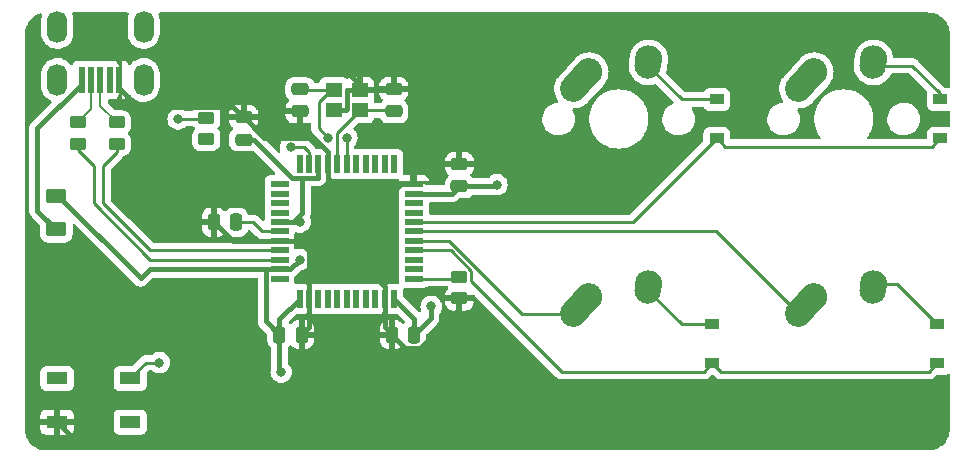
<source format=gbl>
%TF.GenerationSoftware,KiCad,Pcbnew,(6.0.5)*%
%TF.CreationDate,2022-05-13T23:52:20-07:00*%
%TF.ProjectId,keyboard-pcb-tutorial,6b657962-6f61-4726-942d-7063622d7475,rev?*%
%TF.SameCoordinates,Original*%
%TF.FileFunction,Copper,L2,Bot*%
%TF.FilePolarity,Positive*%
%FSLAX46Y46*%
G04 Gerber Fmt 4.6, Leading zero omitted, Abs format (unit mm)*
G04 Created by KiCad (PCBNEW (6.0.5)) date 2022-05-13 23:52:20*
%MOMM*%
%LPD*%
G01*
G04 APERTURE LIST*
G04 Aperture macros list*
%AMRoundRect*
0 Rectangle with rounded corners*
0 $1 Rounding radius*
0 $2 $3 $4 $5 $6 $7 $8 $9 X,Y pos of 4 corners*
0 Add a 4 corners polygon primitive as box body*
4,1,4,$2,$3,$4,$5,$6,$7,$8,$9,$2,$3,0*
0 Add four circle primitives for the rounded corners*
1,1,$1+$1,$2,$3*
1,1,$1+$1,$4,$5*
1,1,$1+$1,$6,$7*
1,1,$1+$1,$8,$9*
0 Add four rect primitives between the rounded corners*
20,1,$1+$1,$2,$3,$4,$5,0*
20,1,$1+$1,$4,$5,$6,$7,0*
20,1,$1+$1,$6,$7,$8,$9,0*
20,1,$1+$1,$8,$9,$2,$3,0*%
%AMHorizOval*
0 Thick line with rounded ends*
0 $1 width*
0 $2 $3 position (X,Y) of the first rounded end (center of the circle)*
0 $4 $5 position (X,Y) of the second rounded end (center of the circle)*
0 Add line between two ends*
20,1,$1,$2,$3,$4,$5,0*
0 Add two circle primitives to create the rounded ends*
1,1,$1,$2,$3*
1,1,$1,$4,$5*%
G04 Aperture macros list end*
%TA.AperFunction,ComponentPad*%
%ADD10C,2.250000*%
%TD*%
%TA.AperFunction,ComponentPad*%
%ADD11HorizOval,2.250000X0.655001X0.730000X-0.655001X-0.730000X0*%
%TD*%
%TA.AperFunction,ComponentPad*%
%ADD12HorizOval,2.250000X0.020000X0.290000X-0.020000X-0.290000X0*%
%TD*%
%TA.AperFunction,SMDPad,CuDef*%
%ADD13RoundRect,0.250000X0.450000X-0.262500X0.450000X0.262500X-0.450000X0.262500X-0.450000X-0.262500X0*%
%TD*%
%TA.AperFunction,SMDPad,CuDef*%
%ADD14R,1.200000X0.900000*%
%TD*%
%TA.AperFunction,SMDPad,CuDef*%
%ADD15RoundRect,0.250000X0.475000X-0.250000X0.475000X0.250000X-0.475000X0.250000X-0.475000X-0.250000X0*%
%TD*%
%TA.AperFunction,SMDPad,CuDef*%
%ADD16RoundRect,0.250000X0.625000X-0.375000X0.625000X0.375000X-0.625000X0.375000X-0.625000X-0.375000X0*%
%TD*%
%TA.AperFunction,SMDPad,CuDef*%
%ADD17RoundRect,0.250000X-0.250000X-0.475000X0.250000X-0.475000X0.250000X0.475000X-0.250000X0.475000X0*%
%TD*%
%TA.AperFunction,SMDPad,CuDef*%
%ADD18RoundRect,0.250000X0.250000X0.475000X-0.250000X0.475000X-0.250000X-0.475000X0.250000X-0.475000X0*%
%TD*%
%TA.AperFunction,SMDPad,CuDef*%
%ADD19R,0.500000X2.250000*%
%TD*%
%TA.AperFunction,ComponentPad*%
%ADD20O,1.700000X2.700000*%
%TD*%
%TA.AperFunction,SMDPad,CuDef*%
%ADD21RoundRect,0.250000X-0.450000X0.262500X-0.450000X-0.262500X0.450000X-0.262500X0.450000X0.262500X0*%
%TD*%
%TA.AperFunction,SMDPad,CuDef*%
%ADD22R,1.400000X1.200000*%
%TD*%
%TA.AperFunction,SMDPad,CuDef*%
%ADD23RoundRect,0.250000X-0.475000X0.250000X-0.475000X-0.250000X0.475000X-0.250000X0.475000X0.250000X0*%
%TD*%
%TA.AperFunction,SMDPad,CuDef*%
%ADD24R,1.500000X0.550000*%
%TD*%
%TA.AperFunction,SMDPad,CuDef*%
%ADD25R,0.550000X1.500000*%
%TD*%
%TA.AperFunction,SMDPad,CuDef*%
%ADD26R,1.800000X1.100000*%
%TD*%
%TA.AperFunction,ViaPad*%
%ADD27C,0.800000*%
%TD*%
%TA.AperFunction,Conductor*%
%ADD28C,0.381000*%
%TD*%
%TA.AperFunction,Conductor*%
%ADD29C,0.254000*%
%TD*%
%TA.AperFunction,Conductor*%
%ADD30C,0.200000*%
%TD*%
G04 APERTURE END LIST*
D10*
%TO.P,MX4,1,COL*%
%TO.N,COL1*%
X126881250Y-111887500D03*
D11*
X126226251Y-112617500D03*
D10*
%TO.P,MX4,2,ROW*%
%TO.N,Net-(D4-Pad2)*%
X131921250Y-110807500D03*
D12*
X131901250Y-111097500D03*
%TD*%
D11*
%TO.P,MX3,1,COL*%
%TO.N,COL1*%
X126226251Y-93567500D03*
D10*
X126881250Y-92837500D03*
%TO.P,MX3,2,ROW*%
%TO.N,Net-(D3-Pad2)*%
X131921250Y-91757500D03*
D12*
X131901250Y-92047500D03*
%TD*%
D10*
%TO.P,MX1,1,COL*%
%TO.N,COL0*%
X107831250Y-92837500D03*
D11*
X107176251Y-93567500D03*
D12*
%TO.P,MX1,2,ROW*%
%TO.N,Net-(D1-Pad2)*%
X112851250Y-92047500D03*
D10*
X112871250Y-91757500D03*
%TD*%
%TO.P,MX2,1,COL*%
%TO.N,COL0*%
X107831250Y-111887500D03*
D11*
X107176251Y-112617500D03*
D10*
%TO.P,MX2,2,ROW*%
%TO.N,Net-(D2-Pad2)*%
X112871250Y-110807500D03*
D12*
X112851250Y-111097500D03*
%TD*%
D13*
%TO.P,R3,1*%
%TO.N,+5V*%
X75406250Y-98543750D03*
%TO.P,R3,2*%
%TO.N,Net-(R3-Pad2)*%
X75406250Y-96718750D03*
%TD*%
D14*
%TO.P,D1,1,K*%
%TO.N,ROW0*%
X118618000Y-98487500D03*
%TO.P,D1,2,A*%
%TO.N,Net-(D1-Pad2)*%
X118618000Y-95187500D03*
%TD*%
D15*
%TO.P,C1,1*%
%TO.N,+5V*%
X78581250Y-98581250D03*
%TO.P,C1,2*%
%TO.N,GND*%
X78581250Y-96681250D03*
%TD*%
D16*
%TO.P,F1,1*%
%TO.N,VCC*%
X62706250Y-106175000D03*
%TO.P,F1,2*%
%TO.N,+5V*%
X62706250Y-103375000D03*
%TD*%
D15*
%TO.P,C4,1*%
%TO.N,+5V*%
X96837500Y-102550000D03*
%TO.P,C4,2*%
%TO.N,GND*%
X96837500Y-100650000D03*
%TD*%
D17*
%TO.P,C7,1*%
%TO.N,+5V*%
X81600000Y-115093750D03*
%TO.P,C7,2*%
%TO.N,GND*%
X83500000Y-115093750D03*
%TD*%
D18*
%TO.P,C6,1*%
%TO.N,Net-(C6-Pad1)*%
X77943750Y-105568750D03*
%TO.P,C6,2*%
%TO.N,GND*%
X76043750Y-105568750D03*
%TD*%
D19*
%TO.P,USB1,1,GND*%
%TO.N,GND*%
X68052750Y-93527000D03*
%TO.P,USB1,2,ID*%
%TO.N,unconnected-(USB1-Pad2)*%
X67252750Y-93527000D03*
%TO.P,USB1,3,D+*%
%TO.N,D+*%
X66452750Y-93527000D03*
%TO.P,USB1,4,D-*%
%TO.N,D-*%
X65652750Y-93527000D03*
%TO.P,USB1,5,VBUS*%
%TO.N,VCC*%
X64852750Y-93527000D03*
D20*
%TO.P,USB1,6,SHIELD*%
%TO.N,unconnected-(USB1-Pad6)*%
X62802750Y-89027000D03*
X70102750Y-93527000D03*
X70102750Y-89027000D03*
X62802750Y-93527000D03*
%TD*%
D14*
%TO.P,D4,1,K*%
%TO.N,ROW1*%
X137318750Y-117537500D03*
%TO.P,D4,2,A*%
%TO.N,Net-(D4-Pad2)*%
X137318750Y-114237500D03*
%TD*%
D21*
%TO.P,R4,1*%
%TO.N,Net-(R4-Pad1)*%
X96837500Y-110212500D03*
%TO.P,R4,2*%
%TO.N,GND*%
X96837500Y-112037500D03*
%TD*%
%TO.P,R1,1*%
%TO.N,D-*%
X64547750Y-97131500D03*
%TO.P,R1,2*%
%TO.N,Net-(R1-Pad2)*%
X64547750Y-98956500D03*
%TD*%
D15*
%TO.P,C2,1*%
%TO.N,GND*%
X83343750Y-96200000D03*
%TO.P,C2,2*%
%TO.N,Net-(C2-Pad2)*%
X83343750Y-94300000D03*
%TD*%
D14*
%TO.P,D3,1,K*%
%TO.N,ROW0*%
X137541000Y-98487500D03*
%TO.P,D3,2,A*%
%TO.N,Net-(D3-Pad2)*%
X137541000Y-95187500D03*
%TD*%
D22*
%TO.P,Y1,1,1*%
%TO.N,Net-(C3-Pad2)*%
X88412500Y-96100000D03*
%TO.P,Y1,2,2*%
%TO.N,GND*%
X86212500Y-96100000D03*
%TO.P,Y1,3,3*%
%TO.N,Net-(C2-Pad2)*%
X86212500Y-94400000D03*
%TO.P,Y1,4,4*%
%TO.N,GND*%
X88412500Y-94400000D03*
%TD*%
D23*
%TO.P,C3,1*%
%TO.N,GND*%
X91281250Y-94300000D03*
%TO.P,C3,2*%
%TO.N,Net-(C3-Pad2)*%
X91281250Y-96200000D03*
%TD*%
D24*
%TO.P,U1,1,PE6*%
%TO.N,unconnected-(U1-Pad1)*%
X81612500Y-110362500D03*
%TO.P,U1,2,UVCC*%
%TO.N,+5V*%
X81612500Y-109562500D03*
%TO.P,U1,3,D-*%
%TO.N,Net-(R1-Pad2)*%
X81612500Y-108762500D03*
%TO.P,U1,4,D+*%
%TO.N,Net-(R2-Pad2)*%
X81612500Y-107962500D03*
%TO.P,U1,5,UGND*%
%TO.N,GND*%
X81612500Y-107162500D03*
%TO.P,U1,6,UCAP*%
%TO.N,Net-(C6-Pad1)*%
X81612500Y-106362500D03*
%TO.P,U1,7,VBUS*%
%TO.N,+5V*%
X81612500Y-105562500D03*
%TO.P,U1,8,PB0*%
%TO.N,unconnected-(U1-Pad8)*%
X81612500Y-104762500D03*
%TO.P,U1,9,PB1*%
%TO.N,unconnected-(U1-Pad9)*%
X81612500Y-103962500D03*
%TO.P,U1,10,PB2*%
%TO.N,unconnected-(U1-Pad10)*%
X81612500Y-103162500D03*
%TO.P,U1,11,PB3*%
%TO.N,unconnected-(U1-Pad11)*%
X81612500Y-102362500D03*
D25*
%TO.P,U1,12,PB7*%
%TO.N,unconnected-(U1-Pad12)*%
X83312500Y-100662500D03*
%TO.P,U1,13,~{RESET}*%
%TO.N,Net-(R3-Pad2)*%
X84112500Y-100662500D03*
%TO.P,U1,14,VCC*%
%TO.N,+5V*%
X84912500Y-100662500D03*
%TO.P,U1,15,GND*%
%TO.N,GND*%
X85712500Y-100662500D03*
%TO.P,U1,16,XTAL2*%
%TO.N,Net-(C3-Pad2)*%
X86512500Y-100662500D03*
%TO.P,U1,17,XTAL1*%
%TO.N,Net-(C2-Pad2)*%
X87312500Y-100662500D03*
%TO.P,U1,18,PD0*%
%TO.N,unconnected-(U1-Pad18)*%
X88112500Y-100662500D03*
%TO.P,U1,19,PD1*%
%TO.N,unconnected-(U1-Pad19)*%
X88912500Y-100662500D03*
%TO.P,U1,20,PD2*%
%TO.N,unconnected-(U1-Pad20)*%
X89712500Y-100662500D03*
%TO.P,U1,21,PD3*%
%TO.N,unconnected-(U1-Pad21)*%
X90512500Y-100662500D03*
%TO.P,U1,22,PD5*%
%TO.N,unconnected-(U1-Pad22)*%
X91312500Y-100662500D03*
D24*
%TO.P,U1,23,GND*%
%TO.N,GND*%
X93012500Y-102362500D03*
%TO.P,U1,24,AVCC*%
%TO.N,+5V*%
X93012500Y-103162500D03*
%TO.P,U1,25,PD4*%
%TO.N,unconnected-(U1-Pad25)*%
X93012500Y-103962500D03*
%TO.P,U1,26,PD6*%
%TO.N,unconnected-(U1-Pad26)*%
X93012500Y-104762500D03*
%TO.P,U1,27,PD7*%
%TO.N,ROW0*%
X93012500Y-105562500D03*
%TO.P,U1,28,PB4*%
%TO.N,COL1*%
X93012500Y-106362500D03*
%TO.P,U1,29,PB5*%
%TO.N,COL0*%
X93012500Y-107162500D03*
%TO.P,U1,30,PB6*%
%TO.N,ROW1*%
X93012500Y-107962500D03*
%TO.P,U1,31,PC6*%
%TO.N,unconnected-(U1-Pad31)*%
X93012500Y-108762500D03*
%TO.P,U1,32,PC7*%
%TO.N,unconnected-(U1-Pad32)*%
X93012500Y-109562500D03*
%TO.P,U1,33,~{HWB}/PE2*%
%TO.N,Net-(R4-Pad1)*%
X93012500Y-110362500D03*
D25*
%TO.P,U1,34,VCC*%
%TO.N,+5V*%
X91312500Y-112062500D03*
%TO.P,U1,35,GND*%
%TO.N,GND*%
X90512500Y-112062500D03*
%TO.P,U1,36,PF7*%
%TO.N,unconnected-(U1-Pad36)*%
X89712500Y-112062500D03*
%TO.P,U1,37,PF6*%
%TO.N,unconnected-(U1-Pad37)*%
X88912500Y-112062500D03*
%TO.P,U1,38,PF5*%
%TO.N,unconnected-(U1-Pad38)*%
X88112500Y-112062500D03*
%TO.P,U1,39,PF4*%
%TO.N,unconnected-(U1-Pad39)*%
X87312500Y-112062500D03*
%TO.P,U1,40,PF1*%
%TO.N,unconnected-(U1-Pad40)*%
X86512500Y-112062500D03*
%TO.P,U1,41,PF0*%
%TO.N,unconnected-(U1-Pad41)*%
X85712500Y-112062500D03*
%TO.P,U1,42,AREF*%
%TO.N,unconnected-(U1-Pad42)*%
X84912500Y-112062500D03*
%TO.P,U1,43,GND*%
%TO.N,GND*%
X84112500Y-112062500D03*
%TO.P,U1,44,AVCC*%
%TO.N,+5V*%
X83312500Y-112062500D03*
%TD*%
D26*
%TO.P,SW1,1,1*%
%TO.N,GND*%
X62781250Y-122500000D03*
%TO.P,SW1,2,2*%
%TO.N,Net-(R3-Pad2)*%
X68981250Y-118800000D03*
%TO.P,SW1,3*%
%TO.N,N/C*%
X62781250Y-118800000D03*
%TO.P,SW1,4*%
X68981250Y-122500000D03*
%TD*%
D21*
%TO.P,R2,1*%
%TO.N,D+*%
X67849750Y-97131500D03*
%TO.P,R2,2*%
%TO.N,Net-(R2-Pad2)*%
X67849750Y-98956500D03*
%TD*%
D18*
%TO.P,C5,1*%
%TO.N,+5V*%
X93025000Y-115093750D03*
%TO.P,C5,2*%
%TO.N,GND*%
X91125000Y-115093750D03*
%TD*%
D14*
%TO.P,D2,1,K*%
%TO.N,ROW1*%
X118268750Y-117537500D03*
%TO.P,D2,2,A*%
%TO.N,Net-(D2-Pad2)*%
X118268750Y-114237500D03*
%TD*%
D27*
%TO.N,+5V*%
X81756250Y-118268750D03*
X83322500Y-108743750D03*
X100012500Y-102393750D03*
X83343750Y-105568750D03*
X94456250Y-112712500D03*
%TO.N,Net-(C2-Pad2)*%
X85725000Y-98425000D03*
X87312500Y-98425000D03*
%TO.N,Net-(R3-Pad2)*%
X71437500Y-117475000D03*
X82550000Y-99218750D03*
X73025000Y-96837500D03*
%TD*%
D28*
%TO.N,+5V*%
X62893750Y-103375000D02*
X69850000Y-110331250D01*
X81612500Y-109562500D02*
X82503750Y-109562500D01*
X81612500Y-105562500D02*
X82743500Y-105562500D01*
X83546261Y-101802511D02*
X84903489Y-101802511D01*
X96837500Y-102550000D02*
X96225000Y-103162500D01*
X93025000Y-113775000D02*
X91312500Y-112062500D01*
X81618750Y-105568750D02*
X81612500Y-105562500D01*
X62706250Y-103375000D02*
X62893750Y-103375000D01*
X82503750Y-109562500D02*
X83322500Y-108743750D01*
X80472489Y-109571511D02*
X80472489Y-113966239D01*
X96837500Y-102550000D02*
X99856250Y-102550000D01*
X80472489Y-113966239D02*
X81600000Y-115093750D01*
X81600000Y-118112500D02*
X81756250Y-118268750D01*
X81600000Y-115093750D02*
X81600000Y-118112500D01*
X84912500Y-101793500D02*
X84912500Y-100662500D01*
X78581250Y-98581250D02*
X79426228Y-98581250D01*
X93025000Y-115093750D02*
X93025000Y-113775000D01*
X82647489Y-101802511D02*
X83546261Y-101802511D01*
X81600000Y-115093750D02*
X81600000Y-113775000D01*
X69850000Y-110331250D02*
X70618750Y-109562500D01*
X99856250Y-102550000D02*
X100012500Y-102393750D01*
X83343750Y-105568750D02*
X81618750Y-105568750D01*
X96225000Y-103162500D02*
X93012500Y-103162500D01*
X82743500Y-105562500D02*
X83546261Y-104759739D01*
X83546261Y-104759739D02*
X83546261Y-101802511D01*
X81612500Y-109562500D02*
X80481500Y-109562500D01*
X94456250Y-112712500D02*
X94456250Y-113662500D01*
X70618750Y-109562500D02*
X81612500Y-109562500D01*
X80481500Y-109562500D02*
X80472489Y-109571511D01*
X94456250Y-113662500D02*
X93025000Y-115093750D01*
X81600000Y-113775000D02*
X83312500Y-112062500D01*
X79426228Y-98581250D02*
X82647489Y-101802511D01*
X84903489Y-101802511D02*
X84912500Y-101793500D01*
%TO.N,GND*%
X93540104Y-116208770D02*
X92240020Y-116208770D01*
X92868750Y-101600000D02*
X92868750Y-102218750D01*
X80962500Y-93662500D02*
X81756250Y-92868750D01*
X85712500Y-100662500D02*
X85712500Y-101793500D01*
X68052750Y-94246500D02*
X69622480Y-95816230D01*
X83343750Y-96200000D02*
X83187500Y-96043750D01*
X85712500Y-99657478D02*
X85712500Y-100662500D01*
X90512500Y-114481250D02*
X90512500Y-112062500D01*
X83500000Y-122081250D02*
X83500000Y-115093750D01*
X93818750Y-100650000D02*
X92868750Y-101600000D01*
X68052750Y-93527000D02*
X68052750Y-94246500D01*
X62781250Y-122500000D02*
X64106250Y-123825000D01*
X90512500Y-111057478D02*
X90512500Y-112062500D01*
X96837500Y-112037500D02*
X96837500Y-112911374D01*
X86617522Y-107162500D02*
X90512500Y-111057478D01*
X81756250Y-123825000D02*
X83500000Y-122081250D01*
X69622480Y-95816230D02*
X77716230Y-95816230D01*
X84112500Y-112062500D02*
X84112500Y-107181250D01*
X81756250Y-96043750D02*
X80962500Y-95250000D01*
X81756250Y-92868750D02*
X87312500Y-92868750D01*
X92868750Y-102218750D02*
X93012500Y-102362500D01*
X87322489Y-96033761D02*
X87322489Y-94409011D01*
X81612500Y-107162500D02*
X84131250Y-107162500D01*
X85712500Y-101793500D02*
X86281500Y-102362500D01*
X84112500Y-112062500D02*
X84112500Y-114481250D01*
X88412500Y-93968750D02*
X88412500Y-94400000D01*
X87322489Y-94409011D02*
X87331500Y-94400000D01*
X86212500Y-96100000D02*
X87256250Y-96100000D01*
X87331500Y-94400000D02*
X88412500Y-94400000D01*
X77716230Y-95816230D02*
X78581250Y-96681250D01*
X96837500Y-100650000D02*
X93818750Y-100650000D01*
X77637500Y-107162500D02*
X81612500Y-107162500D01*
X87081500Y-107162500D02*
X81612500Y-107162500D01*
X80962500Y-98425000D02*
X84480022Y-98425000D01*
X84112500Y-107181250D02*
X84131250Y-107162500D01*
X83343750Y-97288728D02*
X85712500Y-99657478D01*
X84112500Y-114481250D02*
X83500000Y-115093750D01*
X88412500Y-94400000D02*
X91181250Y-94400000D01*
X87256250Y-96100000D02*
X87322489Y-96033761D01*
X91181250Y-94400000D02*
X91281250Y-94300000D01*
X80962500Y-95250000D02*
X80962500Y-93662500D01*
X64106250Y-123825000D02*
X81756250Y-123825000D01*
X91881500Y-102362500D02*
X87081500Y-107162500D01*
X78581250Y-96681250D02*
X80325000Y-98425000D01*
X80325000Y-98425000D02*
X80962500Y-98425000D01*
X83187500Y-96043750D02*
X81756250Y-96043750D01*
X83343750Y-96200000D02*
X83343750Y-97288728D01*
X76043750Y-105568750D02*
X77637500Y-107162500D01*
X96837500Y-112911374D02*
X93540104Y-116208770D01*
X92240020Y-116208770D02*
X91125000Y-115093750D01*
X86281500Y-102362500D02*
X93012500Y-102362500D01*
X84480022Y-98425000D02*
X85712500Y-99657478D01*
X84131250Y-107162500D02*
X86617522Y-107162500D01*
X91125000Y-115093750D02*
X90512500Y-114481250D01*
X87312500Y-92868750D02*
X88412500Y-93968750D01*
X93012500Y-102362500D02*
X91881500Y-102362500D01*
D29*
%TO.N,Net-(C2-Pad2)*%
X87312500Y-98425000D02*
X87312500Y-100662500D01*
X84931250Y-97631250D02*
X85725000Y-98425000D01*
X83443750Y-94400000D02*
X86212500Y-94400000D01*
X86212500Y-94400000D02*
X85959478Y-94400000D01*
X84931250Y-95428228D02*
X84931250Y-97631250D01*
X85959478Y-94400000D02*
X84931250Y-95428228D01*
X83343750Y-94300000D02*
X83443750Y-94400000D01*
%TO.N,Net-(C3-Pad2)*%
X88412500Y-96100000D02*
X91181250Y-96100000D01*
X91181250Y-96100000D02*
X91281250Y-96200000D01*
X86512500Y-98000000D02*
X86512500Y-100662500D01*
X88412500Y-96100000D02*
X86512500Y-98000000D01*
%TO.N,Net-(C6-Pad1)*%
X80168750Y-106362500D02*
X81612500Y-106362500D01*
X77943750Y-105568750D02*
X79375000Y-105568750D01*
X79375000Y-105568750D02*
X80168750Y-106362500D01*
%TO.N,ROW0*%
X119338421Y-99207921D02*
X136820579Y-99207921D01*
X93012500Y-105562500D02*
X111543000Y-105562500D01*
X111543000Y-105562500D02*
X118618000Y-98487500D01*
X136820579Y-99207921D02*
X137541000Y-98487500D01*
X118618000Y-98487500D02*
X119338421Y-99207921D01*
%TO.N,Net-(D1-Pad2)*%
X112831250Y-92337500D02*
X115681250Y-95187500D01*
X115681250Y-95187500D02*
X118618000Y-95187500D01*
%TO.N,ROW1*%
X118268750Y-117537500D02*
X118989171Y-118257921D01*
X96115322Y-107962500D02*
X97864020Y-109711198D01*
X93012500Y-107962500D02*
X96115322Y-107962500D01*
X118989171Y-118257921D02*
X136598329Y-118257921D01*
X105557921Y-118257921D02*
X117548329Y-118257921D01*
X136598329Y-118257921D02*
X137318750Y-117537500D01*
X97864020Y-110564020D02*
X105557921Y-118257921D01*
X117548329Y-118257921D02*
X118268750Y-117537500D01*
X97864020Y-109711198D02*
X97864020Y-110564020D01*
%TO.N,Net-(D2-Pad2)*%
X115681250Y-114237500D02*
X118268750Y-114237500D01*
X112831250Y-111387500D02*
X115681250Y-114237500D01*
%TO.N,Net-(D3-Pad2)*%
X131881250Y-92337500D02*
X135200000Y-92337500D01*
X137541000Y-94678500D02*
X137541000Y-95187500D01*
X135200000Y-92337500D02*
X137541000Y-94678500D01*
%TO.N,Net-(D4-Pad2)*%
X131921250Y-110807500D02*
X133888750Y-110807500D01*
X133888750Y-110807500D02*
X137318750Y-114237500D01*
D28*
%TO.N,VCC*%
X61118750Y-97631250D02*
X64852750Y-93897250D01*
X61118750Y-104587500D02*
X61118750Y-97631250D01*
X62706250Y-106175000D02*
X61118750Y-104587500D01*
X64852750Y-93897250D02*
X64852750Y-93527000D01*
D29*
%TO.N,COL0*%
X102141696Y-113347500D02*
X106521250Y-113347500D01*
X93012500Y-107162500D02*
X95956696Y-107162500D01*
X95956696Y-107162500D02*
X102141696Y-113347500D01*
%TO.N,COL1*%
X118586250Y-106362500D02*
X125571250Y-113347500D01*
X93012500Y-106362500D02*
X118586250Y-106362500D01*
D30*
%TO.N,D-*%
X65652750Y-96026500D02*
X64547750Y-97131500D01*
X65652750Y-93527000D02*
X65652750Y-96026500D01*
D29*
%TO.N,Net-(R1-Pad2)*%
X64547750Y-98956500D02*
X64547750Y-99472750D01*
X65881250Y-103981250D02*
X70662500Y-108762500D01*
X70662500Y-108762500D02*
X81612500Y-108762500D01*
X64547750Y-99472750D02*
X65881250Y-100806250D01*
X65881250Y-100806250D02*
X65881250Y-103981250D01*
D30*
%TO.N,D+*%
X66452750Y-93527000D02*
X66452750Y-95734500D01*
X66452750Y-95734500D02*
X67849750Y-97131500D01*
D29*
%TO.N,Net-(R2-Pad2)*%
X66675000Y-100806250D02*
X66675000Y-103981250D01*
X70656250Y-107962500D02*
X81612500Y-107962500D01*
X67849750Y-98956500D02*
X67849750Y-99631500D01*
X67849750Y-99631500D02*
X66675000Y-100806250D01*
X66675000Y-103981250D02*
X70656250Y-107962500D01*
%TO.N,Net-(R3-Pad2)*%
X84112500Y-100662500D02*
X84112500Y-99658500D01*
X84112500Y-99658500D02*
X83672750Y-99218750D01*
X73025000Y-96837500D02*
X75287500Y-96837500D01*
X70306250Y-117475000D02*
X71437500Y-117475000D01*
X68981250Y-118800000D02*
X70306250Y-117475000D01*
X83672750Y-99218750D02*
X82550000Y-99218750D01*
X75287500Y-96837500D02*
X75406250Y-96718750D01*
%TO.N,Net-(R4-Pad1)*%
X96837500Y-110212500D02*
X96687500Y-110362500D01*
X96687500Y-110362500D02*
X93012500Y-110362500D01*
%TD*%
%TA.AperFunction,Conductor*%
%TO.N,GND*%
G36*
X68802097Y-87841002D02*
G01*
X68848590Y-87894658D01*
X68858694Y-87964932D01*
X68852415Y-87989991D01*
X68821875Y-88074128D01*
X68786413Y-88171825D01*
X68785464Y-88177074D01*
X68785463Y-88177077D01*
X68746127Y-88394608D01*
X68746126Y-88394615D01*
X68745389Y-88398692D01*
X68744250Y-88422844D01*
X68744250Y-89584890D01*
X68744475Y-89587539D01*
X68756323Y-89727170D01*
X68758830Y-89756720D01*
X68760168Y-89761875D01*
X68760169Y-89761881D01*
X68815407Y-89974703D01*
X68816749Y-89979872D01*
X68911438Y-90190075D01*
X69040191Y-90381319D01*
X69043870Y-90385176D01*
X69043872Y-90385178D01*
X69060289Y-90402387D01*
X69199326Y-90548135D01*
X69203604Y-90551318D01*
X69218235Y-90562204D01*
X69384292Y-90685754D01*
X69389043Y-90688170D01*
X69389047Y-90688172D01*
X69430971Y-90709487D01*
X69589801Y-90790240D01*
X69594895Y-90791822D01*
X69594898Y-90791823D01*
X69742884Y-90837774D01*
X69809977Y-90858607D01*
X69815266Y-90859308D01*
X70033239Y-90888198D01*
X70033244Y-90888198D01*
X70038524Y-90888898D01*
X70043853Y-90888698D01*
X70043855Y-90888698D01*
X70172002Y-90883887D01*
X70268908Y-90880249D01*
X70494541Y-90832907D01*
X70499500Y-90830949D01*
X70499502Y-90830948D01*
X70704006Y-90750185D01*
X70704008Y-90750184D01*
X70708971Y-90748224D01*
X70718034Y-90742725D01*
X70901507Y-90631390D01*
X70901506Y-90631390D01*
X70906067Y-90628623D01*
X70910097Y-90625126D01*
X71076162Y-90481023D01*
X71076164Y-90481021D01*
X71080195Y-90477523D01*
X71146725Y-90396384D01*
X71222990Y-90303373D01*
X71222994Y-90303367D01*
X71226374Y-90299245D01*
X71254510Y-90249818D01*
X71326483Y-90123379D01*
X71340425Y-90098886D01*
X71419087Y-89882175D01*
X71441773Y-89756720D01*
X71459373Y-89659392D01*
X71459374Y-89659385D01*
X71460111Y-89655308D01*
X71461250Y-89631156D01*
X71461250Y-88469110D01*
X71453326Y-88375726D01*
X71447121Y-88302591D01*
X71447120Y-88302587D01*
X71446670Y-88297280D01*
X71445332Y-88292125D01*
X71445331Y-88292119D01*
X71390093Y-88079297D01*
X71390092Y-88079293D01*
X71388751Y-88074128D01*
X71386103Y-88068248D01*
X71354796Y-87998750D01*
X71345055Y-87928425D01*
X71374881Y-87863997D01*
X71434804Y-87825922D01*
X71469678Y-87821000D01*
X136475633Y-87821000D01*
X136495018Y-87822500D01*
X136509851Y-87824810D01*
X136509855Y-87824810D01*
X136518724Y-87826191D01*
X136527626Y-87825027D01*
X136527629Y-87825027D01*
X136535012Y-87824061D01*
X136559591Y-87823267D01*
X136586442Y-87825027D01*
X136761204Y-87836482D01*
X136777543Y-87838633D01*
X137001611Y-87883201D01*
X137017529Y-87887466D01*
X137216814Y-87955114D01*
X137233862Y-87960901D01*
X137249081Y-87967205D01*
X137423555Y-88053244D01*
X137453977Y-88068246D01*
X137468250Y-88076486D01*
X137658206Y-88203409D01*
X137671281Y-88213442D01*
X137843047Y-88364073D01*
X137854702Y-88375727D01*
X138005336Y-88547488D01*
X138015369Y-88560564D01*
X138133813Y-88737822D01*
X138142290Y-88750509D01*
X138150531Y-88764782D01*
X138251576Y-88969673D01*
X138257882Y-88984895D01*
X138257884Y-88984899D01*
X138257884Y-88984900D01*
X138331324Y-89201238D01*
X138335589Y-89217157D01*
X138380161Y-89441212D01*
X138382313Y-89457553D01*
X138395047Y-89651779D01*
X138393974Y-89675889D01*
X138393941Y-89678608D01*
X138392559Y-89687485D01*
X138393724Y-89696389D01*
X138396686Y-89719041D01*
X138397750Y-89735381D01*
X138397750Y-94112115D01*
X138377748Y-94180236D01*
X138324092Y-94226729D01*
X138254088Y-94236794D01*
X138251316Y-94235755D01*
X138189134Y-94229000D01*
X138042422Y-94229000D01*
X137974301Y-94208998D01*
X137953327Y-94192095D01*
X135705250Y-91944017D01*
X135697674Y-91935691D01*
X135693553Y-91929197D01*
X135643734Y-91882414D01*
X135640893Y-91879660D01*
X135621094Y-91859861D01*
X135617969Y-91857437D01*
X135617960Y-91857429D01*
X135617874Y-91857363D01*
X135608849Y-91849655D01*
X135599264Y-91840654D01*
X135576506Y-91819283D01*
X135558669Y-91809477D01*
X135542153Y-91798627D01*
X135526067Y-91786150D01*
X135485334Y-91768524D01*
X135474686Y-91763307D01*
X135455153Y-91752569D01*
X135435803Y-91741931D01*
X135428128Y-91739960D01*
X135428122Y-91739958D01*
X135416089Y-91736869D01*
X135397387Y-91730466D01*
X135378708Y-91722383D01*
X135344872Y-91717024D01*
X135334873Y-91715440D01*
X135323260Y-91713035D01*
X135280282Y-91702000D01*
X135259935Y-91702000D01*
X135240224Y-91700449D01*
X135227950Y-91698505D01*
X135220121Y-91697265D01*
X135212229Y-91698011D01*
X135175944Y-91701441D01*
X135164086Y-91702000D01*
X133674952Y-91702000D01*
X133606831Y-91681998D01*
X133560338Y-91628342D01*
X133550700Y-91596916D01*
X133544981Y-91562942D01*
X133543621Y-91551912D01*
X133542408Y-91536497D01*
X133539628Y-91501174D01*
X133531614Y-91467792D01*
X133523763Y-91435089D01*
X133522030Y-91426592D01*
X133517105Y-91397336D01*
X133510749Y-91359578D01*
X133505445Y-91343775D01*
X133494556Y-91311337D01*
X133491487Y-91300654D01*
X133480759Y-91255967D01*
X133480759Y-91255966D01*
X133479605Y-91251160D01*
X133453591Y-91188356D01*
X133450557Y-91180253D01*
X133430507Y-91120518D01*
X133430505Y-91120513D01*
X133428931Y-91115824D01*
X133426642Y-91111437D01*
X133426639Y-91111430D01*
X133405391Y-91070709D01*
X133400689Y-91060639D01*
X133383107Y-91018191D01*
X133383103Y-91018184D01*
X133381210Y-91013613D01*
X133345694Y-90955657D01*
X133341430Y-90948128D01*
X133312279Y-90892260D01*
X133309989Y-90887871D01*
X133307041Y-90883894D01*
X133307036Y-90883887D01*
X133279674Y-90846983D01*
X133273464Y-90837787D01*
X133246866Y-90794384D01*
X133202728Y-90742705D01*
X133197340Y-90735938D01*
X133156852Y-90681330D01*
X133120510Y-90645684D01*
X133112929Y-90637563D01*
X133105294Y-90628623D01*
X133079881Y-90598869D01*
X133076125Y-90595661D01*
X133076120Y-90595656D01*
X133028211Y-90554738D01*
X133021813Y-90548881D01*
X132976823Y-90504754D01*
X132976815Y-90504747D01*
X132973289Y-90501289D01*
X132941746Y-90478835D01*
X132931822Y-90471771D01*
X132923061Y-90464933D01*
X132888133Y-90435101D01*
X132888130Y-90435099D01*
X132884366Y-90431884D01*
X132826425Y-90396378D01*
X132819218Y-90391614D01*
X132763823Y-90352180D01*
X132718243Y-90329510D01*
X132708521Y-90324126D01*
X132669360Y-90300128D01*
X132665137Y-90297540D01*
X132660567Y-90295647D01*
X132660565Y-90295646D01*
X132602351Y-90271533D01*
X132594457Y-90267940D01*
X132538041Y-90239880D01*
X132538042Y-90239880D01*
X132533608Y-90237675D01*
X132485049Y-90222415D01*
X132474610Y-90218621D01*
X132427590Y-90199145D01*
X132365326Y-90184197D01*
X132361507Y-90183280D01*
X132353146Y-90180965D01*
X132293042Y-90162077D01*
X132293040Y-90162077D01*
X132288316Y-90160592D01*
X132237971Y-90153117D01*
X132227060Y-90151002D01*
X132182387Y-90140277D01*
X132177576Y-90139122D01*
X132156534Y-90137466D01*
X132109825Y-90133790D01*
X132101207Y-90132812D01*
X132050750Y-90125321D01*
X132033986Y-90122832D01*
X132029031Y-90122880D01*
X131983102Y-90123325D01*
X131971994Y-90122943D01*
X131926180Y-90119337D01*
X131921250Y-90118949D01*
X131916320Y-90119337D01*
X131916319Y-90119337D01*
X131853496Y-90124281D01*
X131844831Y-90124663D01*
X131781830Y-90125273D01*
X131781829Y-90125273D01*
X131776879Y-90125321D01*
X131726689Y-90133769D01*
X131715661Y-90135129D01*
X131664924Y-90139122D01*
X131660111Y-90140278D01*
X131660108Y-90140278D01*
X131598843Y-90154986D01*
X131590345Y-90156719D01*
X131528214Y-90167177D01*
X131528207Y-90167179D01*
X131523328Y-90168000D01*
X131518632Y-90169576D01*
X131518633Y-90169576D01*
X131475073Y-90184197D01*
X131464397Y-90187264D01*
X131414910Y-90199145D01*
X131410344Y-90201036D01*
X131410342Y-90201037D01*
X131352130Y-90225149D01*
X131344006Y-90228191D01*
X131320175Y-90236190D01*
X131279574Y-90249818D01*
X131245629Y-90267530D01*
X131234446Y-90273365D01*
X131224377Y-90278066D01*
X131177363Y-90297540D01*
X131173144Y-90300125D01*
X131173133Y-90300131D01*
X131119418Y-90333048D01*
X131111870Y-90337324D01*
X131056013Y-90366469D01*
X131056010Y-90366471D01*
X131051621Y-90368761D01*
X131047641Y-90371712D01*
X131010740Y-90399072D01*
X131001530Y-90405291D01*
X130958134Y-90431884D01*
X130906443Y-90476032D01*
X130899695Y-90481405D01*
X130845081Y-90521898D01*
X130841625Y-90525422D01*
X130841620Y-90525426D01*
X130809442Y-90558234D01*
X130801320Y-90565815D01*
X130762619Y-90598869D01*
X130759411Y-90602625D01*
X130759406Y-90602630D01*
X130718481Y-90650547D01*
X130712624Y-90656945D01*
X130668505Y-90701927D01*
X130668498Y-90701935D01*
X130665040Y-90705461D01*
X130662175Y-90709486D01*
X130662174Y-90709487D01*
X130635527Y-90746921D01*
X130628689Y-90755682D01*
X130601239Y-90787822D01*
X130595634Y-90794384D01*
X130563401Y-90846983D01*
X130560130Y-90852321D01*
X130555347Y-90859555D01*
X130532066Y-90892260D01*
X130515931Y-90914927D01*
X130513729Y-90919354D01*
X130513726Y-90919359D01*
X130493264Y-90960498D01*
X130487892Y-90970202D01*
X130461290Y-91013613D01*
X130459399Y-91018178D01*
X130459396Y-91018184D01*
X130435281Y-91076403D01*
X130431697Y-91084279D01*
X130401425Y-91145141D01*
X130399943Y-91149857D01*
X130399939Y-91149867D01*
X130386164Y-91193701D01*
X130382369Y-91204145D01*
X130376327Y-91218733D01*
X130362895Y-91251160D01*
X130347024Y-91317265D01*
X130344725Y-91325573D01*
X130324343Y-91390433D01*
X130323616Y-91395331D01*
X130316868Y-91440776D01*
X130314753Y-91451682D01*
X130304029Y-91496354D01*
X130302872Y-91501174D01*
X130302484Y-91506105D01*
X130302483Y-91506111D01*
X130297539Y-91568932D01*
X130296563Y-91577537D01*
X130296401Y-91578631D01*
X130296037Y-91581084D01*
X130292215Y-91636497D01*
X130292126Y-91637708D01*
X130282699Y-91757500D01*
X130283087Y-91762430D01*
X130283087Y-91764520D01*
X130282788Y-91773189D01*
X130247571Y-92283838D01*
X130247205Y-92289140D01*
X130247229Y-92291624D01*
X130247229Y-92291626D01*
X130249023Y-92476920D01*
X130249071Y-92481871D01*
X130291751Y-92735422D01*
X130293323Y-92740106D01*
X130293324Y-92740109D01*
X130355380Y-92924986D01*
X130373569Y-92979176D01*
X130375859Y-92983564D01*
X130375859Y-92983565D01*
X130478394Y-93180073D01*
X130492511Y-93207129D01*
X130645648Y-93413669D01*
X130829211Y-93593710D01*
X130833250Y-93596585D01*
X130833251Y-93596586D01*
X131026884Y-93734424D01*
X131038677Y-93742819D01*
X131043113Y-93745025D01*
X131043114Y-93745026D01*
X131264458Y-93855120D01*
X131264462Y-93855122D01*
X131268892Y-93857325D01*
X131514184Y-93934407D01*
X131768514Y-93972168D01*
X131832301Y-93971550D01*
X132020670Y-93969727D01*
X132020671Y-93969727D01*
X132025621Y-93969679D01*
X132279172Y-93926999D01*
X132283856Y-93925427D01*
X132283859Y-93925426D01*
X132518235Y-93846756D01*
X132518240Y-93846754D01*
X132522926Y-93845181D01*
X132527315Y-93842891D01*
X132746487Y-93728531D01*
X132746490Y-93728529D01*
X132750879Y-93726239D01*
X132755008Y-93723178D01*
X132810011Y-93682396D01*
X132957419Y-93573102D01*
X133137460Y-93389539D01*
X133157260Y-93361725D01*
X133267309Y-93207129D01*
X133286569Y-93180073D01*
X133354804Y-93042886D01*
X133403049Y-92990802D01*
X133467619Y-92973000D01*
X134884578Y-92973000D01*
X134952699Y-92993002D01*
X134973673Y-93009905D01*
X136423254Y-94459487D01*
X136457280Y-94521799D01*
X136452141Y-94592810D01*
X136439255Y-94627184D01*
X136438402Y-94635032D01*
X136438402Y-94635034D01*
X136436342Y-94654000D01*
X136432500Y-94689366D01*
X136432500Y-95685634D01*
X136439255Y-95747816D01*
X136490385Y-95884205D01*
X136577739Y-96000761D01*
X136694295Y-96088115D01*
X136830684Y-96139245D01*
X136892866Y-96146000D01*
X138189134Y-96146000D01*
X138251316Y-96139245D01*
X138251481Y-96140766D01*
X138313504Y-96144004D01*
X138371147Y-96185450D01*
X138397233Y-96251481D01*
X138397750Y-96262885D01*
X138397750Y-97412115D01*
X138377748Y-97480236D01*
X138324092Y-97526729D01*
X138254088Y-97536794D01*
X138251316Y-97535755D01*
X138189134Y-97529000D01*
X136892866Y-97529000D01*
X136830684Y-97535755D01*
X136694295Y-97586885D01*
X136577739Y-97674239D01*
X136490385Y-97790795D01*
X136439255Y-97927184D01*
X136432500Y-97989366D01*
X136432500Y-98446421D01*
X136412498Y-98514542D01*
X136358842Y-98561035D01*
X136306500Y-98572421D01*
X131461182Y-98572421D01*
X131393061Y-98552419D01*
X131346568Y-98498763D01*
X131336464Y-98428489D01*
X131359246Y-98372360D01*
X131403375Y-98311622D01*
X131498274Y-98181004D01*
X131516139Y-98148509D01*
X131648063Y-97908539D01*
X131648064Y-97908536D01*
X131649966Y-97905077D01*
X131765880Y-97612313D01*
X131844186Y-97307330D01*
X131883650Y-96994938D01*
X131883650Y-96772093D01*
X133074289Y-96772093D01*
X133083098Y-97006716D01*
X133084193Y-97011934D01*
X133129529Y-97228001D01*
X133131312Y-97236501D01*
X133217552Y-97454877D01*
X133220321Y-97459440D01*
X133329706Y-97639700D01*
X133339354Y-97655600D01*
X133493235Y-97832932D01*
X133497367Y-97836320D01*
X133670666Y-97978417D01*
X133670672Y-97978421D01*
X133674794Y-97981801D01*
X133679430Y-97984440D01*
X133679433Y-97984442D01*
X133800942Y-98053609D01*
X133878840Y-98097951D01*
X134099539Y-98178061D01*
X134104788Y-98179010D01*
X134104791Y-98179011D01*
X134185865Y-98193671D01*
X134330580Y-98219840D01*
X134334719Y-98220035D01*
X134334726Y-98220036D01*
X134353690Y-98220930D01*
X134353699Y-98220930D01*
X134355179Y-98221000D01*
X134520200Y-98221000D01*
X134601549Y-98214097D01*
X134689887Y-98206602D01*
X134689891Y-98206601D01*
X134695198Y-98206151D01*
X134700353Y-98204813D01*
X134700359Y-98204812D01*
X134917285Y-98148509D01*
X134917284Y-98148509D01*
X134922456Y-98147167D01*
X134927322Y-98144975D01*
X134927325Y-98144974D01*
X135131667Y-98052924D01*
X135131670Y-98052923D01*
X135136528Y-98050734D01*
X135141004Y-98047721D01*
X135199243Y-98008512D01*
X135331291Y-97919612D01*
X135339223Y-97912046D01*
X135422155Y-97832932D01*
X135501177Y-97757549D01*
X135510791Y-97744628D01*
X135590652Y-97637290D01*
X135641328Y-97569179D01*
X135645441Y-97561091D01*
X135745319Y-97364644D01*
X135745319Y-97364643D01*
X135747737Y-97359888D01*
X135817361Y-97135660D01*
X135828807Y-97049305D01*
X135847511Y-96908190D01*
X135847511Y-96908187D01*
X135848211Y-96902907D01*
X135839402Y-96668284D01*
X135818043Y-96566490D01*
X135792285Y-96443726D01*
X135792284Y-96443723D01*
X135791188Y-96438499D01*
X135704948Y-96220123D01*
X135646284Y-96123448D01*
X135585914Y-96023961D01*
X135585912Y-96023958D01*
X135583146Y-96019400D01*
X135429265Y-95842068D01*
X135391809Y-95811356D01*
X135251834Y-95696583D01*
X135251828Y-95696579D01*
X135247706Y-95693199D01*
X135243070Y-95690560D01*
X135243067Y-95690558D01*
X135048303Y-95579692D01*
X135043660Y-95577049D01*
X134822961Y-95496939D01*
X134817712Y-95495990D01*
X134817709Y-95495989D01*
X134736635Y-95481329D01*
X134591920Y-95455160D01*
X134587781Y-95454965D01*
X134587774Y-95454964D01*
X134568810Y-95454070D01*
X134568801Y-95454070D01*
X134567321Y-95454000D01*
X134402300Y-95454000D01*
X134320951Y-95460903D01*
X134232613Y-95468398D01*
X134232609Y-95468399D01*
X134227302Y-95468849D01*
X134222147Y-95470187D01*
X134222141Y-95470188D01*
X134044427Y-95516314D01*
X134000044Y-95527833D01*
X133995178Y-95530025D01*
X133995175Y-95530026D01*
X133790833Y-95622076D01*
X133790830Y-95622077D01*
X133785972Y-95624266D01*
X133591209Y-95755388D01*
X133587352Y-95759067D01*
X133587350Y-95759069D01*
X133554526Y-95790382D01*
X133421323Y-95917451D01*
X133418141Y-95921728D01*
X133418140Y-95921729D01*
X133410409Y-95932120D01*
X133281172Y-96105821D01*
X133278756Y-96110572D01*
X133278754Y-96110576D01*
X133199807Y-96265854D01*
X133174763Y-96315112D01*
X133105139Y-96539340D01*
X133104438Y-96544629D01*
X133074993Y-96766784D01*
X133074289Y-96772093D01*
X131883650Y-96772093D01*
X131883650Y-96680062D01*
X131844186Y-96367670D01*
X131765880Y-96062687D01*
X131649966Y-95769923D01*
X131646784Y-95764135D01*
X131500183Y-95497468D01*
X131500181Y-95497465D01*
X131498274Y-95493996D01*
X131323395Y-95253295D01*
X131315523Y-95242460D01*
X131315522Y-95242458D01*
X131313195Y-95239256D01*
X131097648Y-95009722D01*
X130855032Y-94809013D01*
X130610771Y-94654000D01*
X130592521Y-94642418D01*
X130592520Y-94642418D01*
X130589174Y-94640294D01*
X130585595Y-94638610D01*
X130585588Y-94638606D01*
X130307856Y-94507916D01*
X130307852Y-94507914D01*
X130304266Y-94506227D01*
X130282649Y-94499203D01*
X130008578Y-94410152D01*
X130008579Y-94410152D01*
X130004802Y-94408925D01*
X129695504Y-94349923D01*
X129601950Y-94344037D01*
X129461892Y-94335225D01*
X129461876Y-94335224D01*
X129459897Y-94335100D01*
X129302603Y-94335100D01*
X129300624Y-94335224D01*
X129300608Y-94335225D01*
X129160550Y-94344037D01*
X129066996Y-94349923D01*
X128757698Y-94408925D01*
X128753921Y-94410152D01*
X128753922Y-94410152D01*
X128479852Y-94499203D01*
X128458234Y-94506227D01*
X128454648Y-94507914D01*
X128454644Y-94507916D01*
X128176912Y-94638606D01*
X128176905Y-94638610D01*
X128173326Y-94640294D01*
X128169980Y-94642418D01*
X128169979Y-94642418D01*
X128151729Y-94654000D01*
X127907468Y-94809013D01*
X127664852Y-95009722D01*
X127449305Y-95239256D01*
X127446978Y-95242458D01*
X127446977Y-95242460D01*
X127439105Y-95253295D01*
X127264226Y-95493996D01*
X127262319Y-95497465D01*
X127262317Y-95497468D01*
X127115716Y-95764135D01*
X127112534Y-95769923D01*
X126996620Y-96062687D01*
X126918314Y-96367670D01*
X126878850Y-96680062D01*
X126878850Y-96994938D01*
X126918314Y-97307330D01*
X126996620Y-97612313D01*
X127112534Y-97905077D01*
X127114436Y-97908536D01*
X127114437Y-97908539D01*
X127246362Y-98148509D01*
X127264226Y-98181004D01*
X127359125Y-98311622D01*
X127403254Y-98372360D01*
X127427113Y-98439228D01*
X127411032Y-98508379D01*
X127360118Y-98557860D01*
X127301318Y-98572421D01*
X119852500Y-98572421D01*
X119784379Y-98552419D01*
X119737886Y-98498763D01*
X119726500Y-98446421D01*
X119726500Y-97989366D01*
X119719745Y-97927184D01*
X119668615Y-97790795D01*
X119581261Y-97674239D01*
X119464705Y-97586885D01*
X119328316Y-97535755D01*
X119266134Y-97529000D01*
X117969866Y-97529000D01*
X117907684Y-97535755D01*
X117771295Y-97586885D01*
X117654739Y-97674239D01*
X117567385Y-97790795D01*
X117516255Y-97927184D01*
X117509500Y-97989366D01*
X117509500Y-98645078D01*
X117489498Y-98713199D01*
X117472595Y-98734173D01*
X111316672Y-104890095D01*
X111254360Y-104924121D01*
X111227577Y-104927000D01*
X94397000Y-104927000D01*
X94328879Y-104906998D01*
X94282386Y-104853342D01*
X94271000Y-104801000D01*
X94271000Y-104439366D01*
X94264245Y-104377184D01*
X94266674Y-104376920D01*
X94266674Y-104348080D01*
X94264245Y-104347816D01*
X94270631Y-104289031D01*
X94271000Y-104285634D01*
X94271000Y-103987500D01*
X94291002Y-103919379D01*
X94344658Y-103872886D01*
X94397000Y-103861500D01*
X96196401Y-103861500D01*
X96204971Y-103861792D01*
X96254277Y-103865154D01*
X96254281Y-103865154D01*
X96261852Y-103865670D01*
X96269328Y-103864365D01*
X96269332Y-103864365D01*
X96323924Y-103854837D01*
X96330449Y-103853874D01*
X96385418Y-103847222D01*
X96385420Y-103847221D01*
X96392960Y-103846309D01*
X96400062Y-103843625D01*
X96403500Y-103842781D01*
X96417623Y-103838917D01*
X96421034Y-103837887D01*
X96428517Y-103836581D01*
X96486197Y-103811261D01*
X96492304Y-103808770D01*
X96544117Y-103789191D01*
X96544118Y-103789190D01*
X96551222Y-103786506D01*
X96557477Y-103782207D01*
X96560618Y-103780565D01*
X96573372Y-103773467D01*
X96576478Y-103771630D01*
X96583433Y-103768577D01*
X96589460Y-103763952D01*
X96589464Y-103763950D01*
X96633402Y-103730235D01*
X96638720Y-103726371D01*
X96690652Y-103690679D01*
X96731519Y-103644811D01*
X96736499Y-103639536D01*
X96780630Y-103595405D01*
X96842942Y-103561379D01*
X96869725Y-103558500D01*
X97362900Y-103558500D01*
X97366146Y-103558163D01*
X97366150Y-103558163D01*
X97461808Y-103548238D01*
X97461812Y-103548237D01*
X97468666Y-103547526D01*
X97475202Y-103545345D01*
X97475204Y-103545345D01*
X97629498Y-103493868D01*
X97636446Y-103491550D01*
X97786848Y-103398478D01*
X97899148Y-103285982D01*
X97961430Y-103251903D01*
X97988321Y-103249000D01*
X99673009Y-103249000D01*
X99717680Y-103258495D01*
X99717900Y-103257818D01*
X99724180Y-103259858D01*
X99730212Y-103262544D01*
X99823612Y-103282397D01*
X99910556Y-103300878D01*
X99910561Y-103300878D01*
X99917013Y-103302250D01*
X100107987Y-103302250D01*
X100114439Y-103300878D01*
X100114444Y-103300878D01*
X100201388Y-103282397D01*
X100294788Y-103262544D01*
X100300819Y-103259859D01*
X100463222Y-103187553D01*
X100463224Y-103187552D01*
X100469252Y-103184868D01*
X100623753Y-103072616D01*
X100751540Y-102930694D01*
X100847027Y-102765306D01*
X100906042Y-102583678D01*
X100911535Y-102531420D01*
X100925314Y-102400315D01*
X100926004Y-102393750D01*
X100911192Y-102252817D01*
X100906732Y-102210385D01*
X100906732Y-102210383D01*
X100906042Y-102203822D01*
X100847027Y-102022194D01*
X100840556Y-102010985D01*
X100755674Y-101863967D01*
X100751540Y-101856806D01*
X100742306Y-101846550D01*
X100628175Y-101719795D01*
X100628174Y-101719794D01*
X100623753Y-101714884D01*
X100469252Y-101602632D01*
X100463224Y-101599948D01*
X100463222Y-101599947D01*
X100300819Y-101527641D01*
X100300818Y-101527641D01*
X100294788Y-101524956D01*
X100181793Y-101500938D01*
X100114444Y-101486622D01*
X100114439Y-101486622D01*
X100107987Y-101485250D01*
X99917013Y-101485250D01*
X99910561Y-101486622D01*
X99910556Y-101486622D01*
X99843207Y-101500938D01*
X99730212Y-101524956D01*
X99724182Y-101527641D01*
X99724181Y-101527641D01*
X99561778Y-101599947D01*
X99561776Y-101599948D01*
X99555748Y-101602632D01*
X99401247Y-101714884D01*
X99316224Y-101809312D01*
X99255781Y-101846550D01*
X99222590Y-101851000D01*
X97988497Y-101851000D01*
X97920376Y-101830998D01*
X97899479Y-101814173D01*
X97790986Y-101705869D01*
X97785803Y-101700695D01*
X97781265Y-101697898D01*
X97740676Y-101640647D01*
X97737446Y-101569724D01*
X97773072Y-101508313D01*
X97781568Y-101500938D01*
X97791707Y-101492902D01*
X97906239Y-101378171D01*
X97915251Y-101366760D01*
X98000316Y-101228757D01*
X98006463Y-101215576D01*
X98057638Y-101061290D01*
X98060505Y-101047914D01*
X98070172Y-100953562D01*
X98070500Y-100947146D01*
X98070500Y-100922115D01*
X98066025Y-100906876D01*
X98064635Y-100905671D01*
X98056952Y-100904000D01*
X95622616Y-100904000D01*
X95607377Y-100908475D01*
X95606172Y-100909865D01*
X95604501Y-100917548D01*
X95604501Y-100947095D01*
X95604838Y-100953614D01*
X95614757Y-101049206D01*
X95617649Y-101062600D01*
X95669088Y-101216784D01*
X95675261Y-101229962D01*
X95760563Y-101367807D01*
X95769599Y-101379208D01*
X95884328Y-101493738D01*
X95893262Y-101500794D01*
X95934323Y-101558712D01*
X95937553Y-101629635D01*
X95901926Y-101691046D01*
X95894093Y-101697846D01*
X95888152Y-101701522D01*
X95882979Y-101706704D01*
X95874813Y-101714884D01*
X95763195Y-101826697D01*
X95759355Y-101832927D01*
X95759354Y-101832928D01*
X95675718Y-101968611D01*
X95670385Y-101977262D01*
X95667532Y-101985864D01*
X95617860Y-102135622D01*
X95614703Y-102145139D01*
X95614003Y-102151975D01*
X95614002Y-102151978D01*
X95612746Y-102164240D01*
X95604000Y-102249600D01*
X95604000Y-102337500D01*
X95583998Y-102405621D01*
X95530342Y-102452114D01*
X95478000Y-102463500D01*
X94086693Y-102463500D01*
X94024925Y-102445364D01*
X94024260Y-102446579D01*
X94018703Y-102443536D01*
X94018572Y-102443498D01*
X94018347Y-102443341D01*
X94016389Y-102442269D01*
X94009205Y-102436885D01*
X93872816Y-102385755D01*
X93810634Y-102379000D01*
X92214366Y-102379000D01*
X92152184Y-102385755D01*
X92015795Y-102436885D01*
X91899239Y-102524239D01*
X91893858Y-102531419D01*
X91893857Y-102531420D01*
X91867892Y-102566065D01*
X91811033Y-102608580D01*
X91781426Y-102613913D01*
X91757377Y-102620975D01*
X91756172Y-102622365D01*
X91754501Y-102630048D01*
X91754501Y-102682169D01*
X91754871Y-102688990D01*
X91761248Y-102747707D01*
X91758502Y-102748005D01*
X91758560Y-102776946D01*
X91760755Y-102777184D01*
X91754000Y-102839366D01*
X91754000Y-103485634D01*
X91754369Y-103489031D01*
X91760755Y-103547816D01*
X91758326Y-103548080D01*
X91758326Y-103576920D01*
X91760755Y-103577184D01*
X91754000Y-103639366D01*
X91754000Y-104285634D01*
X91754369Y-104289031D01*
X91760755Y-104347816D01*
X91758326Y-104348080D01*
X91758326Y-104376920D01*
X91760755Y-104377184D01*
X91754000Y-104439366D01*
X91754000Y-105085634D01*
X91754369Y-105089031D01*
X91760755Y-105147816D01*
X91758326Y-105148080D01*
X91758326Y-105176920D01*
X91760755Y-105177184D01*
X91757899Y-105203479D01*
X91754000Y-105239366D01*
X91754000Y-105885634D01*
X91754369Y-105889031D01*
X91760755Y-105947816D01*
X91758326Y-105948080D01*
X91758326Y-105976920D01*
X91760755Y-105977184D01*
X91754000Y-106039366D01*
X91754000Y-106685634D01*
X91754369Y-106689031D01*
X91760755Y-106747816D01*
X91758326Y-106748080D01*
X91758326Y-106776920D01*
X91760755Y-106777184D01*
X91754000Y-106839366D01*
X91754000Y-107485634D01*
X91754369Y-107489031D01*
X91760755Y-107547816D01*
X91758326Y-107548080D01*
X91758326Y-107576920D01*
X91760755Y-107577184D01*
X91754000Y-107639366D01*
X91754000Y-108285634D01*
X91754369Y-108289031D01*
X91760755Y-108347816D01*
X91758326Y-108348080D01*
X91758326Y-108376920D01*
X91760755Y-108377184D01*
X91754000Y-108439366D01*
X91754000Y-109085634D01*
X91754369Y-109089031D01*
X91760755Y-109147816D01*
X91758326Y-109148080D01*
X91758326Y-109176920D01*
X91760755Y-109177184D01*
X91754562Y-109234197D01*
X91754000Y-109239366D01*
X91754000Y-109885634D01*
X91754369Y-109889031D01*
X91760755Y-109947816D01*
X91758326Y-109948080D01*
X91758326Y-109976920D01*
X91760755Y-109977184D01*
X91754000Y-110039366D01*
X91754000Y-110678000D01*
X91733998Y-110746121D01*
X91680342Y-110792614D01*
X91628000Y-110804000D01*
X90989366Y-110804000D01*
X90985969Y-110804369D01*
X90957147Y-110807500D01*
X90927184Y-110810755D01*
X90926952Y-110808616D01*
X90897988Y-110808666D01*
X90897707Y-110811248D01*
X90838986Y-110804869D01*
X90832172Y-110804500D01*
X90784615Y-110804500D01*
X90769376Y-110808975D01*
X90768171Y-110810365D01*
X90763621Y-110831283D01*
X90762403Y-110831018D01*
X90746498Y-110885187D01*
X90716065Y-110917892D01*
X90686060Y-110940380D01*
X90674239Y-110949239D01*
X90616106Y-111026805D01*
X90613326Y-111030515D01*
X90556467Y-111073030D01*
X90485648Y-111078056D01*
X90423355Y-111043996D01*
X90411674Y-111030515D01*
X90408894Y-111026805D01*
X90350761Y-110949239D01*
X90338941Y-110940380D01*
X90308935Y-110917892D01*
X90266420Y-110861033D01*
X90261087Y-110831426D01*
X90254025Y-110807377D01*
X90252635Y-110806172D01*
X90244952Y-110804501D01*
X90192831Y-110804501D01*
X90186010Y-110804871D01*
X90127293Y-110811248D01*
X90126995Y-110808502D01*
X90098054Y-110808560D01*
X90097816Y-110810755D01*
X90039031Y-110804369D01*
X90035634Y-110804000D01*
X89389366Y-110804000D01*
X89385969Y-110804369D01*
X89357147Y-110807500D01*
X89327184Y-110810755D01*
X89326920Y-110808326D01*
X89298080Y-110808326D01*
X89297816Y-110810755D01*
X89239031Y-110804369D01*
X89235634Y-110804000D01*
X88589366Y-110804000D01*
X88585969Y-110804369D01*
X88557147Y-110807500D01*
X88527184Y-110810755D01*
X88526920Y-110808326D01*
X88498080Y-110808326D01*
X88497816Y-110810755D01*
X88439031Y-110804369D01*
X88435634Y-110804000D01*
X87789366Y-110804000D01*
X87785969Y-110804369D01*
X87757147Y-110807500D01*
X87727184Y-110810755D01*
X87726920Y-110808326D01*
X87698080Y-110808326D01*
X87697816Y-110810755D01*
X87639031Y-110804369D01*
X87635634Y-110804000D01*
X86989366Y-110804000D01*
X86985969Y-110804369D01*
X86957147Y-110807500D01*
X86927184Y-110810755D01*
X86926920Y-110808326D01*
X86898080Y-110808326D01*
X86897816Y-110810755D01*
X86839031Y-110804369D01*
X86835634Y-110804000D01*
X86189366Y-110804000D01*
X86185969Y-110804369D01*
X86157147Y-110807500D01*
X86127184Y-110810755D01*
X86126920Y-110808326D01*
X86098080Y-110808326D01*
X86097816Y-110810755D01*
X86039031Y-110804369D01*
X86035634Y-110804000D01*
X85389366Y-110804000D01*
X85385969Y-110804369D01*
X85357147Y-110807500D01*
X85327184Y-110810755D01*
X85326920Y-110808326D01*
X85298080Y-110808326D01*
X85297816Y-110810755D01*
X85239031Y-110804369D01*
X85235634Y-110804000D01*
X84589366Y-110804000D01*
X84585969Y-110804369D01*
X84557147Y-110807500D01*
X84527184Y-110810755D01*
X84526952Y-110808616D01*
X84497988Y-110808666D01*
X84497707Y-110811248D01*
X84438986Y-110804869D01*
X84432172Y-110804500D01*
X84384615Y-110804500D01*
X84369376Y-110808975D01*
X84368171Y-110810365D01*
X84363621Y-110831283D01*
X84362403Y-110831018D01*
X84346498Y-110885187D01*
X84316065Y-110917892D01*
X84286060Y-110940380D01*
X84274239Y-110949239D01*
X84216106Y-111026805D01*
X84213326Y-111030515D01*
X84156467Y-111073030D01*
X84085648Y-111078056D01*
X84023355Y-111043996D01*
X84011674Y-111030515D01*
X84008894Y-111026805D01*
X83950761Y-110949239D01*
X83938941Y-110940380D01*
X83908935Y-110917892D01*
X83866420Y-110861033D01*
X83861087Y-110831426D01*
X83854025Y-110807377D01*
X83852635Y-110806172D01*
X83844952Y-110804501D01*
X83792831Y-110804501D01*
X83786010Y-110804871D01*
X83727293Y-110811248D01*
X83726995Y-110808502D01*
X83698054Y-110808560D01*
X83697816Y-110810755D01*
X83639031Y-110804369D01*
X83635634Y-110804000D01*
X82997000Y-110804000D01*
X82928879Y-110783998D01*
X82882386Y-110730342D01*
X82871000Y-110678000D01*
X82871000Y-110224600D01*
X82891002Y-110156479D01*
X82925632Y-110120761D01*
X82969402Y-110090679D01*
X82989436Y-110068194D01*
X83010268Y-110044812D01*
X83015249Y-110039536D01*
X83371972Y-109682813D01*
X83434869Y-109648662D01*
X83604788Y-109612544D01*
X83610819Y-109609859D01*
X83773222Y-109537553D01*
X83773224Y-109537552D01*
X83779252Y-109534868D01*
X83797279Y-109521771D01*
X83892777Y-109452387D01*
X83933753Y-109422616D01*
X83939288Y-109416469D01*
X84057121Y-109285602D01*
X84057122Y-109285601D01*
X84061540Y-109280694D01*
X84126056Y-109168949D01*
X84153723Y-109121029D01*
X84153724Y-109121028D01*
X84157027Y-109115306D01*
X84216042Y-108933678D01*
X84236004Y-108743750D01*
X84233928Y-108724000D01*
X84216732Y-108560385D01*
X84216732Y-108560383D01*
X84216042Y-108553822D01*
X84157027Y-108372194D01*
X84061540Y-108206806D01*
X83933753Y-108064884D01*
X83779252Y-107952632D01*
X83773224Y-107949948D01*
X83773222Y-107949947D01*
X83610819Y-107877641D01*
X83610818Y-107877641D01*
X83604788Y-107874956D01*
X83511388Y-107855103D01*
X83424444Y-107836622D01*
X83424439Y-107836622D01*
X83417987Y-107835250D01*
X83227013Y-107835250D01*
X83220561Y-107836622D01*
X83220556Y-107836622D01*
X83065873Y-107869502D01*
X83040212Y-107874956D01*
X83035431Y-107877085D01*
X82964972Y-107879099D01*
X82904173Y-107842438D01*
X82872846Y-107778727D01*
X82871000Y-107757238D01*
X82871000Y-107639366D01*
X82864245Y-107577184D01*
X82866384Y-107576952D01*
X82866334Y-107547988D01*
X82863752Y-107547707D01*
X82870131Y-107488986D01*
X82870500Y-107482172D01*
X82870500Y-107434615D01*
X82866025Y-107419376D01*
X82864635Y-107418171D01*
X82843717Y-107413621D01*
X82843982Y-107412403D01*
X82789813Y-107396498D01*
X82757108Y-107366065D01*
X82731143Y-107331420D01*
X82731142Y-107331419D01*
X82725761Y-107324239D01*
X82644485Y-107263326D01*
X82601970Y-107206467D01*
X82596944Y-107135648D01*
X82631004Y-107073355D01*
X82644485Y-107061674D01*
X82718581Y-107006142D01*
X82725761Y-107000761D01*
X82737208Y-106985488D01*
X82757108Y-106958935D01*
X82813967Y-106916420D01*
X82843574Y-106911087D01*
X82867623Y-106904025D01*
X82868828Y-106902635D01*
X82870499Y-106894952D01*
X82870499Y-106842831D01*
X82870129Y-106836010D01*
X82863752Y-106777293D01*
X82866498Y-106776995D01*
X82866440Y-106748054D01*
X82864245Y-106747816D01*
X82870631Y-106689031D01*
X82871000Y-106685634D01*
X82871000Y-106546768D01*
X82891002Y-106478647D01*
X82944658Y-106432154D01*
X83014932Y-106422050D01*
X83048250Y-106431662D01*
X83055427Y-106434858D01*
X83055435Y-106434861D01*
X83061462Y-106437544D01*
X83154863Y-106457397D01*
X83241806Y-106475878D01*
X83241811Y-106475878D01*
X83248263Y-106477250D01*
X83439237Y-106477250D01*
X83445689Y-106475878D01*
X83445694Y-106475878D01*
X83532638Y-106457397D01*
X83626038Y-106437544D01*
X83632071Y-106434858D01*
X83794472Y-106362553D01*
X83794474Y-106362552D01*
X83800502Y-106359868D01*
X83955003Y-106247616D01*
X84082790Y-106105694D01*
X84141064Y-106004760D01*
X84174973Y-105946029D01*
X84174974Y-105946028D01*
X84178277Y-105940306D01*
X84237292Y-105758678D01*
X84238149Y-105750529D01*
X84256564Y-105575315D01*
X84257254Y-105568750D01*
X84237292Y-105378822D01*
X84178277Y-105197194D01*
X84174973Y-105191471D01*
X84172289Y-105185443D01*
X84174624Y-105184403D01*
X84160578Y-105126573D01*
X84169044Y-105086765D01*
X84170818Y-105082217D01*
X84189704Y-105033776D01*
X84192244Y-105027730D01*
X84218173Y-104970304D01*
X84219557Y-104962836D01*
X84220625Y-104959428D01*
X84224625Y-104945389D01*
X84225514Y-104941925D01*
X84228273Y-104934850D01*
X84229265Y-104927318D01*
X84236496Y-104872394D01*
X84237528Y-104865880D01*
X84247621Y-104811422D01*
X84247621Y-104811419D01*
X84249005Y-104803953D01*
X84245470Y-104742644D01*
X84245261Y-104735392D01*
X84245261Y-102627511D01*
X84265263Y-102559390D01*
X84318919Y-102512897D01*
X84371261Y-102501511D01*
X84874890Y-102501511D01*
X84883460Y-102501803D01*
X84932766Y-102505165D01*
X84932770Y-102505165D01*
X84940341Y-102505681D01*
X84947817Y-102504376D01*
X84947821Y-102504376D01*
X85002413Y-102494848D01*
X85008938Y-102493885D01*
X85063907Y-102487233D01*
X85063909Y-102487232D01*
X85071449Y-102486320D01*
X85078551Y-102483636D01*
X85081989Y-102482792D01*
X85096112Y-102478928D01*
X85099523Y-102477898D01*
X85107006Y-102476592D01*
X85164686Y-102451272D01*
X85170793Y-102448781D01*
X85222606Y-102429202D01*
X85222607Y-102429201D01*
X85229711Y-102426517D01*
X85235966Y-102422218D01*
X85239107Y-102420576D01*
X85251854Y-102413482D01*
X85254966Y-102411642D01*
X85261922Y-102408588D01*
X85287977Y-102388595D01*
X85295415Y-102383876D01*
X85295248Y-102383630D01*
X85301526Y-102379363D01*
X85308282Y-102375876D01*
X85320960Y-102364815D01*
X85332416Y-102355931D01*
X85362878Y-102334996D01*
X85362887Y-102334988D01*
X85369141Y-102330690D01*
X85395485Y-102301122D01*
X85406733Y-102289992D01*
X85430047Y-102269654D01*
X85435774Y-102264658D01*
X85444528Y-102252203D01*
X85448604Y-102246402D01*
X85460739Y-102229136D01*
X85469746Y-102217773D01*
X85481688Y-102204370D01*
X85485244Y-102197654D01*
X85489578Y-102191419D01*
X85489768Y-102191551D01*
X85494972Y-102183537D01*
X85510103Y-102164240D01*
X85510103Y-102164239D01*
X85514791Y-102158261D01*
X85517917Y-102151338D01*
X85519764Y-102148288D01*
X85526989Y-102135622D01*
X85528686Y-102132457D01*
X85533056Y-102126239D01*
X85555956Y-102067504D01*
X85558483Y-102061491D01*
X85584412Y-102004065D01*
X85585796Y-101996597D01*
X85586864Y-101993189D01*
X85590864Y-101979150D01*
X85591753Y-101975686D01*
X85594512Y-101968611D01*
X85598147Y-101941002D01*
X85602735Y-101906155D01*
X85603767Y-101899641D01*
X85613860Y-101845183D01*
X85613860Y-101845180D01*
X85615244Y-101837714D01*
X85613849Y-101813513D01*
X85629897Y-101744355D01*
X85680788Y-101694851D01*
X85750364Y-101680719D01*
X85816535Y-101706447D01*
X85840463Y-101730694D01*
X85874239Y-101775761D01*
X85881419Y-101781142D01*
X85881420Y-101781143D01*
X85916065Y-101807108D01*
X85958580Y-101863967D01*
X85963913Y-101893574D01*
X85970975Y-101917623D01*
X85972365Y-101918828D01*
X85980048Y-101920499D01*
X86032169Y-101920499D01*
X86038990Y-101920129D01*
X86097707Y-101913752D01*
X86098005Y-101916498D01*
X86126946Y-101916440D01*
X86127184Y-101914245D01*
X86158280Y-101917623D01*
X86189366Y-101921000D01*
X86835634Y-101921000D01*
X86866721Y-101917623D01*
X86897816Y-101914245D01*
X86898080Y-101916674D01*
X86926920Y-101916674D01*
X86927184Y-101914245D01*
X86958280Y-101917623D01*
X86989366Y-101921000D01*
X87635634Y-101921000D01*
X87666721Y-101917623D01*
X87697816Y-101914245D01*
X87698080Y-101916674D01*
X87726920Y-101916674D01*
X87727184Y-101914245D01*
X87758280Y-101917623D01*
X87789366Y-101921000D01*
X88435634Y-101921000D01*
X88466721Y-101917623D01*
X88497816Y-101914245D01*
X88498080Y-101916674D01*
X88526920Y-101916674D01*
X88527184Y-101914245D01*
X88558280Y-101917623D01*
X88589366Y-101921000D01*
X89235634Y-101921000D01*
X89266721Y-101917623D01*
X89297816Y-101914245D01*
X89298080Y-101916674D01*
X89326920Y-101916674D01*
X89327184Y-101914245D01*
X89358280Y-101917623D01*
X89389366Y-101921000D01*
X90035634Y-101921000D01*
X90066721Y-101917623D01*
X90097816Y-101914245D01*
X90098080Y-101916674D01*
X90126920Y-101916674D01*
X90127184Y-101914245D01*
X90158280Y-101917623D01*
X90189366Y-101921000D01*
X90835634Y-101921000D01*
X90866721Y-101917623D01*
X90897816Y-101914245D01*
X90898080Y-101916674D01*
X90926920Y-101916674D01*
X90927184Y-101914245D01*
X90958280Y-101917623D01*
X90989366Y-101921000D01*
X91628500Y-101921000D01*
X91696621Y-101941002D01*
X91743114Y-101994658D01*
X91754500Y-102047000D01*
X91754500Y-102090385D01*
X91758975Y-102105624D01*
X91760365Y-102106829D01*
X91768048Y-102108500D01*
X92740385Y-102108500D01*
X92755624Y-102104025D01*
X92756829Y-102102635D01*
X92758500Y-102094952D01*
X92758500Y-102090385D01*
X93266500Y-102090385D01*
X93270975Y-102105624D01*
X93272365Y-102106829D01*
X93280048Y-102108500D01*
X94252384Y-102108500D01*
X94267623Y-102104025D01*
X94268828Y-102102635D01*
X94270499Y-102094952D01*
X94270499Y-102042831D01*
X94270129Y-102036010D01*
X94264605Y-101985148D01*
X94260979Y-101969896D01*
X94215824Y-101849446D01*
X94207286Y-101833851D01*
X94130785Y-101731776D01*
X94118224Y-101719215D01*
X94016149Y-101642714D01*
X94000554Y-101634176D01*
X93880106Y-101589022D01*
X93864851Y-101585395D01*
X93813986Y-101579869D01*
X93807172Y-101579500D01*
X93284615Y-101579500D01*
X93269376Y-101583975D01*
X93268171Y-101585365D01*
X93266500Y-101593048D01*
X93266500Y-102090385D01*
X92758500Y-102090385D01*
X92758500Y-101597616D01*
X92754025Y-101582377D01*
X92752635Y-101581172D01*
X92744952Y-101579501D01*
X92222000Y-101579501D01*
X92153879Y-101559499D01*
X92107386Y-101505843D01*
X92096000Y-101453501D01*
X92096000Y-100377885D01*
X95604500Y-100377885D01*
X95608975Y-100393124D01*
X95610365Y-100394329D01*
X95618048Y-100396000D01*
X96565385Y-100396000D01*
X96580624Y-100391525D01*
X96581829Y-100390135D01*
X96583500Y-100382452D01*
X96583500Y-100377885D01*
X97091500Y-100377885D01*
X97095975Y-100393124D01*
X97097365Y-100394329D01*
X97105048Y-100396000D01*
X98052384Y-100396000D01*
X98067623Y-100391525D01*
X98068828Y-100390135D01*
X98070499Y-100382452D01*
X98070499Y-100352905D01*
X98070162Y-100346386D01*
X98060243Y-100250794D01*
X98057351Y-100237400D01*
X98005912Y-100083216D01*
X97999739Y-100070038D01*
X97914437Y-99932193D01*
X97905401Y-99920792D01*
X97790671Y-99806261D01*
X97779260Y-99797249D01*
X97641257Y-99712184D01*
X97628076Y-99706037D01*
X97473790Y-99654862D01*
X97460414Y-99651995D01*
X97366062Y-99642328D01*
X97359645Y-99642000D01*
X97109615Y-99642000D01*
X97094376Y-99646475D01*
X97093171Y-99647865D01*
X97091500Y-99655548D01*
X97091500Y-100377885D01*
X96583500Y-100377885D01*
X96583500Y-99660116D01*
X96579025Y-99644877D01*
X96577635Y-99643672D01*
X96569952Y-99642001D01*
X96315405Y-99642001D01*
X96308886Y-99642338D01*
X96213294Y-99652257D01*
X96199900Y-99655149D01*
X96045716Y-99706588D01*
X96032538Y-99712761D01*
X95894693Y-99798063D01*
X95883292Y-99807099D01*
X95768761Y-99921829D01*
X95759749Y-99933240D01*
X95674684Y-100071243D01*
X95668537Y-100084424D01*
X95617362Y-100238710D01*
X95614495Y-100252086D01*
X95604828Y-100346438D01*
X95604500Y-100352855D01*
X95604500Y-100377885D01*
X92096000Y-100377885D01*
X92096000Y-99864366D01*
X92089245Y-99802184D01*
X92038115Y-99665795D01*
X91950761Y-99549239D01*
X91834205Y-99461885D01*
X91697816Y-99410755D01*
X91635634Y-99404000D01*
X90989366Y-99404000D01*
X90985969Y-99404369D01*
X90975052Y-99405555D01*
X90927184Y-99410755D01*
X90926920Y-99408326D01*
X90898080Y-99408326D01*
X90897816Y-99410755D01*
X90839031Y-99404369D01*
X90835634Y-99404000D01*
X90189366Y-99404000D01*
X90185969Y-99404369D01*
X90175052Y-99405555D01*
X90127184Y-99410755D01*
X90126920Y-99408326D01*
X90098080Y-99408326D01*
X90097816Y-99410755D01*
X90039031Y-99404369D01*
X90035634Y-99404000D01*
X89389366Y-99404000D01*
X89385969Y-99404369D01*
X89375052Y-99405555D01*
X89327184Y-99410755D01*
X89326920Y-99408326D01*
X89298080Y-99408326D01*
X89297816Y-99410755D01*
X89239031Y-99404369D01*
X89235634Y-99404000D01*
X88589366Y-99404000D01*
X88585969Y-99404369D01*
X88575052Y-99405555D01*
X88527184Y-99410755D01*
X88526920Y-99408326D01*
X88498080Y-99408326D01*
X88497816Y-99410755D01*
X88439031Y-99404369D01*
X88435634Y-99404000D01*
X88074000Y-99404000D01*
X88005879Y-99383998D01*
X87959386Y-99330342D01*
X87948000Y-99278000D01*
X87948000Y-99125303D01*
X87968002Y-99057182D01*
X87980364Y-99040993D01*
X87985414Y-99035385D01*
X88051540Y-98961944D01*
X88130451Y-98825267D01*
X88143723Y-98802279D01*
X88143724Y-98802278D01*
X88147027Y-98796556D01*
X88206042Y-98614928D01*
X88206899Y-98606779D01*
X88225314Y-98431565D01*
X88226004Y-98425000D01*
X88218117Y-98349956D01*
X88206732Y-98241635D01*
X88206732Y-98241633D01*
X88206042Y-98235072D01*
X88147027Y-98053444D01*
X88142295Y-98045247D01*
X88092218Y-97958512D01*
X88051540Y-97888056D01*
X88005864Y-97837327D01*
X87928175Y-97751045D01*
X87928174Y-97751044D01*
X87923753Y-97746134D01*
X87893294Y-97724004D01*
X87849940Y-97667781D01*
X87843865Y-97597045D01*
X87878260Y-97532973D01*
X88165828Y-97245405D01*
X88228140Y-97211379D01*
X88254923Y-97208500D01*
X89160634Y-97208500D01*
X89222816Y-97201745D01*
X89359205Y-97150615D01*
X89475761Y-97063261D01*
X89563115Y-96946705D01*
X89566783Y-96936921D01*
X89611638Y-96817271D01*
X89654279Y-96760506D01*
X89720841Y-96735806D01*
X89729620Y-96735500D01*
X90020707Y-96735500D01*
X90088828Y-96755502D01*
X90127850Y-96795196D01*
X90207772Y-96924348D01*
X90332947Y-97049305D01*
X90339177Y-97053145D01*
X90339178Y-97053146D01*
X90476538Y-97137816D01*
X90483512Y-97142115D01*
X90556446Y-97166306D01*
X90644861Y-97195632D01*
X90644863Y-97195632D01*
X90651389Y-97197797D01*
X90658225Y-97198497D01*
X90658228Y-97198498D01*
X90699935Y-97202771D01*
X90755850Y-97208500D01*
X91806650Y-97208500D01*
X91809896Y-97208163D01*
X91809900Y-97208163D01*
X91905558Y-97198238D01*
X91905562Y-97198237D01*
X91912416Y-97197526D01*
X91918952Y-97195345D01*
X91918954Y-97195345D01*
X92069169Y-97145229D01*
X92080196Y-97141550D01*
X92230598Y-97048478D01*
X92355555Y-96923303D01*
X92408445Y-96837500D01*
X92444525Y-96778968D01*
X92444526Y-96778966D01*
X92448365Y-96772738D01*
X92448579Y-96772093D01*
X103864289Y-96772093D01*
X103873098Y-97006716D01*
X103874193Y-97011934D01*
X103919529Y-97228001D01*
X103921312Y-97236501D01*
X104007552Y-97454877D01*
X104010321Y-97459440D01*
X104119706Y-97639700D01*
X104129354Y-97655600D01*
X104283235Y-97832932D01*
X104287367Y-97836320D01*
X104460666Y-97978417D01*
X104460672Y-97978421D01*
X104464794Y-97981801D01*
X104469430Y-97984440D01*
X104469433Y-97984442D01*
X104590942Y-98053609D01*
X104668840Y-98097951D01*
X104889539Y-98178061D01*
X104894788Y-98179010D01*
X104894791Y-98179011D01*
X104975865Y-98193671D01*
X105120580Y-98219840D01*
X105124719Y-98220035D01*
X105124726Y-98220036D01*
X105143690Y-98220930D01*
X105143699Y-98220930D01*
X105145179Y-98221000D01*
X105310200Y-98221000D01*
X105391549Y-98214097D01*
X105479887Y-98206602D01*
X105479891Y-98206601D01*
X105485198Y-98206151D01*
X105490353Y-98204813D01*
X105490359Y-98204812D01*
X105707285Y-98148509D01*
X105707284Y-98148509D01*
X105712456Y-98147167D01*
X105717322Y-98144975D01*
X105717325Y-98144974D01*
X105921667Y-98052924D01*
X105921670Y-98052923D01*
X105926528Y-98050734D01*
X105931004Y-98047721D01*
X105989243Y-98008512D01*
X106121291Y-97919612D01*
X106129223Y-97912046D01*
X106212155Y-97832932D01*
X106291177Y-97757549D01*
X106300791Y-97744628D01*
X106380652Y-97637290D01*
X106431328Y-97569179D01*
X106435441Y-97561091D01*
X106535319Y-97364644D01*
X106535319Y-97364643D01*
X106537737Y-97359888D01*
X106607361Y-97135660D01*
X106618807Y-97049305D01*
X106626013Y-96994938D01*
X107828850Y-96994938D01*
X107868314Y-97307330D01*
X107946620Y-97612313D01*
X108062534Y-97905077D01*
X108064436Y-97908536D01*
X108064437Y-97908539D01*
X108196362Y-98148509D01*
X108214226Y-98181004D01*
X108309125Y-98311622D01*
X108391461Y-98424947D01*
X108399305Y-98435744D01*
X108614852Y-98665278D01*
X108857468Y-98865987D01*
X109123326Y-99034706D01*
X109126905Y-99036390D01*
X109126912Y-99036394D01*
X109404644Y-99167084D01*
X109404648Y-99167086D01*
X109408234Y-99168773D01*
X109707698Y-99266075D01*
X110016996Y-99325077D01*
X110100682Y-99330342D01*
X110250608Y-99339775D01*
X110250624Y-99339776D01*
X110252603Y-99339900D01*
X110409897Y-99339900D01*
X110411876Y-99339776D01*
X110411892Y-99339775D01*
X110561818Y-99330342D01*
X110645504Y-99325077D01*
X110954802Y-99266075D01*
X111254266Y-99168773D01*
X111257852Y-99167086D01*
X111257856Y-99167084D01*
X111535588Y-99036394D01*
X111535595Y-99036390D01*
X111539174Y-99034706D01*
X111805032Y-98865987D01*
X112047648Y-98665278D01*
X112263195Y-98435744D01*
X112271040Y-98424947D01*
X112353375Y-98311622D01*
X112448274Y-98181004D01*
X112466139Y-98148509D01*
X112598063Y-97908539D01*
X112598064Y-97908536D01*
X112599966Y-97905077D01*
X112715880Y-97612313D01*
X112794186Y-97307330D01*
X112833650Y-96994938D01*
X112833650Y-96680062D01*
X112794186Y-96367670D01*
X112715880Y-96062687D01*
X112599966Y-95769923D01*
X112596784Y-95764135D01*
X112450183Y-95497468D01*
X112450181Y-95497465D01*
X112448274Y-95493996D01*
X112273395Y-95253295D01*
X112265523Y-95242460D01*
X112265522Y-95242458D01*
X112263195Y-95239256D01*
X112047648Y-95009722D01*
X111805032Y-94809013D01*
X111560771Y-94654000D01*
X111542521Y-94642418D01*
X111542520Y-94642418D01*
X111539174Y-94640294D01*
X111535595Y-94638610D01*
X111535588Y-94638606D01*
X111257856Y-94507916D01*
X111257852Y-94507914D01*
X111254266Y-94506227D01*
X111232649Y-94499203D01*
X110958578Y-94410152D01*
X110958579Y-94410152D01*
X110954802Y-94408925D01*
X110645504Y-94349923D01*
X110551950Y-94344037D01*
X110411892Y-94335225D01*
X110411876Y-94335224D01*
X110409897Y-94335100D01*
X110252603Y-94335100D01*
X110250624Y-94335224D01*
X110250608Y-94335225D01*
X110110550Y-94344037D01*
X110016996Y-94349923D01*
X109707698Y-94408925D01*
X109703921Y-94410152D01*
X109703922Y-94410152D01*
X109429852Y-94499203D01*
X109408234Y-94506227D01*
X109404648Y-94507914D01*
X109404644Y-94507916D01*
X109126912Y-94638606D01*
X109126905Y-94638610D01*
X109123326Y-94640294D01*
X109119980Y-94642418D01*
X109119979Y-94642418D01*
X109101729Y-94654000D01*
X108857468Y-94809013D01*
X108614852Y-95009722D01*
X108399305Y-95239256D01*
X108396978Y-95242458D01*
X108396977Y-95242460D01*
X108389105Y-95253295D01*
X108214226Y-95493996D01*
X108212319Y-95497465D01*
X108212317Y-95497468D01*
X108065716Y-95764135D01*
X108062534Y-95769923D01*
X107946620Y-96062687D01*
X107868314Y-96367670D01*
X107828850Y-96680062D01*
X107828850Y-96994938D01*
X106626013Y-96994938D01*
X106637511Y-96908190D01*
X106637511Y-96908187D01*
X106638211Y-96902907D01*
X106629402Y-96668284D01*
X106608043Y-96566490D01*
X106582285Y-96443726D01*
X106582284Y-96443723D01*
X106581188Y-96438499D01*
X106494948Y-96220123D01*
X106436284Y-96123448D01*
X106418045Y-96054834D01*
X106439796Y-95987251D01*
X106494633Y-95942157D01*
X106547083Y-95932120D01*
X106583020Y-95932999D01*
X106604893Y-95933534D01*
X106604895Y-95933534D01*
X106609849Y-95933655D01*
X106864710Y-95899650D01*
X107111112Y-95826197D01*
X107342991Y-95715101D01*
X107367655Y-95698087D01*
X107389169Y-95683245D01*
X107554635Y-95569099D01*
X107694213Y-95436183D01*
X107719997Y-95407447D01*
X108969038Y-94015388D01*
X108980988Y-94003727D01*
X108986122Y-93999342D01*
X108986125Y-93999339D01*
X108989881Y-93996131D01*
X108993088Y-93992376D01*
X108993095Y-93992369D01*
X109059384Y-93914754D01*
X109061413Y-93912436D01*
X109088283Y-93882490D01*
X109088298Y-93882471D01*
X109089939Y-93880643D01*
X109091434Y-93878687D01*
X109091442Y-93878678D01*
X109100025Y-93867452D01*
X109104308Y-93862154D01*
X109153650Y-93804381D01*
X109156866Y-93800616D01*
X109159449Y-93796401D01*
X109159457Y-93796390D01*
X109176657Y-93768322D01*
X109183986Y-93757637D01*
X109207006Y-93727529D01*
X109211057Y-93720038D01*
X109245522Y-93656297D01*
X109248924Y-93650393D01*
X109288621Y-93585613D01*
X109288624Y-93585606D01*
X109291210Y-93581387D01*
X109293103Y-93576817D01*
X109293107Y-93576809D01*
X109305703Y-93546398D01*
X109311271Y-93534697D01*
X109329299Y-93501356D01*
X109356202Y-93424963D01*
X109358637Y-93418604D01*
X109387713Y-93348409D01*
X109387715Y-93348403D01*
X109389605Y-93343840D01*
X109390757Y-93339040D01*
X109390760Y-93339032D01*
X109398445Y-93307020D01*
X109402118Y-93294581D01*
X109413064Y-93263500D01*
X109413065Y-93263494D01*
X109414706Y-93258836D01*
X109429326Y-93179181D01*
X109430737Y-93172514D01*
X109448473Y-93098638D01*
X109448474Y-93098635D01*
X109449628Y-93093826D01*
X109452599Y-93056077D01*
X109454281Y-93043218D01*
X109460227Y-93010818D01*
X109461122Y-93005943D01*
X109463102Y-92924974D01*
X109463451Y-92918178D01*
X109464659Y-92902837D01*
X109469801Y-92837500D01*
X109466831Y-92799755D01*
X109466481Y-92786793D01*
X109467286Y-92753858D01*
X109467286Y-92753856D01*
X109467407Y-92748901D01*
X109456695Y-92668618D01*
X109455976Y-92661840D01*
X109450016Y-92586104D01*
X109449628Y-92581174D01*
X109448474Y-92576369D01*
X109448472Y-92576354D01*
X109440788Y-92544350D01*
X109438413Y-92531598D01*
X109434057Y-92498946D01*
X109434056Y-92498941D01*
X109433402Y-92494040D01*
X109410265Y-92416427D01*
X109408496Y-92409848D01*
X109396407Y-92359492D01*
X109389605Y-92331160D01*
X109376508Y-92299540D01*
X109375117Y-92296181D01*
X109372616Y-92289140D01*
X111197205Y-92289140D01*
X111197229Y-92291624D01*
X111197229Y-92291626D01*
X111199023Y-92476920D01*
X111199071Y-92481871D01*
X111241751Y-92735422D01*
X111243323Y-92740106D01*
X111243324Y-92740109D01*
X111305380Y-92924986D01*
X111323569Y-92979176D01*
X111325859Y-92983564D01*
X111325859Y-92983565D01*
X111428394Y-93180073D01*
X111442511Y-93207129D01*
X111595648Y-93413669D01*
X111779211Y-93593710D01*
X111783250Y-93596585D01*
X111783251Y-93596586D01*
X111976884Y-93734424D01*
X111988677Y-93742819D01*
X111993113Y-93745025D01*
X111993114Y-93745026D01*
X112214458Y-93855120D01*
X112214462Y-93855122D01*
X112218892Y-93857325D01*
X112464184Y-93934407D01*
X112718514Y-93972168D01*
X112782301Y-93971550D01*
X112970670Y-93969727D01*
X112970671Y-93969727D01*
X112975621Y-93969679D01*
X113229172Y-93926999D01*
X113374428Y-93878243D01*
X113445371Y-93875529D01*
X113503616Y-93908599D01*
X114940152Y-95345135D01*
X114974178Y-95407447D01*
X114969113Y-95478262D01*
X114926566Y-95535098D01*
X114902807Y-95549112D01*
X114740837Y-95622074D01*
X114740833Y-95622076D01*
X114735972Y-95624266D01*
X114541209Y-95755388D01*
X114537352Y-95759067D01*
X114537350Y-95759069D01*
X114504526Y-95790382D01*
X114371323Y-95917451D01*
X114368141Y-95921728D01*
X114368140Y-95921729D01*
X114360409Y-95932120D01*
X114231172Y-96105821D01*
X114228756Y-96110572D01*
X114228754Y-96110576D01*
X114149807Y-96265854D01*
X114124763Y-96315112D01*
X114055139Y-96539340D01*
X114054438Y-96544629D01*
X114024993Y-96766784D01*
X114024289Y-96772093D01*
X114033098Y-97006716D01*
X114034193Y-97011934D01*
X114079529Y-97228001D01*
X114081312Y-97236501D01*
X114167552Y-97454877D01*
X114170321Y-97459440D01*
X114279706Y-97639700D01*
X114289354Y-97655600D01*
X114443235Y-97832932D01*
X114447367Y-97836320D01*
X114620666Y-97978417D01*
X114620672Y-97978421D01*
X114624794Y-97981801D01*
X114629430Y-97984440D01*
X114629433Y-97984442D01*
X114750942Y-98053609D01*
X114828840Y-98097951D01*
X115049539Y-98178061D01*
X115054788Y-98179010D01*
X115054791Y-98179011D01*
X115135865Y-98193671D01*
X115280580Y-98219840D01*
X115284719Y-98220035D01*
X115284726Y-98220036D01*
X115303690Y-98220930D01*
X115303699Y-98220930D01*
X115305179Y-98221000D01*
X115470200Y-98221000D01*
X115551549Y-98214097D01*
X115639887Y-98206602D01*
X115639891Y-98206601D01*
X115645198Y-98206151D01*
X115650353Y-98204813D01*
X115650359Y-98204812D01*
X115867285Y-98148509D01*
X115867284Y-98148509D01*
X115872456Y-98147167D01*
X115877322Y-98144975D01*
X115877325Y-98144974D01*
X116081667Y-98052924D01*
X116081670Y-98052923D01*
X116086528Y-98050734D01*
X116091004Y-98047721D01*
X116149243Y-98008512D01*
X116281291Y-97919612D01*
X116289223Y-97912046D01*
X116372155Y-97832932D01*
X116451177Y-97757549D01*
X116460791Y-97744628D01*
X116540652Y-97637290D01*
X116591328Y-97569179D01*
X116595441Y-97561091D01*
X116695319Y-97364644D01*
X116695319Y-97364643D01*
X116697737Y-97359888D01*
X116767361Y-97135660D01*
X116778807Y-97049305D01*
X116797511Y-96908190D01*
X116797511Y-96908187D01*
X116798211Y-96902907D01*
X116793300Y-96772093D01*
X122914289Y-96772093D01*
X122923098Y-97006716D01*
X122924193Y-97011934D01*
X122969529Y-97228001D01*
X122971312Y-97236501D01*
X123057552Y-97454877D01*
X123060321Y-97459440D01*
X123169706Y-97639700D01*
X123179354Y-97655600D01*
X123333235Y-97832932D01*
X123337367Y-97836320D01*
X123510666Y-97978417D01*
X123510672Y-97978421D01*
X123514794Y-97981801D01*
X123519430Y-97984440D01*
X123519433Y-97984442D01*
X123640942Y-98053609D01*
X123718840Y-98097951D01*
X123939539Y-98178061D01*
X123944788Y-98179010D01*
X123944791Y-98179011D01*
X124025865Y-98193671D01*
X124170580Y-98219840D01*
X124174719Y-98220035D01*
X124174726Y-98220036D01*
X124193690Y-98220930D01*
X124193699Y-98220930D01*
X124195179Y-98221000D01*
X124360200Y-98221000D01*
X124441549Y-98214097D01*
X124529887Y-98206602D01*
X124529891Y-98206601D01*
X124535198Y-98206151D01*
X124540353Y-98204813D01*
X124540359Y-98204812D01*
X124757285Y-98148509D01*
X124757284Y-98148509D01*
X124762456Y-98147167D01*
X124767322Y-98144975D01*
X124767325Y-98144974D01*
X124971667Y-98052924D01*
X124971670Y-98052923D01*
X124976528Y-98050734D01*
X124981004Y-98047721D01*
X125039243Y-98008512D01*
X125171291Y-97919612D01*
X125179223Y-97912046D01*
X125262155Y-97832932D01*
X125341177Y-97757549D01*
X125350791Y-97744628D01*
X125430652Y-97637290D01*
X125481328Y-97569179D01*
X125485441Y-97561091D01*
X125585319Y-97364644D01*
X125585319Y-97364643D01*
X125587737Y-97359888D01*
X125657361Y-97135660D01*
X125668807Y-97049305D01*
X125687511Y-96908190D01*
X125687511Y-96908187D01*
X125688211Y-96902907D01*
X125679402Y-96668284D01*
X125658043Y-96566490D01*
X125632285Y-96443726D01*
X125632284Y-96443723D01*
X125631188Y-96438499D01*
X125544948Y-96220123D01*
X125486284Y-96123448D01*
X125468045Y-96054834D01*
X125489796Y-95987251D01*
X125544633Y-95942157D01*
X125597083Y-95932120D01*
X125633020Y-95932999D01*
X125654893Y-95933534D01*
X125654895Y-95933534D01*
X125659849Y-95933655D01*
X125914710Y-95899650D01*
X126161112Y-95826197D01*
X126392991Y-95715101D01*
X126417655Y-95698087D01*
X126439169Y-95683245D01*
X126604635Y-95569099D01*
X126744213Y-95436183D01*
X126769997Y-95407447D01*
X128019038Y-94015388D01*
X128030988Y-94003727D01*
X128036122Y-93999342D01*
X128036125Y-93999339D01*
X128039881Y-93996131D01*
X128043088Y-93992376D01*
X128043095Y-93992369D01*
X128109384Y-93914754D01*
X128111413Y-93912436D01*
X128138283Y-93882490D01*
X128138298Y-93882471D01*
X128139939Y-93880643D01*
X128141434Y-93878687D01*
X128141442Y-93878678D01*
X128150025Y-93867452D01*
X128154308Y-93862154D01*
X128203650Y-93804381D01*
X128206866Y-93800616D01*
X128209449Y-93796401D01*
X128209457Y-93796390D01*
X128226657Y-93768322D01*
X128233986Y-93757637D01*
X128257006Y-93727529D01*
X128261057Y-93720038D01*
X128295522Y-93656297D01*
X128298924Y-93650393D01*
X128338621Y-93585613D01*
X128338624Y-93585606D01*
X128341210Y-93581387D01*
X128343103Y-93576817D01*
X128343107Y-93576809D01*
X128355703Y-93546398D01*
X128361271Y-93534697D01*
X128379299Y-93501356D01*
X128406202Y-93424963D01*
X128408637Y-93418604D01*
X128437713Y-93348409D01*
X128437715Y-93348403D01*
X128439605Y-93343840D01*
X128440757Y-93339040D01*
X128440760Y-93339032D01*
X128448445Y-93307020D01*
X128452118Y-93294581D01*
X128463064Y-93263500D01*
X128463065Y-93263494D01*
X128464706Y-93258836D01*
X128479326Y-93179181D01*
X128480737Y-93172514D01*
X128498473Y-93098638D01*
X128498474Y-93098635D01*
X128499628Y-93093826D01*
X128502599Y-93056077D01*
X128504281Y-93043218D01*
X128510227Y-93010818D01*
X128511122Y-93005943D01*
X128513102Y-92924974D01*
X128513451Y-92918178D01*
X128514659Y-92902837D01*
X128519801Y-92837500D01*
X128516831Y-92799755D01*
X128516481Y-92786793D01*
X128517286Y-92753858D01*
X128517286Y-92753856D01*
X128517407Y-92748901D01*
X128506695Y-92668618D01*
X128505976Y-92661840D01*
X128500016Y-92586104D01*
X128499628Y-92581174D01*
X128498474Y-92576369D01*
X128498472Y-92576354D01*
X128490788Y-92544350D01*
X128488413Y-92531598D01*
X128484057Y-92498946D01*
X128484056Y-92498941D01*
X128483402Y-92494040D01*
X128460265Y-92416427D01*
X128458496Y-92409848D01*
X128446407Y-92359492D01*
X128439605Y-92331160D01*
X128426508Y-92299540D01*
X128425117Y-92296181D01*
X128420777Y-92283961D01*
X128409949Y-92247638D01*
X128374955Y-92174599D01*
X128372179Y-92168379D01*
X128343105Y-92098187D01*
X128343103Y-92098183D01*
X128341210Y-92093613D01*
X128338624Y-92089394D01*
X128338621Y-92089387D01*
X128321426Y-92061327D01*
X128315228Y-92049936D01*
X128307285Y-92033358D01*
X128298853Y-92015759D01*
X128289832Y-92002682D01*
X128252867Y-91949098D01*
X128249149Y-91943385D01*
X128206866Y-91874384D01*
X128182280Y-91845597D01*
X128174377Y-91835317D01*
X128155659Y-91808183D01*
X128155652Y-91808175D01*
X128152851Y-91804114D01*
X128097004Y-91745468D01*
X128092441Y-91740409D01*
X128043099Y-91682636D01*
X128043093Y-91682630D01*
X128039881Y-91678869D01*
X128011081Y-91654272D01*
X128001670Y-91645356D01*
X127993883Y-91637178D01*
X127975539Y-91617915D01*
X127971607Y-91614909D01*
X127971604Y-91614906D01*
X127911197Y-91568721D01*
X127905924Y-91564459D01*
X127844366Y-91511884D01*
X127812074Y-91492095D01*
X127801392Y-91484768D01*
X127771281Y-91461746D01*
X127700057Y-91423235D01*
X127694163Y-91419839D01*
X127629357Y-91380126D01*
X127625137Y-91377540D01*
X127620567Y-91375647D01*
X127620559Y-91375643D01*
X127590141Y-91363044D01*
X127578439Y-91357475D01*
X127545108Y-91339453D01*
X127468732Y-91312556D01*
X127462373Y-91310121D01*
X127392163Y-91281039D01*
X127392161Y-91281038D01*
X127387590Y-91279145D01*
X127382779Y-91277990D01*
X127382776Y-91277989D01*
X127362074Y-91273019D01*
X127350761Y-91270303D01*
X127338323Y-91266630D01*
X127307262Y-91255691D01*
X127307254Y-91255689D01*
X127302589Y-91254046D01*
X127222947Y-91239428D01*
X127216303Y-91238022D01*
X127163960Y-91225456D01*
X127142388Y-91220277D01*
X127142385Y-91220277D01*
X127137576Y-91219122D01*
X127116863Y-91217492D01*
X127099813Y-91216150D01*
X127086953Y-91214468D01*
X127054568Y-91208524D01*
X127054563Y-91208523D01*
X127049695Y-91207630D01*
X126968760Y-91205651D01*
X126961979Y-91205303D01*
X126881250Y-91198949D01*
X126876320Y-91199337D01*
X126843488Y-91201921D01*
X126830522Y-91202271D01*
X126797610Y-91201466D01*
X126797607Y-91201466D01*
X126792653Y-91201345D01*
X126712399Y-91212053D01*
X126705649Y-91212769D01*
X126671952Y-91215421D01*
X126629861Y-91218733D01*
X126629855Y-91218734D01*
X126624924Y-91219122D01*
X126620112Y-91220277D01*
X126620107Y-91220278D01*
X126588081Y-91227967D01*
X126575335Y-91230341D01*
X126537793Y-91235350D01*
X126460223Y-91258473D01*
X126453661Y-91260238D01*
X126374910Y-91279145D01*
X126370344Y-91281036D01*
X126370342Y-91281037D01*
X126339903Y-91293645D01*
X126327680Y-91297985D01*
X126291390Y-91308803D01*
X126273795Y-91317233D01*
X126218395Y-91343775D01*
X126212173Y-91346551D01*
X126141941Y-91375643D01*
X126141934Y-91375647D01*
X126137363Y-91377540D01*
X126105047Y-91397343D01*
X126093667Y-91403534D01*
X126063974Y-91417760D01*
X126063967Y-91417764D01*
X126059511Y-91419899D01*
X126049809Y-91426592D01*
X125992902Y-91465849D01*
X125987190Y-91469565D01*
X125922357Y-91509295D01*
X125922347Y-91509302D01*
X125918134Y-91511884D01*
X125896921Y-91530002D01*
X125889316Y-91536497D01*
X125879039Y-91544398D01*
X125847867Y-91565901D01*
X125793247Y-91617915D01*
X125789270Y-91621702D01*
X125784210Y-91626266D01*
X125722619Y-91678869D01*
X125719411Y-91682625D01*
X125719406Y-91682630D01*
X125653049Y-91760324D01*
X125651028Y-91762634D01*
X124312563Y-93254356D01*
X124311066Y-93256314D01*
X124234400Y-93356588D01*
X124195496Y-93407471D01*
X124073203Y-93633644D01*
X124071559Y-93638311D01*
X124071559Y-93638312D01*
X123989438Y-93871499D01*
X123989436Y-93871505D01*
X123987796Y-93876163D01*
X123986904Y-93881024D01*
X123986903Y-93881027D01*
X123942274Y-94124185D01*
X123941380Y-94129057D01*
X123940738Y-94155308D01*
X123935517Y-94368858D01*
X123935095Y-94386099D01*
X123969100Y-94640960D01*
X124042553Y-94887362D01*
X124044695Y-94891832D01*
X124044695Y-94891833D01*
X124051430Y-94905891D01*
X124153649Y-95119241D01*
X124156464Y-95123322D01*
X124156466Y-95123325D01*
X124253411Y-95263857D01*
X124275629Y-95331288D01*
X124257863Y-95400026D01*
X124205755Y-95448247D01*
X124160350Y-95460954D01*
X124122795Y-95464140D01*
X124072613Y-95468398D01*
X124072609Y-95468399D01*
X124067302Y-95468849D01*
X124062147Y-95470187D01*
X124062141Y-95470188D01*
X123884427Y-95516314D01*
X123840044Y-95527833D01*
X123835178Y-95530025D01*
X123835175Y-95530026D01*
X123630833Y-95622076D01*
X123630830Y-95622077D01*
X123625972Y-95624266D01*
X123431209Y-95755388D01*
X123427352Y-95759067D01*
X123427350Y-95759069D01*
X123394526Y-95790382D01*
X123261323Y-95917451D01*
X123258141Y-95921728D01*
X123258140Y-95921729D01*
X123250409Y-95932120D01*
X123121172Y-96105821D01*
X123118756Y-96110572D01*
X123118754Y-96110576D01*
X123039807Y-96265854D01*
X123014763Y-96315112D01*
X122945139Y-96539340D01*
X122944438Y-96544629D01*
X122914993Y-96766784D01*
X122914289Y-96772093D01*
X116793300Y-96772093D01*
X116789402Y-96668284D01*
X116768043Y-96566490D01*
X116742285Y-96443726D01*
X116742284Y-96443723D01*
X116741188Y-96438499D01*
X116654948Y-96220123D01*
X116533146Y-96019400D01*
X116533856Y-96018969D01*
X116511412Y-95956415D01*
X116527371Y-95887235D01*
X116578197Y-95837665D01*
X116637194Y-95823000D01*
X117460662Y-95823000D01*
X117528783Y-95843002D01*
X117567269Y-95884292D01*
X117567385Y-95884205D01*
X117568190Y-95885280D01*
X117568193Y-95885284D01*
X117654739Y-96000761D01*
X117771295Y-96088115D01*
X117907684Y-96139245D01*
X117969866Y-96146000D01*
X119266134Y-96146000D01*
X119328316Y-96139245D01*
X119464705Y-96088115D01*
X119581261Y-96000761D01*
X119668615Y-95884205D01*
X119719745Y-95747816D01*
X119726500Y-95685634D01*
X119726500Y-94689366D01*
X119719745Y-94627184D01*
X119668615Y-94490795D01*
X119581261Y-94374239D01*
X119464705Y-94286885D01*
X119328316Y-94235755D01*
X119266134Y-94229000D01*
X117969866Y-94229000D01*
X117907684Y-94235755D01*
X117771295Y-94286885D01*
X117654739Y-94374239D01*
X117567385Y-94490795D01*
X117567101Y-94490582D01*
X117520920Y-94536657D01*
X117460662Y-94552000D01*
X115996673Y-94552000D01*
X115928552Y-94531998D01*
X115907578Y-94515095D01*
X114402993Y-93010510D01*
X114368967Y-92948198D01*
X114371884Y-92883641D01*
X114426672Y-92709295D01*
X114426675Y-92709282D01*
X114428157Y-92704566D01*
X114456463Y-92513916D01*
X114457496Y-92498946D01*
X114500287Y-91878471D01*
X114500376Y-91877254D01*
X114509413Y-91762430D01*
X114509801Y-91757500D01*
X114508456Y-91740409D01*
X114504469Y-91689747D01*
X114504087Y-91681082D01*
X114503477Y-91618080D01*
X114503477Y-91618079D01*
X114503429Y-91613129D01*
X114497438Y-91577537D01*
X114494981Y-91562941D01*
X114493621Y-91551912D01*
X114492408Y-91536497D01*
X114489628Y-91501174D01*
X114481614Y-91467792D01*
X114473763Y-91435089D01*
X114472030Y-91426592D01*
X114467105Y-91397336D01*
X114460749Y-91359578D01*
X114455445Y-91343775D01*
X114444556Y-91311337D01*
X114441487Y-91300654D01*
X114430759Y-91255967D01*
X114430759Y-91255966D01*
X114429605Y-91251160D01*
X114403591Y-91188356D01*
X114400557Y-91180253D01*
X114380507Y-91120518D01*
X114380505Y-91120513D01*
X114378931Y-91115824D01*
X114376642Y-91111437D01*
X114376639Y-91111430D01*
X114355391Y-91070709D01*
X114350689Y-91060639D01*
X114333107Y-91018191D01*
X114333103Y-91018184D01*
X114331210Y-91013613D01*
X114295694Y-90955657D01*
X114291430Y-90948128D01*
X114262279Y-90892260D01*
X114259989Y-90887871D01*
X114257041Y-90883894D01*
X114257036Y-90883887D01*
X114229674Y-90846983D01*
X114223464Y-90837787D01*
X114196866Y-90794384D01*
X114152728Y-90742705D01*
X114147340Y-90735938D01*
X114106852Y-90681330D01*
X114070510Y-90645684D01*
X114062929Y-90637563D01*
X114055294Y-90628623D01*
X114029881Y-90598869D01*
X114026125Y-90595661D01*
X114026120Y-90595656D01*
X113978211Y-90554738D01*
X113971813Y-90548881D01*
X113926823Y-90504754D01*
X113926815Y-90504747D01*
X113923289Y-90501289D01*
X113891746Y-90478835D01*
X113881822Y-90471771D01*
X113873061Y-90464933D01*
X113838133Y-90435101D01*
X113838130Y-90435099D01*
X113834366Y-90431884D01*
X113776425Y-90396378D01*
X113769218Y-90391614D01*
X113713823Y-90352180D01*
X113668243Y-90329510D01*
X113658521Y-90324126D01*
X113619360Y-90300128D01*
X113615137Y-90297540D01*
X113610567Y-90295647D01*
X113610565Y-90295646D01*
X113552351Y-90271533D01*
X113544457Y-90267940D01*
X113488041Y-90239880D01*
X113488042Y-90239880D01*
X113483608Y-90237675D01*
X113435049Y-90222415D01*
X113424610Y-90218621D01*
X113377590Y-90199145D01*
X113315326Y-90184197D01*
X113311507Y-90183280D01*
X113303146Y-90180965D01*
X113243042Y-90162077D01*
X113243040Y-90162077D01*
X113238316Y-90160592D01*
X113187971Y-90153117D01*
X113177060Y-90151002D01*
X113132387Y-90140277D01*
X113127576Y-90139122D01*
X113106534Y-90137466D01*
X113059825Y-90133790D01*
X113051207Y-90132812D01*
X113000750Y-90125321D01*
X112983986Y-90122832D01*
X112979031Y-90122880D01*
X112933102Y-90123325D01*
X112921994Y-90122943D01*
X112876180Y-90119337D01*
X112871250Y-90118949D01*
X112866320Y-90119337D01*
X112866319Y-90119337D01*
X112803496Y-90124281D01*
X112794831Y-90124663D01*
X112731830Y-90125273D01*
X112731829Y-90125273D01*
X112726879Y-90125321D01*
X112676689Y-90133769D01*
X112665661Y-90135129D01*
X112614924Y-90139122D01*
X112610111Y-90140278D01*
X112610108Y-90140278D01*
X112548843Y-90154986D01*
X112540345Y-90156719D01*
X112478214Y-90167177D01*
X112478207Y-90167179D01*
X112473328Y-90168000D01*
X112468632Y-90169576D01*
X112468633Y-90169576D01*
X112425073Y-90184197D01*
X112414397Y-90187264D01*
X112364910Y-90199145D01*
X112360344Y-90201036D01*
X112360342Y-90201037D01*
X112302130Y-90225149D01*
X112294006Y-90228191D01*
X112270175Y-90236190D01*
X112229574Y-90249818D01*
X112195629Y-90267530D01*
X112184446Y-90273365D01*
X112174377Y-90278066D01*
X112127363Y-90297540D01*
X112123144Y-90300125D01*
X112123133Y-90300131D01*
X112069418Y-90333048D01*
X112061870Y-90337324D01*
X112006013Y-90366469D01*
X112006010Y-90366471D01*
X112001621Y-90368761D01*
X111997641Y-90371712D01*
X111960740Y-90399072D01*
X111951530Y-90405291D01*
X111908134Y-90431884D01*
X111856443Y-90476032D01*
X111849695Y-90481405D01*
X111795081Y-90521898D01*
X111791625Y-90525422D01*
X111791620Y-90525426D01*
X111759442Y-90558234D01*
X111751320Y-90565815D01*
X111712619Y-90598869D01*
X111709411Y-90602625D01*
X111709406Y-90602630D01*
X111668481Y-90650547D01*
X111662624Y-90656945D01*
X111618505Y-90701927D01*
X111618498Y-90701935D01*
X111615040Y-90705461D01*
X111612175Y-90709486D01*
X111612174Y-90709487D01*
X111585527Y-90746921D01*
X111578689Y-90755682D01*
X111551239Y-90787822D01*
X111545634Y-90794384D01*
X111513401Y-90846983D01*
X111510130Y-90852321D01*
X111505347Y-90859555D01*
X111482066Y-90892260D01*
X111465931Y-90914927D01*
X111463729Y-90919354D01*
X111463726Y-90919359D01*
X111443264Y-90960498D01*
X111437892Y-90970202D01*
X111411290Y-91013613D01*
X111409399Y-91018178D01*
X111409396Y-91018184D01*
X111385281Y-91076403D01*
X111381697Y-91084279D01*
X111351425Y-91145141D01*
X111349943Y-91149857D01*
X111349939Y-91149867D01*
X111336164Y-91193701D01*
X111332369Y-91204145D01*
X111326327Y-91218733D01*
X111312895Y-91251160D01*
X111297024Y-91317265D01*
X111294725Y-91325573D01*
X111274343Y-91390433D01*
X111273616Y-91395331D01*
X111266868Y-91440776D01*
X111264753Y-91451682D01*
X111254029Y-91496354D01*
X111252872Y-91501174D01*
X111252484Y-91506105D01*
X111252483Y-91506111D01*
X111247539Y-91568932D01*
X111246563Y-91577537D01*
X111246401Y-91578631D01*
X111246037Y-91581084D01*
X111242215Y-91636497D01*
X111242126Y-91637708D01*
X111232699Y-91757500D01*
X111233087Y-91762430D01*
X111233087Y-91764520D01*
X111232788Y-91773189D01*
X111197571Y-92283838D01*
X111197205Y-92289140D01*
X109372616Y-92289140D01*
X109370777Y-92283961D01*
X109359949Y-92247638D01*
X109324955Y-92174599D01*
X109322179Y-92168379D01*
X109293105Y-92098187D01*
X109293103Y-92098183D01*
X109291210Y-92093613D01*
X109288624Y-92089394D01*
X109288621Y-92089387D01*
X109271426Y-92061327D01*
X109265228Y-92049936D01*
X109257285Y-92033358D01*
X109248853Y-92015759D01*
X109239832Y-92002682D01*
X109202867Y-91949098D01*
X109199149Y-91943385D01*
X109156866Y-91874384D01*
X109132280Y-91845597D01*
X109124377Y-91835317D01*
X109105659Y-91808183D01*
X109105652Y-91808175D01*
X109102851Y-91804114D01*
X109047004Y-91745468D01*
X109042441Y-91740409D01*
X108993099Y-91682636D01*
X108993093Y-91682630D01*
X108989881Y-91678869D01*
X108961081Y-91654272D01*
X108951670Y-91645356D01*
X108943883Y-91637178D01*
X108925539Y-91617915D01*
X108921607Y-91614909D01*
X108921604Y-91614906D01*
X108861197Y-91568721D01*
X108855924Y-91564459D01*
X108794366Y-91511884D01*
X108762074Y-91492095D01*
X108751392Y-91484768D01*
X108721281Y-91461746D01*
X108650057Y-91423235D01*
X108644163Y-91419839D01*
X108579357Y-91380126D01*
X108575137Y-91377540D01*
X108570567Y-91375647D01*
X108570559Y-91375643D01*
X108540141Y-91363044D01*
X108528439Y-91357475D01*
X108495108Y-91339453D01*
X108418732Y-91312556D01*
X108412373Y-91310121D01*
X108342163Y-91281039D01*
X108342161Y-91281038D01*
X108337590Y-91279145D01*
X108332779Y-91277990D01*
X108332776Y-91277989D01*
X108312074Y-91273019D01*
X108300761Y-91270303D01*
X108288323Y-91266630D01*
X108257262Y-91255691D01*
X108257254Y-91255689D01*
X108252589Y-91254046D01*
X108172947Y-91239428D01*
X108166303Y-91238022D01*
X108113960Y-91225456D01*
X108092388Y-91220277D01*
X108092385Y-91220277D01*
X108087576Y-91219122D01*
X108066863Y-91217492D01*
X108049813Y-91216150D01*
X108036953Y-91214468D01*
X108004568Y-91208524D01*
X108004563Y-91208523D01*
X107999695Y-91207630D01*
X107918760Y-91205651D01*
X107911979Y-91205303D01*
X107831250Y-91198949D01*
X107826320Y-91199337D01*
X107793488Y-91201921D01*
X107780522Y-91202271D01*
X107747610Y-91201466D01*
X107747607Y-91201466D01*
X107742653Y-91201345D01*
X107662399Y-91212053D01*
X107655649Y-91212769D01*
X107621952Y-91215421D01*
X107579861Y-91218733D01*
X107579855Y-91218734D01*
X107574924Y-91219122D01*
X107570112Y-91220277D01*
X107570107Y-91220278D01*
X107538081Y-91227967D01*
X107525335Y-91230341D01*
X107487793Y-91235350D01*
X107410223Y-91258473D01*
X107403661Y-91260238D01*
X107324910Y-91279145D01*
X107320344Y-91281036D01*
X107320342Y-91281037D01*
X107289903Y-91293645D01*
X107277680Y-91297985D01*
X107241390Y-91308803D01*
X107223795Y-91317233D01*
X107168395Y-91343775D01*
X107162173Y-91346551D01*
X107091941Y-91375643D01*
X107091934Y-91375647D01*
X107087363Y-91377540D01*
X107055047Y-91397343D01*
X107043667Y-91403534D01*
X107013974Y-91417760D01*
X107013967Y-91417764D01*
X107009511Y-91419899D01*
X106999809Y-91426592D01*
X106942902Y-91465849D01*
X106937190Y-91469565D01*
X106872357Y-91509295D01*
X106872347Y-91509302D01*
X106868134Y-91511884D01*
X106846921Y-91530002D01*
X106839316Y-91536497D01*
X106829039Y-91544398D01*
X106797867Y-91565901D01*
X106743247Y-91617915D01*
X106739270Y-91621702D01*
X106734210Y-91626266D01*
X106672619Y-91678869D01*
X106669411Y-91682625D01*
X106669406Y-91682630D01*
X106603049Y-91760324D01*
X106601028Y-91762634D01*
X105262563Y-93254356D01*
X105261066Y-93256314D01*
X105184400Y-93356588D01*
X105145496Y-93407471D01*
X105023203Y-93633644D01*
X105021559Y-93638311D01*
X105021559Y-93638312D01*
X104939438Y-93871499D01*
X104939436Y-93871505D01*
X104937796Y-93876163D01*
X104936904Y-93881024D01*
X104936903Y-93881027D01*
X104892274Y-94124185D01*
X104891380Y-94129057D01*
X104890738Y-94155308D01*
X104885517Y-94368858D01*
X104885095Y-94386099D01*
X104919100Y-94640960D01*
X104992553Y-94887362D01*
X104994695Y-94891832D01*
X104994695Y-94891833D01*
X105001430Y-94905891D01*
X105103649Y-95119241D01*
X105106464Y-95123322D01*
X105106466Y-95123325D01*
X105203411Y-95263857D01*
X105225629Y-95331288D01*
X105207863Y-95400026D01*
X105155755Y-95448247D01*
X105110350Y-95460954D01*
X105072795Y-95464140D01*
X105022613Y-95468398D01*
X105022609Y-95468399D01*
X105017302Y-95468849D01*
X105012147Y-95470187D01*
X105012141Y-95470188D01*
X104834427Y-95516314D01*
X104790044Y-95527833D01*
X104785178Y-95530025D01*
X104785175Y-95530026D01*
X104580833Y-95622076D01*
X104580830Y-95622077D01*
X104575972Y-95624266D01*
X104381209Y-95755388D01*
X104377352Y-95759067D01*
X104377350Y-95759069D01*
X104344526Y-95790382D01*
X104211323Y-95917451D01*
X104208141Y-95921728D01*
X104208140Y-95921729D01*
X104200409Y-95932120D01*
X104071172Y-96105821D01*
X104068756Y-96110572D01*
X104068754Y-96110576D01*
X103989807Y-96265854D01*
X103964763Y-96315112D01*
X103895139Y-96539340D01*
X103894438Y-96544629D01*
X103864993Y-96766784D01*
X103864289Y-96772093D01*
X92448579Y-96772093D01*
X92487704Y-96654135D01*
X92501882Y-96611389D01*
X92501882Y-96611387D01*
X92504047Y-96604861D01*
X92507979Y-96566490D01*
X92511282Y-96534245D01*
X92514750Y-96500400D01*
X92514750Y-95899600D01*
X92513153Y-95884205D01*
X92504488Y-95800692D01*
X92504487Y-95800688D01*
X92503776Y-95793834D01*
X92497310Y-95774451D01*
X92450118Y-95633002D01*
X92447800Y-95626054D01*
X92354728Y-95475652D01*
X92340649Y-95461597D01*
X92234736Y-95355869D01*
X92229553Y-95350695D01*
X92225015Y-95347898D01*
X92184426Y-95290647D01*
X92181196Y-95219724D01*
X92216822Y-95158313D01*
X92225318Y-95150938D01*
X92235457Y-95142902D01*
X92349989Y-95028171D01*
X92359001Y-95016760D01*
X92444066Y-94878757D01*
X92450213Y-94865576D01*
X92501388Y-94711290D01*
X92504255Y-94697914D01*
X92513922Y-94603562D01*
X92514250Y-94597146D01*
X92514250Y-94572115D01*
X92509775Y-94556876D01*
X92508385Y-94555671D01*
X92500702Y-94554000D01*
X90066366Y-94554000D01*
X90051127Y-94558475D01*
X90049922Y-94559865D01*
X90048251Y-94567548D01*
X90048251Y-94597095D01*
X90048588Y-94603614D01*
X90058507Y-94699206D01*
X90061399Y-94712600D01*
X90112838Y-94866784D01*
X90119011Y-94879962D01*
X90204313Y-95017807D01*
X90213349Y-95029208D01*
X90328078Y-95143738D01*
X90337012Y-95150794D01*
X90378073Y-95208712D01*
X90381303Y-95279635D01*
X90345676Y-95341046D01*
X90337843Y-95347846D01*
X90331902Y-95351522D01*
X90326729Y-95356704D01*
X90326724Y-95356708D01*
X90256039Y-95427517D01*
X90193757Y-95461597D01*
X90166866Y-95464500D01*
X89729620Y-95464500D01*
X89661499Y-95444498D01*
X89615006Y-95390842D01*
X89611638Y-95382729D01*
X89578194Y-95293517D01*
X89573011Y-95222710D01*
X89578194Y-95205059D01*
X89610978Y-95117609D01*
X89614605Y-95102351D01*
X89620131Y-95051486D01*
X89620500Y-95044672D01*
X89620500Y-94672115D01*
X89616025Y-94656876D01*
X89614635Y-94655671D01*
X89606952Y-94654000D01*
X88284500Y-94654000D01*
X88216379Y-94633998D01*
X88169886Y-94580342D01*
X88158500Y-94528000D01*
X88158500Y-94127885D01*
X88666500Y-94127885D01*
X88670975Y-94143124D01*
X88672365Y-94144329D01*
X88680048Y-94146000D01*
X89602384Y-94146000D01*
X89617623Y-94141525D01*
X89618828Y-94140135D01*
X89620499Y-94132452D01*
X89620499Y-94027885D01*
X90048250Y-94027885D01*
X90052725Y-94043124D01*
X90054115Y-94044329D01*
X90061798Y-94046000D01*
X91009135Y-94046000D01*
X91024374Y-94041525D01*
X91025579Y-94040135D01*
X91027250Y-94032452D01*
X91027250Y-94027885D01*
X91535250Y-94027885D01*
X91539725Y-94043124D01*
X91541115Y-94044329D01*
X91548798Y-94046000D01*
X92496134Y-94046000D01*
X92511373Y-94041525D01*
X92512578Y-94040135D01*
X92514249Y-94032452D01*
X92514249Y-94002905D01*
X92513912Y-93996386D01*
X92503993Y-93900794D01*
X92501101Y-93887400D01*
X92449662Y-93733216D01*
X92443489Y-93720038D01*
X92358187Y-93582193D01*
X92349151Y-93570792D01*
X92234421Y-93456261D01*
X92223010Y-93447249D01*
X92085007Y-93362184D01*
X92071826Y-93356037D01*
X91917540Y-93304862D01*
X91904164Y-93301995D01*
X91809812Y-93292328D01*
X91803395Y-93292000D01*
X91553365Y-93292000D01*
X91538126Y-93296475D01*
X91536921Y-93297865D01*
X91535250Y-93305548D01*
X91535250Y-94027885D01*
X91027250Y-94027885D01*
X91027250Y-93310116D01*
X91022775Y-93294877D01*
X91021385Y-93293672D01*
X91013702Y-93292001D01*
X90759155Y-93292001D01*
X90752636Y-93292338D01*
X90657044Y-93302257D01*
X90643650Y-93305149D01*
X90489466Y-93356588D01*
X90476288Y-93362761D01*
X90338443Y-93448063D01*
X90327042Y-93457099D01*
X90212511Y-93571829D01*
X90203499Y-93583240D01*
X90118434Y-93721243D01*
X90112287Y-93734424D01*
X90061112Y-93888710D01*
X90058245Y-93902086D01*
X90048578Y-93996438D01*
X90048250Y-94002847D01*
X90048250Y-94027885D01*
X89620499Y-94027885D01*
X89620499Y-93755331D01*
X89620129Y-93748510D01*
X89614605Y-93697648D01*
X89610979Y-93682396D01*
X89565824Y-93561946D01*
X89557286Y-93546351D01*
X89480785Y-93444276D01*
X89468224Y-93431715D01*
X89366149Y-93355214D01*
X89350554Y-93346676D01*
X89230106Y-93301522D01*
X89214851Y-93297895D01*
X89163986Y-93292369D01*
X89157172Y-93292000D01*
X88684615Y-93292000D01*
X88669376Y-93296475D01*
X88668171Y-93297865D01*
X88666500Y-93305548D01*
X88666500Y-94127885D01*
X88158500Y-94127885D01*
X88158500Y-93310116D01*
X88154025Y-93294877D01*
X88152635Y-93293672D01*
X88144952Y-93292001D01*
X87667831Y-93292001D01*
X87661010Y-93292371D01*
X87610148Y-93297895D01*
X87594896Y-93301521D01*
X87474446Y-93346676D01*
X87458852Y-93355214D01*
X87388482Y-93407953D01*
X87321976Y-93432801D01*
X87252593Y-93417748D01*
X87237352Y-93407953D01*
X87207392Y-93385499D01*
X87159205Y-93349385D01*
X87022816Y-93298255D01*
X86960634Y-93291500D01*
X85464366Y-93291500D01*
X85402184Y-93298255D01*
X85265795Y-93349385D01*
X85149239Y-93436739D01*
X85061885Y-93553295D01*
X85058733Y-93561704D01*
X85058732Y-93561705D01*
X85013362Y-93682729D01*
X84970721Y-93739494D01*
X84904159Y-93764194D01*
X84895380Y-93764500D01*
X84604293Y-93764500D01*
X84536172Y-93744498D01*
X84497149Y-93704803D01*
X84492722Y-93697648D01*
X84417228Y-93575652D01*
X84292053Y-93450695D01*
X84281640Y-93444276D01*
X84147718Y-93361725D01*
X84147716Y-93361724D01*
X84141488Y-93357885D01*
X84061745Y-93331436D01*
X83980139Y-93304368D01*
X83980137Y-93304368D01*
X83973611Y-93302203D01*
X83966775Y-93301503D01*
X83966772Y-93301502D01*
X83923719Y-93297091D01*
X83869150Y-93291500D01*
X82818350Y-93291500D01*
X82815104Y-93291837D01*
X82815100Y-93291837D01*
X82719442Y-93301762D01*
X82719438Y-93301763D01*
X82712584Y-93302474D01*
X82706048Y-93304655D01*
X82706046Y-93304655D01*
X82588595Y-93343840D01*
X82544804Y-93358450D01*
X82394402Y-93451522D01*
X82269445Y-93576697D01*
X82265605Y-93582927D01*
X82265604Y-93582928D01*
X82199799Y-93689684D01*
X82176635Y-93727262D01*
X82164850Y-93762793D01*
X82131894Y-93862154D01*
X82120953Y-93895139D01*
X82120253Y-93901975D01*
X82120252Y-93901978D01*
X82116930Y-93934407D01*
X82110250Y-93999600D01*
X82110250Y-94600400D01*
X82110587Y-94603646D01*
X82110587Y-94603650D01*
X82120502Y-94699206D01*
X82121224Y-94706166D01*
X82177200Y-94873946D01*
X82270272Y-95024348D01*
X82395447Y-95149305D01*
X82399985Y-95152102D01*
X82440574Y-95209353D01*
X82443804Y-95280276D01*
X82408178Y-95341687D01*
X82399682Y-95349062D01*
X82389543Y-95357098D01*
X82275011Y-95471829D01*
X82265999Y-95483240D01*
X82180934Y-95621243D01*
X82174787Y-95634424D01*
X82123612Y-95788710D01*
X82120745Y-95802086D01*
X82111078Y-95896438D01*
X82110750Y-95902855D01*
X82110750Y-95927885D01*
X82115225Y-95943124D01*
X82116615Y-95944329D01*
X82124298Y-95946000D01*
X83471750Y-95946000D01*
X83539871Y-95966002D01*
X83586364Y-96019658D01*
X83597750Y-96072000D01*
X83597750Y-97189884D01*
X83602225Y-97205123D01*
X83603615Y-97206328D01*
X83611298Y-97207999D01*
X83865845Y-97207999D01*
X83872364Y-97207662D01*
X83967956Y-97197743D01*
X83981350Y-97194851D01*
X84129874Y-97145300D01*
X84200824Y-97142716D01*
X84261908Y-97178900D01*
X84293732Y-97242364D01*
X84295750Y-97264824D01*
X84295750Y-97552230D01*
X84295220Y-97563464D01*
X84293542Y-97570969D01*
X84295232Y-97624737D01*
X84295688Y-97639262D01*
X84295750Y-97643219D01*
X84295750Y-97671233D01*
X84296246Y-97675158D01*
X84296246Y-97675159D01*
X84296258Y-97675254D01*
X84297191Y-97687099D01*
X84298585Y-97731455D01*
X84300797Y-97739067D01*
X84304263Y-97750998D01*
X84308273Y-97770362D01*
X84310823Y-97790549D01*
X84313739Y-97797913D01*
X84313740Y-97797918D01*
X84327157Y-97831806D01*
X84331002Y-97843035D01*
X84343381Y-97885643D01*
X84347419Y-97892470D01*
X84347420Y-97892473D01*
X84353738Y-97903156D01*
X84362438Y-97920914D01*
X84367011Y-97932465D01*
X84367015Y-97932471D01*
X84369931Y-97939838D01*
X84394007Y-97972975D01*
X84396014Y-97975738D01*
X84402531Y-97985660D01*
X84421076Y-98017018D01*
X84421079Y-98017022D01*
X84425116Y-98023848D01*
X84439500Y-98038232D01*
X84452341Y-98053266D01*
X84464308Y-98069737D01*
X84486247Y-98087886D01*
X84498505Y-98098027D01*
X84507285Y-98106017D01*
X84778210Y-98376942D01*
X84812236Y-98439254D01*
X84814425Y-98452867D01*
X84830602Y-98606779D01*
X84831458Y-98614928D01*
X84890473Y-98796556D01*
X84893776Y-98802278D01*
X84893777Y-98802279D01*
X84907049Y-98825267D01*
X84985960Y-98961944D01*
X84990378Y-98966851D01*
X84990379Y-98966852D01*
X85089500Y-99076937D01*
X85113747Y-99103866D01*
X85119089Y-99107747D01*
X85119091Y-99107749D01*
X85140424Y-99123248D01*
X85203084Y-99168773D01*
X85213119Y-99176064D01*
X85256473Y-99232286D01*
X85262548Y-99303022D01*
X85229417Y-99365814D01*
X85167597Y-99400726D01*
X85139058Y-99404000D01*
X84776937Y-99404000D01*
X84708816Y-99383998D01*
X84675708Y-99348541D01*
X84673820Y-99349913D01*
X84647733Y-99314007D01*
X84641216Y-99304085D01*
X84622672Y-99272728D01*
X84622670Y-99272725D01*
X84618634Y-99265901D01*
X84604247Y-99251514D01*
X84591406Y-99236480D01*
X84584102Y-99226427D01*
X84579442Y-99220013D01*
X84545250Y-99191727D01*
X84536471Y-99183738D01*
X84178000Y-98825267D01*
X84170424Y-98816941D01*
X84166303Y-98810447D01*
X84116484Y-98763664D01*
X84113643Y-98760910D01*
X84093844Y-98741111D01*
X84090719Y-98738687D01*
X84090710Y-98738679D01*
X84090624Y-98738613D01*
X84081599Y-98730905D01*
X84055035Y-98705960D01*
X84049256Y-98700533D01*
X84031419Y-98690727D01*
X84014903Y-98679877D01*
X83998817Y-98667400D01*
X83958084Y-98649774D01*
X83947436Y-98644557D01*
X83935808Y-98638165D01*
X83908553Y-98623181D01*
X83900878Y-98621210D01*
X83900872Y-98621208D01*
X83888839Y-98618119D01*
X83870137Y-98611716D01*
X83851458Y-98603633D01*
X83817622Y-98598274D01*
X83807623Y-98596690D01*
X83796010Y-98594285D01*
X83753032Y-98583250D01*
X83732685Y-98583250D01*
X83712974Y-98581699D01*
X83700700Y-98579755D01*
X83692871Y-98578515D01*
X83684979Y-98579261D01*
X83648694Y-98582691D01*
X83636836Y-98583250D01*
X83256399Y-98583250D01*
X83188278Y-98563248D01*
X83171092Y-98548641D01*
X83170580Y-98549210D01*
X83165668Y-98544787D01*
X83161253Y-98539884D01*
X83032613Y-98446421D01*
X83012094Y-98431513D01*
X83012093Y-98431512D01*
X83006752Y-98427632D01*
X83000724Y-98424948D01*
X83000722Y-98424947D01*
X82838319Y-98352641D01*
X82838318Y-98352641D01*
X82832288Y-98349956D01*
X82738887Y-98330103D01*
X82651944Y-98311622D01*
X82651939Y-98311622D01*
X82645487Y-98310250D01*
X82454513Y-98310250D01*
X82448061Y-98311622D01*
X82448056Y-98311622D01*
X82361113Y-98330103D01*
X82267712Y-98349956D01*
X82261682Y-98352641D01*
X82261681Y-98352641D01*
X82099278Y-98424947D01*
X82099276Y-98424948D01*
X82093248Y-98427632D01*
X82087907Y-98431512D01*
X82087906Y-98431513D01*
X82077252Y-98439254D01*
X81938747Y-98539884D01*
X81934326Y-98544794D01*
X81934325Y-98544795D01*
X81860307Y-98627001D01*
X81810960Y-98681806D01*
X81778124Y-98738679D01*
X81728133Y-98825267D01*
X81715473Y-98847194D01*
X81656458Y-99028822D01*
X81655768Y-99035383D01*
X81655768Y-99035385D01*
X81645930Y-99128988D01*
X81636496Y-99218750D01*
X81637186Y-99225315D01*
X81653506Y-99380587D01*
X81656458Y-99408678D01*
X81658498Y-99414956D01*
X81693667Y-99523195D01*
X81695695Y-99594162D01*
X81659032Y-99654960D01*
X81595320Y-99686286D01*
X81524786Y-99678193D01*
X81484739Y-99651226D01*
X79940725Y-98107212D01*
X79934871Y-98100946D01*
X79902380Y-98063701D01*
X79897386Y-98057976D01*
X79845850Y-98021756D01*
X79840554Y-98017823D01*
X79796965Y-97983644D01*
X79796962Y-97983642D01*
X79790988Y-97978958D01*
X79784064Y-97975832D01*
X79781029Y-97973994D01*
X79768330Y-97966750D01*
X79765182Y-97965062D01*
X79758967Y-97960694D01*
X79751891Y-97957935D01*
X79751887Y-97957933D01*
X79745456Y-97955426D01*
X79689254Y-97912046D01*
X79684081Y-97904336D01*
X79672514Y-97885643D01*
X79654728Y-97856902D01*
X79529553Y-97731945D01*
X79525015Y-97729148D01*
X79484426Y-97671897D01*
X79481196Y-97600974D01*
X79516822Y-97539563D01*
X79525318Y-97532188D01*
X79535457Y-97524152D01*
X79649989Y-97409421D01*
X79659001Y-97398010D01*
X79744066Y-97260007D01*
X79750213Y-97246826D01*
X79801388Y-97092540D01*
X79804255Y-97079164D01*
X79813922Y-96984812D01*
X79814250Y-96978396D01*
X79814250Y-96953365D01*
X79809775Y-96938126D01*
X79808385Y-96936921D01*
X79800702Y-96935250D01*
X77366366Y-96935250D01*
X77351127Y-96939725D01*
X77349922Y-96941115D01*
X77348251Y-96948798D01*
X77348251Y-96978345D01*
X77348588Y-96984864D01*
X77358507Y-97080456D01*
X77361399Y-97093850D01*
X77412838Y-97248034D01*
X77419011Y-97261212D01*
X77504313Y-97399057D01*
X77513349Y-97410458D01*
X77628078Y-97524988D01*
X77637012Y-97532044D01*
X77678073Y-97589962D01*
X77681303Y-97660885D01*
X77645676Y-97722296D01*
X77637843Y-97729096D01*
X77631902Y-97732772D01*
X77626729Y-97737954D01*
X77620067Y-97744628D01*
X77506945Y-97857947D01*
X77503105Y-97864177D01*
X77503104Y-97864178D01*
X77419312Y-98000114D01*
X77414135Y-98008512D01*
X77402367Y-98043991D01*
X77377639Y-98118546D01*
X77358453Y-98176389D01*
X77357753Y-98183225D01*
X77357752Y-98183228D01*
X77355357Y-98206602D01*
X77347750Y-98280850D01*
X77347750Y-98881650D01*
X77348087Y-98884896D01*
X77348087Y-98884900D01*
X77355995Y-98961111D01*
X77358724Y-98987416D01*
X77360905Y-98993952D01*
X77360905Y-98993954D01*
X77374501Y-99034706D01*
X77414700Y-99155196D01*
X77507772Y-99305598D01*
X77632947Y-99430555D01*
X77639177Y-99434395D01*
X77639178Y-99434396D01*
X77745799Y-99500118D01*
X77783512Y-99523365D01*
X77855282Y-99547170D01*
X77944861Y-99576882D01*
X77944863Y-99576882D01*
X77951389Y-99579047D01*
X77958225Y-99579747D01*
X77958228Y-99579748D01*
X78001281Y-99584159D01*
X78055850Y-99589750D01*
X79106650Y-99589750D01*
X79109896Y-99589413D01*
X79109900Y-99589413D01*
X79139833Y-99586307D01*
X79212416Y-99578776D01*
X79305591Y-99547690D01*
X79376538Y-99545104D01*
X79434561Y-99578118D01*
X81220348Y-101363905D01*
X81254374Y-101426217D01*
X81249309Y-101497032D01*
X81206762Y-101553868D01*
X81140242Y-101578679D01*
X81131253Y-101579000D01*
X80814366Y-101579000D01*
X80752184Y-101585755D01*
X80615795Y-101636885D01*
X80499239Y-101724239D01*
X80411885Y-101840795D01*
X80360755Y-101977184D01*
X80354000Y-102039366D01*
X80354000Y-102685634D01*
X80354369Y-102689031D01*
X80360755Y-102747816D01*
X80358326Y-102748080D01*
X80358326Y-102776920D01*
X80360755Y-102777184D01*
X80354000Y-102839366D01*
X80354000Y-103485634D01*
X80354369Y-103489031D01*
X80360755Y-103547816D01*
X80358326Y-103548080D01*
X80358326Y-103576920D01*
X80360755Y-103577184D01*
X80354000Y-103639366D01*
X80354000Y-104285634D01*
X80354369Y-104289031D01*
X80360755Y-104347816D01*
X80358326Y-104348080D01*
X80358326Y-104376920D01*
X80360755Y-104377184D01*
X80354000Y-104439366D01*
X80354000Y-105085634D01*
X80354369Y-105089031D01*
X80360755Y-105147816D01*
X80358326Y-105148080D01*
X80358326Y-105176920D01*
X80360755Y-105177184D01*
X80357899Y-105203479D01*
X80354000Y-105239366D01*
X80354000Y-105344827D01*
X80333998Y-105412948D01*
X80280342Y-105459441D01*
X80210068Y-105469545D01*
X80145488Y-105440051D01*
X80138904Y-105433922D01*
X80090368Y-105385385D01*
X79880245Y-105175262D01*
X79872675Y-105166943D01*
X79868553Y-105160447D01*
X79855384Y-105148080D01*
X79818735Y-105113665D01*
X79815893Y-105110910D01*
X79796094Y-105091111D01*
X79792969Y-105088687D01*
X79792960Y-105088679D01*
X79792874Y-105088613D01*
X79783849Y-105080905D01*
X79757285Y-105055960D01*
X79751506Y-105050533D01*
X79744362Y-105046605D01*
X79738441Y-105043350D01*
X79733669Y-105040727D01*
X79717153Y-105029877D01*
X79701067Y-105017400D01*
X79660334Y-104999774D01*
X79649686Y-104994557D01*
X79618157Y-104977224D01*
X79610803Y-104973181D01*
X79603128Y-104971210D01*
X79603122Y-104971208D01*
X79591089Y-104968119D01*
X79572387Y-104961716D01*
X79553708Y-104953633D01*
X79519872Y-104948274D01*
X79509873Y-104946690D01*
X79498260Y-104944285D01*
X79455282Y-104933250D01*
X79434935Y-104933250D01*
X79415224Y-104931699D01*
X79402950Y-104929755D01*
X79395121Y-104928515D01*
X79387229Y-104929261D01*
X79350944Y-104932691D01*
X79339086Y-104933250D01*
X79030621Y-104933250D01*
X78962500Y-104913248D01*
X78916007Y-104859592D01*
X78911098Y-104847127D01*
X78887620Y-104776757D01*
X78887619Y-104776755D01*
X78885300Y-104769804D01*
X78792228Y-104619402D01*
X78667053Y-104494445D01*
X78597888Y-104451811D01*
X78522718Y-104405475D01*
X78522716Y-104405474D01*
X78516488Y-104401635D01*
X78432712Y-104373848D01*
X78355139Y-104348118D01*
X78355137Y-104348118D01*
X78348611Y-104345953D01*
X78341775Y-104345253D01*
X78341772Y-104345252D01*
X78298719Y-104340841D01*
X78244150Y-104335250D01*
X77643350Y-104335250D01*
X77640104Y-104335587D01*
X77640100Y-104335587D01*
X77544442Y-104345512D01*
X77544438Y-104345513D01*
X77537584Y-104346224D01*
X77531048Y-104348405D01*
X77531046Y-104348405D01*
X77514678Y-104353866D01*
X77369804Y-104402200D01*
X77219402Y-104495272D01*
X77094445Y-104620447D01*
X77091648Y-104624985D01*
X77034397Y-104665574D01*
X76963474Y-104668804D01*
X76902063Y-104633178D01*
X76894688Y-104624682D01*
X76886652Y-104614543D01*
X76771921Y-104500011D01*
X76760510Y-104490999D01*
X76622507Y-104405934D01*
X76609326Y-104399787D01*
X76455040Y-104348612D01*
X76441664Y-104345745D01*
X76347312Y-104336078D01*
X76340895Y-104335750D01*
X76315865Y-104335750D01*
X76300626Y-104340225D01*
X76299421Y-104341615D01*
X76297750Y-104349298D01*
X76297750Y-106783634D01*
X76302225Y-106798873D01*
X76303615Y-106800078D01*
X76311298Y-106801749D01*
X76340845Y-106801749D01*
X76347364Y-106801412D01*
X76442956Y-106791493D01*
X76456350Y-106788601D01*
X76610534Y-106737162D01*
X76623712Y-106730989D01*
X76761557Y-106645687D01*
X76772958Y-106636651D01*
X76887488Y-106521922D01*
X76894544Y-106512988D01*
X76952462Y-106471927D01*
X77023385Y-106468697D01*
X77084796Y-106504324D01*
X77091596Y-106512157D01*
X77095272Y-106518098D01*
X77220447Y-106643055D01*
X77226677Y-106646895D01*
X77226678Y-106646896D01*
X77364038Y-106731566D01*
X77371012Y-106735865D01*
X77431681Y-106755988D01*
X77532361Y-106789382D01*
X77532363Y-106789382D01*
X77538889Y-106791547D01*
X77545725Y-106792247D01*
X77545728Y-106792248D01*
X77588781Y-106796659D01*
X77643350Y-106802250D01*
X78244150Y-106802250D01*
X78247396Y-106801913D01*
X78247400Y-106801913D01*
X78343058Y-106791988D01*
X78343062Y-106791987D01*
X78349916Y-106791276D01*
X78356452Y-106789095D01*
X78356454Y-106789095D01*
X78488556Y-106745022D01*
X78517696Y-106735300D01*
X78668098Y-106642228D01*
X78793055Y-106517053D01*
X78842065Y-106437544D01*
X78882025Y-106372718D01*
X78882026Y-106372716D01*
X78885865Y-106366488D01*
X78911042Y-106290582D01*
X78951473Y-106232222D01*
X79017037Y-106204986D01*
X79030635Y-106204250D01*
X79059577Y-106204250D01*
X79127698Y-106224252D01*
X79148673Y-106241155D01*
X79663505Y-106755988D01*
X79671075Y-106764307D01*
X79675197Y-106770803D01*
X79680975Y-106776229D01*
X79680976Y-106776230D01*
X79725015Y-106817585D01*
X79727857Y-106820340D01*
X79747656Y-106840139D01*
X79750781Y-106842563D01*
X79750790Y-106842571D01*
X79750876Y-106842637D01*
X79759901Y-106850345D01*
X79792244Y-106880717D01*
X79799188Y-106884535D01*
X79799190Y-106884536D01*
X79810079Y-106890522D01*
X79826597Y-106901373D01*
X79842683Y-106913850D01*
X79883416Y-106931476D01*
X79894064Y-106936693D01*
X79932947Y-106958069D01*
X79940622Y-106960040D01*
X79940628Y-106960042D01*
X79952661Y-106963131D01*
X79971363Y-106969534D01*
X79990042Y-106977617D01*
X80023878Y-106982976D01*
X80033877Y-106984560D01*
X80045490Y-106986965D01*
X80088468Y-106998000D01*
X80108815Y-106998000D01*
X80128527Y-106999551D01*
X80148629Y-107002735D01*
X80156521Y-107001989D01*
X80192806Y-106998559D01*
X80204664Y-106998000D01*
X80453580Y-106998000D01*
X80521701Y-107018002D01*
X80529139Y-107023170D01*
X80580515Y-107061674D01*
X80623030Y-107118534D01*
X80628055Y-107189352D01*
X80593996Y-107251645D01*
X80580516Y-107263325D01*
X80533586Y-107298498D01*
X80529145Y-107301826D01*
X80462639Y-107326674D01*
X80453580Y-107327000D01*
X70971672Y-107327000D01*
X70903551Y-107306998D01*
X70882577Y-107290095D01*
X69683328Y-106090845D01*
X75035751Y-106090845D01*
X75036088Y-106097364D01*
X75046007Y-106192956D01*
X75048899Y-106206350D01*
X75100338Y-106360534D01*
X75106511Y-106373712D01*
X75191813Y-106511557D01*
X75200849Y-106522958D01*
X75315579Y-106637489D01*
X75326990Y-106646501D01*
X75464993Y-106731566D01*
X75478174Y-106737713D01*
X75632460Y-106788888D01*
X75645836Y-106791755D01*
X75740188Y-106801422D01*
X75746604Y-106801750D01*
X75771635Y-106801750D01*
X75786874Y-106797275D01*
X75788079Y-106795885D01*
X75789750Y-106788202D01*
X75789750Y-105840865D01*
X75785275Y-105825626D01*
X75783885Y-105824421D01*
X75776202Y-105822750D01*
X75053866Y-105822750D01*
X75038627Y-105827225D01*
X75037422Y-105828615D01*
X75035751Y-105836298D01*
X75035751Y-106090845D01*
X69683328Y-106090845D01*
X68889118Y-105296635D01*
X75035750Y-105296635D01*
X75040225Y-105311874D01*
X75041615Y-105313079D01*
X75049298Y-105314750D01*
X75771635Y-105314750D01*
X75786874Y-105310275D01*
X75788079Y-105308885D01*
X75789750Y-105301202D01*
X75789750Y-104353866D01*
X75785275Y-104338627D01*
X75783885Y-104337422D01*
X75776202Y-104335751D01*
X75746655Y-104335751D01*
X75740136Y-104336088D01*
X75644544Y-104346007D01*
X75631150Y-104348899D01*
X75476966Y-104400338D01*
X75463788Y-104406511D01*
X75325943Y-104491813D01*
X75314542Y-104500849D01*
X75200011Y-104615579D01*
X75190999Y-104626990D01*
X75105934Y-104764993D01*
X75099787Y-104778174D01*
X75048612Y-104932460D01*
X75045745Y-104945836D01*
X75036078Y-105040188D01*
X75035750Y-105046605D01*
X75035750Y-105296635D01*
X68889118Y-105296635D01*
X67347405Y-103754922D01*
X67313379Y-103692610D01*
X67310500Y-103665827D01*
X67310500Y-101121672D01*
X67330502Y-101053551D01*
X67347405Y-101032577D01*
X68243227Y-100136755D01*
X68251553Y-100129178D01*
X68258053Y-100125053D01*
X68304851Y-100075218D01*
X68307605Y-100072377D01*
X68327388Y-100052594D01*
X68329879Y-100049383D01*
X68337588Y-100040356D01*
X68367967Y-100008006D01*
X68370146Y-100010052D01*
X68415219Y-99975276D01*
X68442328Y-99968715D01*
X68442323Y-99968692D01*
X68443244Y-99968493D01*
X68447961Y-99967351D01*
X68455916Y-99966526D01*
X68462452Y-99964345D01*
X68462454Y-99964345D01*
X68594556Y-99920272D01*
X68623696Y-99910550D01*
X68774098Y-99817478D01*
X68779553Y-99812014D01*
X68893884Y-99697483D01*
X68899055Y-99692303D01*
X68902896Y-99686072D01*
X68988025Y-99547968D01*
X68988026Y-99547966D01*
X68991865Y-99541738D01*
X69033484Y-99416260D01*
X69045382Y-99380389D01*
X69045382Y-99380387D01*
X69047547Y-99373861D01*
X69048372Y-99365814D01*
X69055179Y-99299370D01*
X69058250Y-99269400D01*
X69058250Y-98643600D01*
X69056528Y-98627001D01*
X69047988Y-98544692D01*
X69047987Y-98544688D01*
X69047276Y-98537834D01*
X69009632Y-98425000D01*
X68993618Y-98377002D01*
X68991300Y-98370054D01*
X68898228Y-98219652D01*
X68811641Y-98133216D01*
X68777562Y-98070934D01*
X68782565Y-98000114D01*
X68811486Y-97955025D01*
X68893884Y-97872483D01*
X68899055Y-97867303D01*
X68941825Y-97797918D01*
X68988025Y-97722968D01*
X68988026Y-97722966D01*
X68991865Y-97716738D01*
X69033149Y-97592271D01*
X69045382Y-97555389D01*
X69045382Y-97555387D01*
X69047547Y-97548861D01*
X69048780Y-97536833D01*
X69054864Y-97477450D01*
X69058250Y-97444400D01*
X69058250Y-96837500D01*
X72111496Y-96837500D01*
X72112186Y-96844065D01*
X72129830Y-97011934D01*
X72131458Y-97027428D01*
X72190473Y-97209056D01*
X72193776Y-97214778D01*
X72193777Y-97214779D01*
X72212977Y-97248034D01*
X72285960Y-97374444D01*
X72290378Y-97379351D01*
X72290379Y-97379352D01*
X72351828Y-97447598D01*
X72413747Y-97516366D01*
X72568248Y-97628618D01*
X72574276Y-97631302D01*
X72574278Y-97631303D01*
X72736681Y-97703609D01*
X72742712Y-97706294D01*
X72821157Y-97722968D01*
X72923056Y-97744628D01*
X72923061Y-97744628D01*
X72929513Y-97746000D01*
X73120487Y-97746000D01*
X73126939Y-97744628D01*
X73126944Y-97744628D01*
X73228843Y-97722968D01*
X73307288Y-97706294D01*
X73313319Y-97703609D01*
X73475722Y-97631303D01*
X73475724Y-97631302D01*
X73481752Y-97628618D01*
X73525209Y-97597045D01*
X73628708Y-97521848D01*
X73636253Y-97516366D01*
X73640668Y-97511463D01*
X73645580Y-97507040D01*
X73647221Y-97508862D01*
X73698210Y-97477450D01*
X73731399Y-97473000D01*
X74323077Y-97473000D01*
X74391198Y-97493002D01*
X74412094Y-97509826D01*
X74424137Y-97521848D01*
X74441884Y-97539563D01*
X74444358Y-97542033D01*
X74478438Y-97604315D01*
X74473436Y-97675135D01*
X74444514Y-97720225D01*
X74382158Y-97782690D01*
X74356945Y-97807947D01*
X74353105Y-97814177D01*
X74353104Y-97814178D01*
X74280191Y-97932465D01*
X74264135Y-97958512D01*
X74255028Y-97985969D01*
X74214814Y-98107212D01*
X74208453Y-98126389D01*
X74207753Y-98133225D01*
X74207752Y-98133228D01*
X74203999Y-98169861D01*
X74197750Y-98230850D01*
X74197750Y-98856650D01*
X74208724Y-98962416D01*
X74210905Y-98968952D01*
X74210905Y-98968954D01*
X74246931Y-99076937D01*
X74264700Y-99130196D01*
X74357772Y-99280598D01*
X74482947Y-99405555D01*
X74489177Y-99409395D01*
X74489178Y-99409396D01*
X74626340Y-99493944D01*
X74633512Y-99498365D01*
X74697308Y-99519525D01*
X74794861Y-99551882D01*
X74794863Y-99551882D01*
X74801389Y-99554047D01*
X74808225Y-99554747D01*
X74808228Y-99554748D01*
X74851281Y-99559159D01*
X74905850Y-99564750D01*
X75906650Y-99564750D01*
X75909896Y-99564413D01*
X75909900Y-99564413D01*
X76005558Y-99554488D01*
X76005562Y-99554487D01*
X76012416Y-99553776D01*
X76018952Y-99551595D01*
X76018954Y-99551595D01*
X76151056Y-99507522D01*
X76180196Y-99497800D01*
X76330598Y-99404728D01*
X76455555Y-99279553D01*
X76459842Y-99272598D01*
X76544525Y-99135218D01*
X76544526Y-99135216D01*
X76548365Y-99128988D01*
X76604047Y-98961111D01*
X76614750Y-98856650D01*
X76614750Y-98230850D01*
X76614343Y-98226928D01*
X76604488Y-98131942D01*
X76604487Y-98131938D01*
X76603776Y-98125084D01*
X76597814Y-98107212D01*
X76550118Y-97964252D01*
X76547800Y-97957304D01*
X76454728Y-97806902D01*
X76368141Y-97720466D01*
X76334062Y-97658184D01*
X76339065Y-97587364D01*
X76367986Y-97542275D01*
X76450384Y-97459733D01*
X76455555Y-97454553D01*
X76461095Y-97445565D01*
X76544525Y-97310218D01*
X76544526Y-97310216D01*
X76548365Y-97303988D01*
X76596093Y-97160092D01*
X76601882Y-97142639D01*
X76601882Y-97142637D01*
X76604047Y-97136111D01*
X76606031Y-97116753D01*
X76612247Y-97056081D01*
X76614750Y-97031650D01*
X76614750Y-96497095D01*
X82110751Y-96497095D01*
X82111088Y-96503614D01*
X82121007Y-96599206D01*
X82123899Y-96612600D01*
X82175338Y-96766784D01*
X82181511Y-96779962D01*
X82266813Y-96917807D01*
X82275849Y-96929208D01*
X82390579Y-97043739D01*
X82401990Y-97052751D01*
X82539993Y-97137816D01*
X82553174Y-97143963D01*
X82707460Y-97195138D01*
X82720836Y-97198005D01*
X82815188Y-97207672D01*
X82821604Y-97208000D01*
X83071635Y-97208000D01*
X83086874Y-97203525D01*
X83088079Y-97202135D01*
X83089750Y-97194452D01*
X83089750Y-96472115D01*
X83085275Y-96456876D01*
X83083885Y-96455671D01*
X83076202Y-96454000D01*
X82128866Y-96454000D01*
X82113627Y-96458475D01*
X82112422Y-96459865D01*
X82110751Y-96467548D01*
X82110751Y-96497095D01*
X76614750Y-96497095D01*
X76614750Y-96409135D01*
X77348250Y-96409135D01*
X77352725Y-96424374D01*
X77354115Y-96425579D01*
X77361798Y-96427250D01*
X78309135Y-96427250D01*
X78324374Y-96422775D01*
X78325579Y-96421385D01*
X78327250Y-96413702D01*
X78327250Y-96409135D01*
X78835250Y-96409135D01*
X78839725Y-96424374D01*
X78841115Y-96425579D01*
X78848798Y-96427250D01*
X79796134Y-96427250D01*
X79811373Y-96422775D01*
X79812578Y-96421385D01*
X79814249Y-96413702D01*
X79814249Y-96384155D01*
X79813912Y-96377636D01*
X79803993Y-96282044D01*
X79801101Y-96268650D01*
X79749662Y-96114466D01*
X79743489Y-96101288D01*
X79658187Y-95963443D01*
X79649151Y-95952042D01*
X79534421Y-95837511D01*
X79523010Y-95828499D01*
X79385007Y-95743434D01*
X79371826Y-95737287D01*
X79217540Y-95686112D01*
X79204164Y-95683245D01*
X79109812Y-95673578D01*
X79103395Y-95673250D01*
X78853365Y-95673250D01*
X78838126Y-95677725D01*
X78836921Y-95679115D01*
X78835250Y-95686798D01*
X78835250Y-96409135D01*
X78327250Y-96409135D01*
X78327250Y-95691366D01*
X78322775Y-95676127D01*
X78321385Y-95674922D01*
X78313702Y-95673251D01*
X78059155Y-95673251D01*
X78052636Y-95673588D01*
X77957044Y-95683507D01*
X77943650Y-95686399D01*
X77789466Y-95737838D01*
X77776288Y-95744011D01*
X77638443Y-95829313D01*
X77627042Y-95838349D01*
X77512511Y-95953079D01*
X77503499Y-95964490D01*
X77418434Y-96102493D01*
X77412287Y-96115674D01*
X77361112Y-96269960D01*
X77358245Y-96283336D01*
X77348578Y-96377688D01*
X77348250Y-96384105D01*
X77348250Y-96409135D01*
X76614750Y-96409135D01*
X76614750Y-96405850D01*
X76614413Y-96402600D01*
X76604488Y-96306942D01*
X76604487Y-96306938D01*
X76603776Y-96300084D01*
X76598189Y-96283336D01*
X76550118Y-96139252D01*
X76547800Y-96132304D01*
X76454728Y-95981902D01*
X76329553Y-95856945D01*
X76311969Y-95846106D01*
X76185218Y-95767975D01*
X76185216Y-95767974D01*
X76178988Y-95764135D01*
X76052741Y-95722261D01*
X76017639Y-95710618D01*
X76017637Y-95710618D01*
X76011111Y-95708453D01*
X76004275Y-95707753D01*
X76004272Y-95707752D01*
X75961219Y-95703341D01*
X75906650Y-95697750D01*
X74905850Y-95697750D01*
X74902604Y-95698087D01*
X74902600Y-95698087D01*
X74806942Y-95708012D01*
X74806938Y-95708013D01*
X74800084Y-95708724D01*
X74793548Y-95710905D01*
X74793546Y-95710905D01*
X74661444Y-95754978D01*
X74632304Y-95764700D01*
X74481902Y-95857772D01*
X74356945Y-95982947D01*
X74353105Y-95989177D01*
X74353104Y-95989178D01*
X74270339Y-96123448D01*
X74264135Y-96133512D01*
X74263597Y-96133180D01*
X74220142Y-96182534D01*
X74152863Y-96202000D01*
X73731399Y-96202000D01*
X73663278Y-96181998D01*
X73646092Y-96167391D01*
X73645580Y-96167960D01*
X73640668Y-96163537D01*
X73636253Y-96158634D01*
X73584938Y-96121351D01*
X73487094Y-96050263D01*
X73487093Y-96050262D01*
X73481752Y-96046382D01*
X73475724Y-96043698D01*
X73475722Y-96043697D01*
X73313319Y-95971391D01*
X73313318Y-95971391D01*
X73307288Y-95968706D01*
X73213887Y-95948853D01*
X73126944Y-95930372D01*
X73126939Y-95930372D01*
X73120487Y-95929000D01*
X72929513Y-95929000D01*
X72923061Y-95930372D01*
X72923056Y-95930372D01*
X72836113Y-95948853D01*
X72742712Y-95968706D01*
X72736682Y-95971391D01*
X72736681Y-95971391D01*
X72574278Y-96043697D01*
X72574276Y-96043698D01*
X72568248Y-96046382D01*
X72562907Y-96050262D01*
X72562906Y-96050263D01*
X72521169Y-96080587D01*
X72413747Y-96158634D01*
X72285960Y-96300556D01*
X72249426Y-96363835D01*
X72203301Y-96443726D01*
X72190473Y-96465944D01*
X72131458Y-96647572D01*
X72130768Y-96654133D01*
X72130768Y-96654135D01*
X72122184Y-96735806D01*
X72111496Y-96837500D01*
X69058250Y-96837500D01*
X69058250Y-96818600D01*
X69057913Y-96815350D01*
X69047988Y-96719692D01*
X69047987Y-96719688D01*
X69047276Y-96712834D01*
X69036343Y-96680062D01*
X68993618Y-96552002D01*
X68991300Y-96545054D01*
X68898228Y-96394652D01*
X68773053Y-96269695D01*
X68692633Y-96220123D01*
X68628718Y-96180725D01*
X68628716Y-96180724D01*
X68622488Y-96176885D01*
X68511578Y-96140098D01*
X68461139Y-96123368D01*
X68461137Y-96123368D01*
X68454611Y-96121203D01*
X68447775Y-96120503D01*
X68447772Y-96120502D01*
X68400648Y-96115674D01*
X68350150Y-96110500D01*
X67741489Y-96110500D01*
X67673368Y-96090498D01*
X67652394Y-96073595D01*
X67098155Y-95519356D01*
X67064129Y-95457044D01*
X67061250Y-95430261D01*
X67061250Y-95286500D01*
X67081252Y-95218379D01*
X67134908Y-95171886D01*
X67187250Y-95160500D01*
X67550884Y-95160500D01*
X67613066Y-95153745D01*
X67620466Y-95150971D01*
X67624692Y-95149966D01*
X67682989Y-95149966D01*
X67700396Y-95154105D01*
X67751264Y-95159631D01*
X67758078Y-95160000D01*
X67784635Y-95160000D01*
X67799874Y-95155525D01*
X67801079Y-95154135D01*
X67802750Y-95146452D01*
X67802750Y-95141884D01*
X68302750Y-95141884D01*
X68307225Y-95157123D01*
X68308615Y-95158328D01*
X68316298Y-95159999D01*
X68347419Y-95159999D01*
X68354240Y-95159629D01*
X68405102Y-95154105D01*
X68420354Y-95150479D01*
X68540804Y-95105324D01*
X68556399Y-95096786D01*
X68658474Y-95020285D01*
X68671035Y-95007724D01*
X68747536Y-94905649D01*
X68756074Y-94890054D01*
X68773922Y-94842446D01*
X68816564Y-94785681D01*
X68883126Y-94760982D01*
X68952475Y-94776190D01*
X68996424Y-94816309D01*
X69037211Y-94876892D01*
X69040191Y-94881319D01*
X69043870Y-94885176D01*
X69043872Y-94885178D01*
X69110037Y-94954536D01*
X69199326Y-95048135D01*
X69384292Y-95185754D01*
X69389043Y-95188170D01*
X69389047Y-95188172D01*
X69451106Y-95219724D01*
X69589801Y-95290240D01*
X69594895Y-95291822D01*
X69594898Y-95291823D01*
X69753422Y-95341046D01*
X69809977Y-95358607D01*
X69815266Y-95359308D01*
X70033239Y-95388198D01*
X70033244Y-95388198D01*
X70038524Y-95388898D01*
X70043853Y-95388698D01*
X70043855Y-95388698D01*
X70153716Y-95384573D01*
X70268908Y-95380249D01*
X70278617Y-95378212D01*
X70385104Y-95355869D01*
X70494541Y-95332907D01*
X70499500Y-95330949D01*
X70499502Y-95330948D01*
X70704006Y-95250185D01*
X70704008Y-95250184D01*
X70708971Y-95248224D01*
X70719039Y-95242115D01*
X70901507Y-95131390D01*
X70901506Y-95131390D01*
X70906067Y-95128623D01*
X70994960Y-95051486D01*
X71076162Y-94981023D01*
X71076164Y-94981021D01*
X71080195Y-94977523D01*
X71144822Y-94898705D01*
X71222990Y-94803373D01*
X71222994Y-94803367D01*
X71226374Y-94799245D01*
X71243184Y-94769715D01*
X71337782Y-94603529D01*
X71340425Y-94598886D01*
X71419087Y-94382175D01*
X71427577Y-94335225D01*
X71459373Y-94159392D01*
X71459374Y-94159385D01*
X71460111Y-94155308D01*
X71461250Y-94131156D01*
X71461250Y-92969110D01*
X71446670Y-92797280D01*
X71445332Y-92792125D01*
X71445331Y-92792119D01*
X71390093Y-92579297D01*
X71390092Y-92579293D01*
X71388751Y-92574128D01*
X71347193Y-92481871D01*
X71296257Y-92368798D01*
X71294062Y-92363925D01*
X71165309Y-92172681D01*
X71156745Y-92163703D01*
X71044724Y-92046276D01*
X71006174Y-92005865D01*
X70961020Y-91972269D01*
X70914616Y-91937744D01*
X70821208Y-91868246D01*
X70816457Y-91865830D01*
X70816453Y-91865828D01*
X70696228Y-91804703D01*
X70615699Y-91763760D01*
X70610605Y-91762178D01*
X70610602Y-91762177D01*
X70400621Y-91696976D01*
X70395523Y-91695393D01*
X70352924Y-91689747D01*
X70172261Y-91665802D01*
X70172256Y-91665802D01*
X70166976Y-91665102D01*
X70161647Y-91665302D01*
X70161645Y-91665302D01*
X70051784Y-91669427D01*
X69936592Y-91673751D01*
X69931373Y-91674846D01*
X69894274Y-91682630D01*
X69710959Y-91721093D01*
X69706000Y-91723051D01*
X69705998Y-91723052D01*
X69501494Y-91803815D01*
X69501492Y-91803816D01*
X69496529Y-91805776D01*
X69491970Y-91808543D01*
X69491967Y-91808544D01*
X69350529Y-91894371D01*
X69299433Y-91925377D01*
X69295403Y-91928874D01*
X69160109Y-92046276D01*
X69125305Y-92076477D01*
X69107504Y-92098187D01*
X68988073Y-92243843D01*
X68929413Y-92283838D01*
X68858443Y-92285769D01*
X68797695Y-92249025D01*
X68772657Y-92208181D01*
X68756075Y-92163948D01*
X68747536Y-92148351D01*
X68671035Y-92046276D01*
X68658474Y-92033715D01*
X68556399Y-91957214D01*
X68540804Y-91948676D01*
X68420356Y-91903522D01*
X68405101Y-91899895D01*
X68354236Y-91894369D01*
X68347422Y-91894000D01*
X68320865Y-91894000D01*
X68305626Y-91898475D01*
X68304421Y-91899865D01*
X68302750Y-91907548D01*
X68302750Y-95141884D01*
X67802750Y-95141884D01*
X67802750Y-95125700D01*
X67822752Y-95057579D01*
X67853186Y-95024873D01*
X67858828Y-95020645D01*
X67858831Y-95020642D01*
X67866011Y-95015261D01*
X67871392Y-95008081D01*
X67871395Y-95008078D01*
X67947979Y-94905891D01*
X67953365Y-94898705D01*
X68004495Y-94762316D01*
X68011250Y-94700134D01*
X68011250Y-92353866D01*
X68004495Y-92291684D01*
X67953365Y-92155295D01*
X67882940Y-92061327D01*
X67871395Y-92045922D01*
X67871392Y-92045919D01*
X67866011Y-92038739D01*
X67858831Y-92033358D01*
X67858828Y-92033355D01*
X67853186Y-92029127D01*
X67810671Y-91972269D01*
X67802750Y-91928300D01*
X67802750Y-91912116D01*
X67798275Y-91896877D01*
X67796885Y-91895672D01*
X67789202Y-91894001D01*
X67758081Y-91894001D01*
X67751260Y-91894371D01*
X67700401Y-91899895D01*
X67682986Y-91904035D01*
X67624692Y-91904034D01*
X67620466Y-91903029D01*
X67613066Y-91900255D01*
X67550884Y-91893500D01*
X66954616Y-91893500D01*
X66892434Y-91900255D01*
X66885035Y-91903029D01*
X66881896Y-91903775D01*
X66823604Y-91903775D01*
X66820465Y-91903029D01*
X66813066Y-91900255D01*
X66750884Y-91893500D01*
X66154616Y-91893500D01*
X66092434Y-91900255D01*
X66085035Y-91903029D01*
X66081896Y-91903775D01*
X66023604Y-91903775D01*
X66020465Y-91903029D01*
X66013066Y-91900255D01*
X65950884Y-91893500D01*
X65354616Y-91893500D01*
X65292434Y-91900255D01*
X65285035Y-91903029D01*
X65281896Y-91903775D01*
X65223604Y-91903775D01*
X65220465Y-91903029D01*
X65213066Y-91900255D01*
X65150884Y-91893500D01*
X64554616Y-91893500D01*
X64492434Y-91900255D01*
X64356045Y-91951385D01*
X64239489Y-92038739D01*
X64152135Y-92155295D01*
X64148983Y-92163703D01*
X64131235Y-92211045D01*
X64088593Y-92267809D01*
X64022031Y-92292509D01*
X63952683Y-92277301D01*
X63908734Y-92237183D01*
X63865309Y-92172681D01*
X63856745Y-92163703D01*
X63744724Y-92046276D01*
X63706174Y-92005865D01*
X63661020Y-91972269D01*
X63614616Y-91937744D01*
X63521208Y-91868246D01*
X63516457Y-91865830D01*
X63516453Y-91865828D01*
X63396228Y-91804703D01*
X63315699Y-91763760D01*
X63310605Y-91762178D01*
X63310602Y-91762177D01*
X63100621Y-91696976D01*
X63095523Y-91695393D01*
X63052924Y-91689747D01*
X62872261Y-91665802D01*
X62872256Y-91665802D01*
X62866976Y-91665102D01*
X62861647Y-91665302D01*
X62861645Y-91665302D01*
X62751784Y-91669427D01*
X62636592Y-91673751D01*
X62631373Y-91674846D01*
X62594274Y-91682630D01*
X62410959Y-91721093D01*
X62406000Y-91723051D01*
X62405998Y-91723052D01*
X62201494Y-91803815D01*
X62201492Y-91803816D01*
X62196529Y-91805776D01*
X62191970Y-91808543D01*
X62191967Y-91808544D01*
X62050529Y-91894371D01*
X61999433Y-91925377D01*
X61995403Y-91928874D01*
X61860109Y-92046276D01*
X61825305Y-92076477D01*
X61811254Y-92093613D01*
X61682510Y-92250627D01*
X61682506Y-92250633D01*
X61679126Y-92254755D01*
X61676487Y-92259391D01*
X61676485Y-92259394D01*
X61624642Y-92350469D01*
X61565075Y-92455114D01*
X61486413Y-92671825D01*
X61485464Y-92677074D01*
X61485463Y-92677077D01*
X61446127Y-92894608D01*
X61446126Y-92894615D01*
X61445389Y-92898692D01*
X61444250Y-92922844D01*
X61444250Y-94084890D01*
X61449435Y-94146000D01*
X61457143Y-94236833D01*
X61458830Y-94256720D01*
X61460168Y-94261875D01*
X61460169Y-94261881D01*
X61498653Y-94410152D01*
X61516749Y-94479872D01*
X61518941Y-94484738D01*
X61518942Y-94484741D01*
X61552157Y-94558475D01*
X61611438Y-94690075D01*
X61740191Y-94881319D01*
X61743870Y-94885176D01*
X61743872Y-94885178D01*
X61810037Y-94954536D01*
X61899326Y-95048135D01*
X62084292Y-95185754D01*
X62089043Y-95188170D01*
X62089047Y-95188172D01*
X62201717Y-95245456D01*
X62237910Y-95263857D01*
X62255342Y-95272720D01*
X62306999Y-95321423D01*
X62324126Y-95390323D01*
X62301284Y-95457545D01*
X62287332Y-95474132D01*
X60644712Y-97116753D01*
X60638447Y-97122606D01*
X60595476Y-97160092D01*
X60561806Y-97208000D01*
X60559256Y-97211628D01*
X60555323Y-97216924D01*
X60521144Y-97260513D01*
X60521142Y-97260516D01*
X60516458Y-97266490D01*
X60513332Y-97273414D01*
X60511494Y-97276449D01*
X60504250Y-97289148D01*
X60502562Y-97292296D01*
X60498194Y-97298511D01*
X60495434Y-97305590D01*
X60475317Y-97357189D01*
X60472772Y-97363245D01*
X60446837Y-97420685D01*
X60445452Y-97428158D01*
X60444381Y-97431576D01*
X60440396Y-97445565D01*
X60439499Y-97449057D01*
X60436738Y-97456139D01*
X60435746Y-97463672D01*
X60435746Y-97463673D01*
X60428517Y-97518580D01*
X60427485Y-97525093D01*
X60418653Y-97572750D01*
X60416005Y-97587037D01*
X60416442Y-97594617D01*
X60416442Y-97594618D01*
X60419541Y-97648362D01*
X60419750Y-97655615D01*
X60419750Y-104558901D01*
X60419458Y-104567471D01*
X60416200Y-104615264D01*
X60415580Y-104624352D01*
X60416885Y-104631828D01*
X60416885Y-104631832D01*
X60426413Y-104686424D01*
X60427376Y-104692949D01*
X60432952Y-104739020D01*
X60434941Y-104755460D01*
X60437625Y-104762562D01*
X60438469Y-104766000D01*
X60442333Y-104780123D01*
X60443363Y-104783534D01*
X60444669Y-104791017D01*
X60447722Y-104797972D01*
X60469989Y-104848698D01*
X60472480Y-104854804D01*
X60494744Y-104913722D01*
X60499043Y-104919977D01*
X60500685Y-104923118D01*
X60507783Y-104935872D01*
X60509620Y-104938978D01*
X60512673Y-104945933D01*
X60517298Y-104951960D01*
X60517300Y-104951964D01*
X60551015Y-104995902D01*
X60554879Y-105001220D01*
X60590571Y-105053152D01*
X60634710Y-105092478D01*
X60636438Y-105094018D01*
X60641714Y-105098999D01*
X61285845Y-105743130D01*
X61319871Y-105805442D01*
X61322750Y-105832225D01*
X61322750Y-106600400D01*
X61323087Y-106603646D01*
X61323087Y-106603650D01*
X61331594Y-106685634D01*
X61333724Y-106706166D01*
X61335905Y-106712702D01*
X61335905Y-106712704D01*
X61377485Y-106837333D01*
X61389700Y-106873946D01*
X61482772Y-107024348D01*
X61607947Y-107149305D01*
X61614177Y-107153145D01*
X61614178Y-107153146D01*
X61751340Y-107237694D01*
X61758512Y-107242115D01*
X61822462Y-107263326D01*
X61919861Y-107295632D01*
X61919863Y-107295632D01*
X61926389Y-107297797D01*
X61933225Y-107298497D01*
X61933228Y-107298498D01*
X61976281Y-107302909D01*
X62030850Y-107308500D01*
X63381650Y-107308500D01*
X63384896Y-107308163D01*
X63384900Y-107308163D01*
X63480558Y-107298238D01*
X63480562Y-107298237D01*
X63487416Y-107297526D01*
X63493952Y-107295345D01*
X63493954Y-107295345D01*
X63626056Y-107251272D01*
X63655196Y-107241550D01*
X63805598Y-107148478D01*
X63930555Y-107023303D01*
X63941133Y-107006142D01*
X64019525Y-106878968D01*
X64019526Y-106878966D01*
X64023365Y-106872738D01*
X64068333Y-106737162D01*
X64076882Y-106711389D01*
X64076882Y-106711387D01*
X64079047Y-106704861D01*
X64089750Y-106600400D01*
X64089750Y-105863725D01*
X64109752Y-105795604D01*
X64163408Y-105749111D01*
X64233682Y-105739007D01*
X64298262Y-105768501D01*
X64304845Y-105774630D01*
X69349384Y-110819169D01*
X69349850Y-110819636D01*
X69412628Y-110883075D01*
X69419102Y-110887042D01*
X69419108Y-110887047D01*
X69444199Y-110902423D01*
X69456110Y-110910701D01*
X69485240Y-110933542D01*
X69492159Y-110936666D01*
X69515034Y-110946994D01*
X69529009Y-110954393D01*
X69556882Y-110971474D01*
X69592157Y-110982732D01*
X69605685Y-110987925D01*
X69639435Y-111003163D01*
X69646903Y-111004547D01*
X69646909Y-111004549D01*
X69671571Y-111009119D01*
X69686909Y-111012971D01*
X69718058Y-111022912D01*
X69744185Y-111024693D01*
X69754992Y-111025430D01*
X69769383Y-111027248D01*
X69793173Y-111031657D01*
X69805787Y-111033995D01*
X69813366Y-111033558D01*
X69816375Y-111033384D01*
X69838422Y-111032113D01*
X69854234Y-111032196D01*
X69886852Y-111034420D01*
X69894326Y-111033115D01*
X69894335Y-111033115D01*
X69923327Y-111028054D01*
X69937736Y-111026387D01*
X69974691Y-111024256D01*
X69981952Y-111022022D01*
X69981953Y-111022022D01*
X70005936Y-111014644D01*
X70021322Y-111010950D01*
X70046037Y-111006637D01*
X70046041Y-111006636D01*
X70053517Y-111005331D01*
X70087414Y-110990451D01*
X70101002Y-110985398D01*
X70129136Y-110976743D01*
X70129138Y-110976742D01*
X70136397Y-110974509D01*
X70164450Y-110957719D01*
X70178511Y-110950462D01*
X70201478Y-110940380D01*
X70208433Y-110937327D01*
X70237797Y-110914795D01*
X70249794Y-110906642D01*
X70275047Y-110891529D01*
X70275051Y-110891526D01*
X70281569Y-110887625D01*
X70309727Y-110859760D01*
X70310693Y-110858861D01*
X70311688Y-110858097D01*
X70337922Y-110831863D01*
X70338389Y-110831397D01*
X70398737Y-110771678D01*
X70398738Y-110771677D01*
X70401825Y-110768622D01*
X70402630Y-110767309D01*
X70403883Y-110765903D01*
X70871381Y-110298405D01*
X70933693Y-110264379D01*
X70960476Y-110261500D01*
X79647489Y-110261500D01*
X79715610Y-110281502D01*
X79762103Y-110335158D01*
X79773489Y-110387500D01*
X79773489Y-113937640D01*
X79773197Y-113946210D01*
X79770689Y-113983000D01*
X79769319Y-114003091D01*
X79770624Y-114010567D01*
X79770624Y-114010571D01*
X79780152Y-114065163D01*
X79781115Y-114071688D01*
X79786832Y-114118926D01*
X79788680Y-114134199D01*
X79791364Y-114141301D01*
X79792208Y-114144739D01*
X79796072Y-114158862D01*
X79797102Y-114162273D01*
X79798408Y-114169756D01*
X79801461Y-114176711D01*
X79823728Y-114227437D01*
X79826219Y-114233543D01*
X79848483Y-114292461D01*
X79852782Y-114298716D01*
X79854424Y-114301857D01*
X79861522Y-114314611D01*
X79863359Y-114317717D01*
X79866412Y-114324672D01*
X79871037Y-114330699D01*
X79871039Y-114330703D01*
X79904754Y-114374641D01*
X79908618Y-114379959D01*
X79944310Y-114431891D01*
X79949980Y-114436943D01*
X79949981Y-114436944D01*
X79990177Y-114472757D01*
X79995453Y-114477738D01*
X80554595Y-115036880D01*
X80588621Y-115099192D01*
X80591500Y-115125975D01*
X80591500Y-115619150D01*
X80591837Y-115622396D01*
X80591837Y-115622400D01*
X80601752Y-115717956D01*
X80602474Y-115724916D01*
X80604655Y-115731452D01*
X80604655Y-115731454D01*
X80633132Y-115816810D01*
X80658450Y-115892696D01*
X80751522Y-116043098D01*
X80756704Y-116048271D01*
X80864018Y-116155398D01*
X80898097Y-116217680D01*
X80901000Y-116244571D01*
X80901000Y-117941016D01*
X80894833Y-117979952D01*
X80862708Y-118078822D01*
X80862018Y-118085383D01*
X80862018Y-118085385D01*
X80854335Y-118158488D01*
X80842746Y-118268750D01*
X80843436Y-118275315D01*
X80859981Y-118432729D01*
X80862708Y-118458678D01*
X80921723Y-118640306D01*
X81017210Y-118805694D01*
X81021628Y-118810601D01*
X81021629Y-118810602D01*
X81099791Y-118897410D01*
X81144997Y-118947616D01*
X81299498Y-119059868D01*
X81305526Y-119062552D01*
X81305528Y-119062553D01*
X81467931Y-119134859D01*
X81473962Y-119137544D01*
X81567362Y-119157397D01*
X81654306Y-119175878D01*
X81654311Y-119175878D01*
X81660763Y-119177250D01*
X81851737Y-119177250D01*
X81858189Y-119175878D01*
X81858194Y-119175878D01*
X81945138Y-119157397D01*
X82038538Y-119137544D01*
X82044569Y-119134859D01*
X82206972Y-119062553D01*
X82206974Y-119062552D01*
X82213002Y-119059868D01*
X82367503Y-118947616D01*
X82412709Y-118897410D01*
X82490871Y-118810602D01*
X82490872Y-118810601D01*
X82495290Y-118805694D01*
X82590777Y-118640306D01*
X82649792Y-118458678D01*
X82652520Y-118432729D01*
X82669064Y-118275315D01*
X82669754Y-118268750D01*
X82658165Y-118158488D01*
X82650482Y-118085385D01*
X82650482Y-118085383D01*
X82649792Y-118078822D01*
X82590777Y-117897194D01*
X82495290Y-117731806D01*
X82367503Y-117589884D01*
X82350940Y-117577850D01*
X82307585Y-117521628D01*
X82299000Y-117475913D01*
X82299000Y-116244747D01*
X82319002Y-116176626D01*
X82335827Y-116155729D01*
X82444131Y-116047236D01*
X82449305Y-116042053D01*
X82452102Y-116037515D01*
X82509353Y-115996926D01*
X82580276Y-115993696D01*
X82641687Y-116029322D01*
X82649062Y-116037818D01*
X82657098Y-116047957D01*
X82771829Y-116162489D01*
X82783240Y-116171501D01*
X82921243Y-116256566D01*
X82934424Y-116262713D01*
X83088710Y-116313888D01*
X83102086Y-116316755D01*
X83196438Y-116326422D01*
X83202854Y-116326750D01*
X83227885Y-116326750D01*
X83243124Y-116322275D01*
X83244329Y-116320885D01*
X83246000Y-116313202D01*
X83246000Y-116308634D01*
X83754000Y-116308634D01*
X83758475Y-116323873D01*
X83759865Y-116325078D01*
X83767548Y-116326749D01*
X83797095Y-116326749D01*
X83803614Y-116326412D01*
X83899206Y-116316493D01*
X83912600Y-116313601D01*
X84066784Y-116262162D01*
X84079962Y-116255989D01*
X84217807Y-116170687D01*
X84229208Y-116161651D01*
X84343739Y-116046921D01*
X84352751Y-116035510D01*
X84437816Y-115897507D01*
X84443963Y-115884326D01*
X84495138Y-115730040D01*
X84498005Y-115716664D01*
X84507672Y-115622312D01*
X84508000Y-115615896D01*
X84508000Y-115615845D01*
X90117001Y-115615845D01*
X90117338Y-115622364D01*
X90127257Y-115717956D01*
X90130149Y-115731350D01*
X90181588Y-115885534D01*
X90187761Y-115898712D01*
X90273063Y-116036557D01*
X90282099Y-116047958D01*
X90396829Y-116162489D01*
X90408240Y-116171501D01*
X90546243Y-116256566D01*
X90559424Y-116262713D01*
X90713710Y-116313888D01*
X90727086Y-116316755D01*
X90821438Y-116326422D01*
X90827854Y-116326750D01*
X90852885Y-116326750D01*
X90868124Y-116322275D01*
X90869329Y-116320885D01*
X90871000Y-116313202D01*
X90871000Y-115365865D01*
X90866525Y-115350626D01*
X90865135Y-115349421D01*
X90857452Y-115347750D01*
X90135116Y-115347750D01*
X90119877Y-115352225D01*
X90118672Y-115353615D01*
X90117001Y-115361298D01*
X90117001Y-115615845D01*
X84508000Y-115615845D01*
X84508000Y-115365865D01*
X84503525Y-115350626D01*
X84502135Y-115349421D01*
X84494452Y-115347750D01*
X83772115Y-115347750D01*
X83756876Y-115352225D01*
X83755671Y-115353615D01*
X83754000Y-115361298D01*
X83754000Y-116308634D01*
X83246000Y-116308634D01*
X83246000Y-114821635D01*
X83754000Y-114821635D01*
X83758475Y-114836874D01*
X83759865Y-114838079D01*
X83767548Y-114839750D01*
X84489884Y-114839750D01*
X84505123Y-114835275D01*
X84506328Y-114833885D01*
X84507999Y-114826202D01*
X84507999Y-114821635D01*
X90117000Y-114821635D01*
X90121475Y-114836874D01*
X90122865Y-114838079D01*
X90130548Y-114839750D01*
X90852885Y-114839750D01*
X90868124Y-114835275D01*
X90869329Y-114833885D01*
X90871000Y-114826202D01*
X90871000Y-113878866D01*
X90866525Y-113863627D01*
X90865135Y-113862422D01*
X90857452Y-113860751D01*
X90827905Y-113860751D01*
X90821386Y-113861088D01*
X90725794Y-113871007D01*
X90712400Y-113873899D01*
X90558216Y-113925338D01*
X90545038Y-113931511D01*
X90407193Y-114016813D01*
X90395792Y-114025849D01*
X90281261Y-114140579D01*
X90272249Y-114151990D01*
X90187184Y-114289993D01*
X90181037Y-114303174D01*
X90129862Y-114457460D01*
X90126995Y-114470836D01*
X90117328Y-114565188D01*
X90117000Y-114571605D01*
X90117000Y-114821635D01*
X84507999Y-114821635D01*
X84507999Y-114571655D01*
X84507662Y-114565136D01*
X84497743Y-114469544D01*
X84494851Y-114456150D01*
X84443412Y-114301966D01*
X84437239Y-114288788D01*
X84351937Y-114150943D01*
X84342901Y-114139542D01*
X84228171Y-114025011D01*
X84216760Y-114015999D01*
X84078757Y-113930934D01*
X84065576Y-113924787D01*
X83911290Y-113873612D01*
X83897914Y-113870745D01*
X83803562Y-113861078D01*
X83797145Y-113860750D01*
X83772115Y-113860750D01*
X83756876Y-113865225D01*
X83755671Y-113866615D01*
X83754000Y-113874298D01*
X83754000Y-114821635D01*
X83246000Y-114821635D01*
X83246000Y-113878866D01*
X83241525Y-113863627D01*
X83240135Y-113862422D01*
X83232452Y-113860751D01*
X83202905Y-113860751D01*
X83196386Y-113861088D01*
X83100794Y-113871007D01*
X83087400Y-113873899D01*
X82933216Y-113925338D01*
X82920038Y-113931511D01*
X82782193Y-114016813D01*
X82770792Y-114025849D01*
X82656262Y-114140578D01*
X82649206Y-114149512D01*
X82591288Y-114190573D01*
X82520365Y-114193803D01*
X82458954Y-114158176D01*
X82452154Y-114150343D01*
X82448478Y-114144402D01*
X82422956Y-114118925D01*
X82388877Y-114056644D01*
X82393880Y-113985824D01*
X82422879Y-113940657D01*
X83005631Y-113357905D01*
X83067943Y-113323879D01*
X83094726Y-113321000D01*
X83635634Y-113321000D01*
X83643634Y-113320131D01*
X83697816Y-113314245D01*
X83698048Y-113316384D01*
X83727012Y-113316334D01*
X83727293Y-113313752D01*
X83786014Y-113320131D01*
X83792828Y-113320500D01*
X83840385Y-113320500D01*
X83855624Y-113316025D01*
X83856829Y-113314635D01*
X83861379Y-113293717D01*
X83862597Y-113293982D01*
X83878502Y-113239813D01*
X83908935Y-113207108D01*
X83943580Y-113181143D01*
X83943581Y-113181142D01*
X83950761Y-113175761D01*
X84011674Y-113094485D01*
X84068533Y-113051970D01*
X84139352Y-113046944D01*
X84201645Y-113081004D01*
X84213325Y-113094484D01*
X84274239Y-113175761D01*
X84281419Y-113181142D01*
X84281420Y-113181143D01*
X84316065Y-113207108D01*
X84358580Y-113263967D01*
X84363913Y-113293574D01*
X84370975Y-113317623D01*
X84372365Y-113318828D01*
X84380048Y-113320499D01*
X84432169Y-113320499D01*
X84438990Y-113320129D01*
X84497707Y-113313752D01*
X84498005Y-113316498D01*
X84526946Y-113316440D01*
X84527184Y-113314245D01*
X84581367Y-113320131D01*
X84589366Y-113321000D01*
X85235634Y-113321000D01*
X85243634Y-113320131D01*
X85297816Y-113314245D01*
X85298080Y-113316674D01*
X85326920Y-113316674D01*
X85327184Y-113314245D01*
X85381367Y-113320131D01*
X85389366Y-113321000D01*
X86035634Y-113321000D01*
X86043634Y-113320131D01*
X86097816Y-113314245D01*
X86098080Y-113316674D01*
X86126920Y-113316674D01*
X86127184Y-113314245D01*
X86181367Y-113320131D01*
X86189366Y-113321000D01*
X86835634Y-113321000D01*
X86843634Y-113320131D01*
X86897816Y-113314245D01*
X86898080Y-113316674D01*
X86926920Y-113316674D01*
X86927184Y-113314245D01*
X86981367Y-113320131D01*
X86989366Y-113321000D01*
X87635634Y-113321000D01*
X87643634Y-113320131D01*
X87697816Y-113314245D01*
X87698080Y-113316674D01*
X87726920Y-113316674D01*
X87727184Y-113314245D01*
X87781367Y-113320131D01*
X87789366Y-113321000D01*
X88435634Y-113321000D01*
X88443634Y-113320131D01*
X88497816Y-113314245D01*
X88498080Y-113316674D01*
X88526920Y-113316674D01*
X88527184Y-113314245D01*
X88581367Y-113320131D01*
X88589366Y-113321000D01*
X89235634Y-113321000D01*
X89243634Y-113320131D01*
X89297816Y-113314245D01*
X89298080Y-113316674D01*
X89326920Y-113316674D01*
X89327184Y-113314245D01*
X89381367Y-113320131D01*
X89389366Y-113321000D01*
X90035634Y-113321000D01*
X90043634Y-113320131D01*
X90097816Y-113314245D01*
X90098048Y-113316384D01*
X90127012Y-113316334D01*
X90127293Y-113313752D01*
X90186014Y-113320131D01*
X90192828Y-113320500D01*
X90240385Y-113320500D01*
X90255624Y-113316025D01*
X90256829Y-113314635D01*
X90261379Y-113293717D01*
X90262597Y-113293982D01*
X90278502Y-113239813D01*
X90308935Y-113207108D01*
X90343580Y-113181143D01*
X90343581Y-113181142D01*
X90350761Y-113175761D01*
X90411674Y-113094485D01*
X90468533Y-113051970D01*
X90539352Y-113046944D01*
X90601645Y-113081004D01*
X90613325Y-113094484D01*
X90674239Y-113175761D01*
X90681419Y-113181142D01*
X90681420Y-113181143D01*
X90716065Y-113207108D01*
X90758580Y-113263967D01*
X90763913Y-113293574D01*
X90770975Y-113317623D01*
X90772365Y-113318828D01*
X90780048Y-113320499D01*
X90832169Y-113320499D01*
X90838990Y-113320129D01*
X90897707Y-113313752D01*
X90898005Y-113316498D01*
X90926946Y-113316440D01*
X90927184Y-113314245D01*
X90981367Y-113320131D01*
X90989366Y-113321000D01*
X91530274Y-113321000D01*
X91598395Y-113341002D01*
X91619370Y-113357905D01*
X92202185Y-113940721D01*
X92236210Y-114003033D01*
X92231145Y-114073849D01*
X92202261Y-114118834D01*
X92180872Y-114140260D01*
X92180868Y-114140265D01*
X92175695Y-114145447D01*
X92172898Y-114149985D01*
X92115647Y-114190574D01*
X92044724Y-114193804D01*
X91983313Y-114158178D01*
X91975938Y-114149682D01*
X91967902Y-114139543D01*
X91853171Y-114025011D01*
X91841760Y-114015999D01*
X91703757Y-113930934D01*
X91690576Y-113924787D01*
X91536290Y-113873612D01*
X91522914Y-113870745D01*
X91428562Y-113861078D01*
X91422145Y-113860750D01*
X91397115Y-113860750D01*
X91381876Y-113865225D01*
X91380671Y-113866615D01*
X91379000Y-113874298D01*
X91379000Y-116308634D01*
X91383475Y-116323873D01*
X91384865Y-116325078D01*
X91392548Y-116326749D01*
X91422095Y-116326749D01*
X91428614Y-116326412D01*
X91524206Y-116316493D01*
X91537600Y-116313601D01*
X91691784Y-116262162D01*
X91704962Y-116255989D01*
X91842807Y-116170687D01*
X91854208Y-116161651D01*
X91968738Y-116046922D01*
X91975794Y-116037988D01*
X92033712Y-115996927D01*
X92104635Y-115993697D01*
X92166046Y-116029324D01*
X92172846Y-116037157D01*
X92176522Y-116043098D01*
X92301697Y-116168055D01*
X92307927Y-116171895D01*
X92307928Y-116171896D01*
X92445288Y-116256566D01*
X92452262Y-116260865D01*
X92513794Y-116281274D01*
X92613611Y-116314382D01*
X92613613Y-116314382D01*
X92620139Y-116316547D01*
X92626975Y-116317247D01*
X92626978Y-116317248D01*
X92670031Y-116321659D01*
X92724600Y-116327250D01*
X93325400Y-116327250D01*
X93328646Y-116326913D01*
X93328650Y-116326913D01*
X93424308Y-116316988D01*
X93424312Y-116316987D01*
X93431166Y-116316276D01*
X93437702Y-116314095D01*
X93437704Y-116314095D01*
X93569806Y-116270022D01*
X93598946Y-116260300D01*
X93749348Y-116167228D01*
X93874305Y-116042053D01*
X93967115Y-115891488D01*
X94022797Y-115723611D01*
X94023878Y-115713066D01*
X94033167Y-115622400D01*
X94033500Y-115619150D01*
X94033500Y-115125975D01*
X94053502Y-115057854D01*
X94070405Y-115036880D01*
X94930288Y-114176997D01*
X94936554Y-114171143D01*
X94951418Y-114158176D01*
X94979524Y-114133658D01*
X95015744Y-114082122D01*
X95019677Y-114076826D01*
X95053856Y-114033237D01*
X95053858Y-114033234D01*
X95058542Y-114027260D01*
X95061668Y-114020336D01*
X95063506Y-114017301D01*
X95070750Y-114004602D01*
X95072438Y-114001454D01*
X95076806Y-113995239D01*
X95099688Y-113936550D01*
X95102228Y-113930505D01*
X95128163Y-113873065D01*
X95129548Y-113865592D01*
X95130619Y-113862174D01*
X95134604Y-113848185D01*
X95135501Y-113844693D01*
X95138262Y-113837611D01*
X95146483Y-113775170D01*
X95147515Y-113768657D01*
X95157611Y-113714182D01*
X95157611Y-113714180D01*
X95158995Y-113706713D01*
X95155459Y-113645387D01*
X95155250Y-113638135D01*
X95155250Y-113342279D01*
X95175252Y-113274158D01*
X95187609Y-113257975D01*
X95195290Y-113249444D01*
X95253564Y-113148510D01*
X95287473Y-113089779D01*
X95287474Y-113089778D01*
X95290777Y-113084056D01*
X95349792Y-112902428D01*
X95350794Y-112892901D01*
X95369064Y-112719065D01*
X95369754Y-112712500D01*
X95360748Y-112626809D01*
X95350482Y-112529135D01*
X95350482Y-112529133D01*
X95349792Y-112522572D01*
X95292776Y-112347095D01*
X95629501Y-112347095D01*
X95629838Y-112353614D01*
X95639757Y-112449206D01*
X95642649Y-112462600D01*
X95694088Y-112616784D01*
X95700261Y-112629962D01*
X95785563Y-112767807D01*
X95794599Y-112779208D01*
X95909329Y-112893739D01*
X95920740Y-112902751D01*
X96058743Y-112987816D01*
X96071924Y-112993963D01*
X96226210Y-113045138D01*
X96239586Y-113048005D01*
X96333938Y-113057672D01*
X96340354Y-113058000D01*
X96565385Y-113058000D01*
X96580624Y-113053525D01*
X96581829Y-113052135D01*
X96583500Y-113044452D01*
X96583500Y-113039884D01*
X97091500Y-113039884D01*
X97095975Y-113055123D01*
X97097365Y-113056328D01*
X97105048Y-113057999D01*
X97334595Y-113057999D01*
X97341114Y-113057662D01*
X97436706Y-113047743D01*
X97450100Y-113044851D01*
X97604284Y-112993412D01*
X97617462Y-112987239D01*
X97755307Y-112901937D01*
X97766708Y-112892901D01*
X97881239Y-112778171D01*
X97890251Y-112766760D01*
X97975316Y-112628757D01*
X97981463Y-112615576D01*
X98032638Y-112461290D01*
X98035505Y-112447914D01*
X98045172Y-112353562D01*
X98045500Y-112347146D01*
X98045500Y-112309615D01*
X98041025Y-112294376D01*
X98039635Y-112293171D01*
X98031952Y-112291500D01*
X97109615Y-112291500D01*
X97094376Y-112295975D01*
X97093171Y-112297365D01*
X97091500Y-112305048D01*
X97091500Y-113039884D01*
X96583500Y-113039884D01*
X96583500Y-112309615D01*
X96579025Y-112294376D01*
X96577635Y-112293171D01*
X96569952Y-112291500D01*
X95647616Y-112291500D01*
X95632377Y-112295975D01*
X95631172Y-112297365D01*
X95629501Y-112305048D01*
X95629501Y-112347095D01*
X95292776Y-112347095D01*
X95290777Y-112340944D01*
X95272240Y-112308836D01*
X95242386Y-112257129D01*
X95195290Y-112175556D01*
X95126905Y-112099606D01*
X95071925Y-112038545D01*
X95071924Y-112038544D01*
X95067503Y-112033634D01*
X94913002Y-111921382D01*
X94906974Y-111918698D01*
X94906972Y-111918697D01*
X94744569Y-111846391D01*
X94744568Y-111846391D01*
X94738538Y-111843706D01*
X94645138Y-111823853D01*
X94558194Y-111805372D01*
X94558189Y-111805372D01*
X94551737Y-111804000D01*
X94360763Y-111804000D01*
X94354311Y-111805372D01*
X94354306Y-111805372D01*
X94267362Y-111823853D01*
X94173962Y-111843706D01*
X94167932Y-111846391D01*
X94167931Y-111846391D01*
X94005528Y-111918697D01*
X94005526Y-111918698D01*
X93999498Y-111921382D01*
X93844997Y-112033634D01*
X93840576Y-112038544D01*
X93840575Y-112038545D01*
X93785596Y-112099606D01*
X93717210Y-112175556D01*
X93670114Y-112257129D01*
X93640261Y-112308836D01*
X93621723Y-112340944D01*
X93562708Y-112522572D01*
X93562018Y-112529133D01*
X93562018Y-112529135D01*
X93551752Y-112626809D01*
X93542746Y-112712500D01*
X93543436Y-112719065D01*
X93561707Y-112892901D01*
X93562708Y-112902428D01*
X93572476Y-112932490D01*
X93603516Y-113028022D01*
X93605544Y-113098989D01*
X93568881Y-113159787D01*
X93505169Y-113191113D01*
X93434635Y-113183020D01*
X93394588Y-113156053D01*
X92132905Y-111894370D01*
X92098879Y-111832058D01*
X92096000Y-111805275D01*
X92096000Y-111272000D01*
X92116002Y-111203879D01*
X92169658Y-111157386D01*
X92222000Y-111146000D01*
X93810634Y-111146000D01*
X93872816Y-111139245D01*
X94009205Y-111088115D01*
X94095856Y-111023174D01*
X94162361Y-110998326D01*
X94171420Y-110998000D01*
X95785632Y-110998000D01*
X95853753Y-111018002D01*
X95874660Y-111034837D01*
X95875973Y-111036148D01*
X95910045Y-111098434D01*
X95905034Y-111169253D01*
X95876118Y-111214329D01*
X95793761Y-111296829D01*
X95784749Y-111308240D01*
X95699684Y-111446243D01*
X95693537Y-111459424D01*
X95642362Y-111613710D01*
X95639495Y-111627086D01*
X95629828Y-111721438D01*
X95629500Y-111727855D01*
X95629500Y-111765385D01*
X95633975Y-111780624D01*
X95635365Y-111781829D01*
X95643048Y-111783500D01*
X98027384Y-111783500D01*
X98077315Y-111768839D01*
X98148312Y-111768839D01*
X98201908Y-111800640D01*
X101666827Y-115265560D01*
X105052671Y-118651404D01*
X105060247Y-118659730D01*
X105064368Y-118666224D01*
X105070143Y-118671647D01*
X105114186Y-118713006D01*
X105117028Y-118715761D01*
X105136827Y-118735560D01*
X105139958Y-118737989D01*
X105139963Y-118737993D01*
X105140049Y-118738060D01*
X105149074Y-118745768D01*
X105175636Y-118770712D01*
X105175640Y-118770715D01*
X105181415Y-118776138D01*
X105188361Y-118779957D01*
X105188366Y-118779960D01*
X105199249Y-118785943D01*
X105215777Y-118796799D01*
X105225592Y-118804413D01*
X105225595Y-118804415D01*
X105231854Y-118809270D01*
X105239124Y-118812416D01*
X105239129Y-118812419D01*
X105272571Y-118826890D01*
X105283232Y-118832113D01*
X105315168Y-118849670D01*
X105315173Y-118849672D01*
X105322118Y-118853490D01*
X105329792Y-118855460D01*
X105329799Y-118855463D01*
X105341834Y-118858553D01*
X105360539Y-118864957D01*
X105371934Y-118869888D01*
X105379213Y-118873038D01*
X105394322Y-118875431D01*
X105423048Y-118879981D01*
X105434661Y-118882386D01*
X105477639Y-118893421D01*
X105497986Y-118893421D01*
X105517698Y-118894972D01*
X105537800Y-118898156D01*
X105545692Y-118897410D01*
X105581977Y-118893980D01*
X105593835Y-118893421D01*
X117469309Y-118893421D01*
X117480543Y-118893951D01*
X117488048Y-118895629D01*
X117556341Y-118893483D01*
X117560298Y-118893421D01*
X117588312Y-118893421D01*
X117592237Y-118892925D01*
X117592238Y-118892925D01*
X117592333Y-118892913D01*
X117604178Y-118891980D01*
X117633999Y-118891043D01*
X117640611Y-118890835D01*
X117640612Y-118890835D01*
X117648534Y-118890586D01*
X117668078Y-118884908D01*
X117687441Y-118880898D01*
X117699769Y-118879341D01*
X117699771Y-118879341D01*
X117707628Y-118878348D01*
X117714992Y-118875432D01*
X117714997Y-118875431D01*
X117748885Y-118862014D01*
X117760114Y-118858169D01*
X117776794Y-118853323D01*
X117802722Y-118845790D01*
X117809549Y-118841752D01*
X117809552Y-118841751D01*
X117820235Y-118835433D01*
X117837993Y-118826733D01*
X117849544Y-118822160D01*
X117849550Y-118822156D01*
X117856917Y-118819240D01*
X117866306Y-118812419D01*
X117892817Y-118793157D01*
X117902739Y-118786640D01*
X117934097Y-118768095D01*
X117934101Y-118768092D01*
X117940927Y-118764055D01*
X117955311Y-118749671D01*
X117970345Y-118736830D01*
X117980402Y-118729523D01*
X117986816Y-118724863D01*
X118015107Y-118690665D01*
X118023096Y-118681886D01*
X118172077Y-118532905D01*
X118234389Y-118498879D01*
X118261172Y-118496000D01*
X118276327Y-118496000D01*
X118344448Y-118516002D01*
X118365422Y-118532905D01*
X118483921Y-118651404D01*
X118491497Y-118659730D01*
X118495618Y-118666224D01*
X118501393Y-118671647D01*
X118545436Y-118713006D01*
X118548278Y-118715761D01*
X118568077Y-118735560D01*
X118571208Y-118737989D01*
X118571213Y-118737993D01*
X118571299Y-118738060D01*
X118580324Y-118745768D01*
X118606886Y-118770712D01*
X118606890Y-118770715D01*
X118612665Y-118776138D01*
X118619611Y-118779957D01*
X118619616Y-118779960D01*
X118630499Y-118785943D01*
X118647027Y-118796799D01*
X118656842Y-118804413D01*
X118656845Y-118804415D01*
X118663104Y-118809270D01*
X118670374Y-118812416D01*
X118670379Y-118812419D01*
X118703821Y-118826890D01*
X118714482Y-118832113D01*
X118746418Y-118849670D01*
X118746423Y-118849672D01*
X118753368Y-118853490D01*
X118761042Y-118855460D01*
X118761049Y-118855463D01*
X118773084Y-118858553D01*
X118791789Y-118864957D01*
X118803184Y-118869888D01*
X118810463Y-118873038D01*
X118825572Y-118875431D01*
X118854298Y-118879981D01*
X118865911Y-118882386D01*
X118908889Y-118893421D01*
X118929236Y-118893421D01*
X118948948Y-118894972D01*
X118969050Y-118898156D01*
X118976942Y-118897410D01*
X119013227Y-118893980D01*
X119025085Y-118893421D01*
X136519309Y-118893421D01*
X136530543Y-118893951D01*
X136538048Y-118895629D01*
X136606341Y-118893483D01*
X136610298Y-118893421D01*
X136638312Y-118893421D01*
X136642237Y-118892925D01*
X136642238Y-118892925D01*
X136642333Y-118892913D01*
X136654178Y-118891980D01*
X136683999Y-118891043D01*
X136690611Y-118890835D01*
X136690612Y-118890835D01*
X136698534Y-118890586D01*
X136718078Y-118884908D01*
X136737441Y-118880898D01*
X136749769Y-118879341D01*
X136749771Y-118879341D01*
X136757628Y-118878348D01*
X136764992Y-118875432D01*
X136764997Y-118875431D01*
X136798885Y-118862014D01*
X136810114Y-118858169D01*
X136826794Y-118853323D01*
X136852722Y-118845790D01*
X136859549Y-118841752D01*
X136859552Y-118841751D01*
X136870235Y-118835433D01*
X136887993Y-118826733D01*
X136899544Y-118822160D01*
X136899550Y-118822156D01*
X136906917Y-118819240D01*
X136916306Y-118812419D01*
X136942817Y-118793157D01*
X136952739Y-118786640D01*
X136984097Y-118768095D01*
X136984101Y-118768092D01*
X136990927Y-118764055D01*
X137005311Y-118749671D01*
X137020345Y-118736830D01*
X137030402Y-118729523D01*
X137036816Y-118724863D01*
X137065107Y-118690665D01*
X137073096Y-118681886D01*
X137222077Y-118532905D01*
X137284389Y-118498879D01*
X137311172Y-118496000D01*
X137966884Y-118496000D01*
X138029066Y-118489245D01*
X138165455Y-118438115D01*
X138196185Y-118415084D01*
X138262691Y-118390236D01*
X138332074Y-118405289D01*
X138382304Y-118455463D01*
X138397750Y-118515910D01*
X138397750Y-122981880D01*
X138396249Y-123001267D01*
X138392559Y-123024963D01*
X138394323Y-123038452D01*
X138394689Y-123041254D01*
X138395482Y-123065829D01*
X138388809Y-123167606D01*
X138382264Y-123267441D01*
X138380112Y-123283782D01*
X138335541Y-123507830D01*
X138331276Y-123523749D01*
X138257838Y-123740081D01*
X138251532Y-123755304D01*
X138150488Y-123960193D01*
X138142248Y-123974464D01*
X138079605Y-124068213D01*
X138015330Y-124164405D01*
X138005297Y-124177481D01*
X137854666Y-124349238D01*
X137843012Y-124360892D01*
X137671247Y-124511523D01*
X137658179Y-124521550D01*
X137468221Y-124648474D01*
X137453973Y-124656701D01*
X137249055Y-124757753D01*
X137233845Y-124764052D01*
X137017517Y-124837485D01*
X137001602Y-124841749D01*
X136889569Y-124864034D01*
X136777538Y-124886318D01*
X136761198Y-124888469D01*
X136566535Y-124901228D01*
X136544423Y-124900244D01*
X136540155Y-124900192D01*
X136531276Y-124898809D01*
X136499714Y-124902936D01*
X136483379Y-124904000D01*
X61961867Y-124904000D01*
X61942482Y-124902500D01*
X61927649Y-124900190D01*
X61927645Y-124900190D01*
X61918776Y-124898809D01*
X61909874Y-124899973D01*
X61909871Y-124899973D01*
X61902488Y-124900939D01*
X61877909Y-124901733D01*
X61833299Y-124898809D01*
X61676296Y-124888518D01*
X61659957Y-124886367D01*
X61435889Y-124841799D01*
X61419971Y-124837534D01*
X61203636Y-124764098D01*
X61188419Y-124757795D01*
X60983523Y-124656754D01*
X60969250Y-124648514D01*
X60779294Y-124521591D01*
X60766219Y-124511558D01*
X60594453Y-124360927D01*
X60582798Y-124349273D01*
X60432164Y-124177512D01*
X60422131Y-124164436D01*
X60295210Y-123974491D01*
X60286969Y-123960218D01*
X60185924Y-123755327D01*
X60179616Y-123740100D01*
X60157617Y-123675294D01*
X60117843Y-123558131D01*
X60106176Y-123523762D01*
X60101911Y-123507843D01*
X60057339Y-123283788D01*
X60055187Y-123267447D01*
X60043859Y-123094669D01*
X61373251Y-123094669D01*
X61373621Y-123101490D01*
X61379145Y-123152352D01*
X61382771Y-123167604D01*
X61427926Y-123288054D01*
X61436464Y-123303649D01*
X61512965Y-123405724D01*
X61525526Y-123418285D01*
X61627601Y-123494786D01*
X61643196Y-123503324D01*
X61763644Y-123548478D01*
X61778899Y-123552105D01*
X61829764Y-123557631D01*
X61836578Y-123558000D01*
X62509135Y-123558000D01*
X62524374Y-123553525D01*
X62525579Y-123552135D01*
X62527250Y-123544452D01*
X62527250Y-123539884D01*
X63035250Y-123539884D01*
X63039725Y-123555123D01*
X63041115Y-123556328D01*
X63048798Y-123557999D01*
X63725919Y-123557999D01*
X63732740Y-123557629D01*
X63783602Y-123552105D01*
X63798854Y-123548479D01*
X63919304Y-123503324D01*
X63934899Y-123494786D01*
X64036974Y-123418285D01*
X64049535Y-123405724D01*
X64126036Y-123303649D01*
X64134574Y-123288054D01*
X64179728Y-123167606D01*
X64183355Y-123152351D01*
X64188881Y-123101486D01*
X64189063Y-123098134D01*
X67572750Y-123098134D01*
X67579505Y-123160316D01*
X67630635Y-123296705D01*
X67717989Y-123413261D01*
X67834545Y-123500615D01*
X67970934Y-123551745D01*
X68033116Y-123558500D01*
X69929384Y-123558500D01*
X69991566Y-123551745D01*
X70127955Y-123500615D01*
X70244511Y-123413261D01*
X70331865Y-123296705D01*
X70382995Y-123160316D01*
X70389750Y-123098134D01*
X70389750Y-121901866D01*
X70382995Y-121839684D01*
X70331865Y-121703295D01*
X70244511Y-121586739D01*
X70127955Y-121499385D01*
X69991566Y-121448255D01*
X69929384Y-121441500D01*
X68033116Y-121441500D01*
X67970934Y-121448255D01*
X67834545Y-121499385D01*
X67717989Y-121586739D01*
X67630635Y-121703295D01*
X67579505Y-121839684D01*
X67572750Y-121901866D01*
X67572750Y-123098134D01*
X64189063Y-123098134D01*
X64189250Y-123094672D01*
X64189250Y-122772115D01*
X64184775Y-122756876D01*
X64183385Y-122755671D01*
X64175702Y-122754000D01*
X63053365Y-122754000D01*
X63038126Y-122758475D01*
X63036921Y-122759865D01*
X63035250Y-122767548D01*
X63035250Y-123539884D01*
X62527250Y-123539884D01*
X62527250Y-122772115D01*
X62522775Y-122756876D01*
X62521385Y-122755671D01*
X62513702Y-122754000D01*
X61391366Y-122754000D01*
X61376127Y-122758475D01*
X61374922Y-122759865D01*
X61373251Y-122767548D01*
X61373251Y-123094669D01*
X60043859Y-123094669D01*
X60042453Y-123073221D01*
X60043526Y-123049095D01*
X60043559Y-123046393D01*
X60044941Y-123037515D01*
X60040814Y-123005959D01*
X60039750Y-122989619D01*
X60039750Y-122227885D01*
X61373250Y-122227885D01*
X61377725Y-122243124D01*
X61379115Y-122244329D01*
X61386798Y-122246000D01*
X62509135Y-122246000D01*
X62524374Y-122241525D01*
X62525579Y-122240135D01*
X62527250Y-122232452D01*
X62527250Y-122227885D01*
X63035250Y-122227885D01*
X63039725Y-122243124D01*
X63041115Y-122244329D01*
X63048798Y-122246000D01*
X64171134Y-122246000D01*
X64186373Y-122241525D01*
X64187578Y-122240135D01*
X64189249Y-122232452D01*
X64189249Y-121905331D01*
X64188879Y-121898510D01*
X64183355Y-121847648D01*
X64179729Y-121832396D01*
X64134574Y-121711946D01*
X64126036Y-121696351D01*
X64049535Y-121594276D01*
X64036974Y-121581715D01*
X63934899Y-121505214D01*
X63919304Y-121496676D01*
X63798856Y-121451522D01*
X63783601Y-121447895D01*
X63732736Y-121442369D01*
X63725922Y-121442000D01*
X63053365Y-121442000D01*
X63038126Y-121446475D01*
X63036921Y-121447865D01*
X63035250Y-121455548D01*
X63035250Y-122227885D01*
X62527250Y-122227885D01*
X62527250Y-121460116D01*
X62522775Y-121444877D01*
X62521385Y-121443672D01*
X62513702Y-121442001D01*
X61836581Y-121442001D01*
X61829760Y-121442371D01*
X61778898Y-121447895D01*
X61763646Y-121451521D01*
X61643196Y-121496676D01*
X61627601Y-121505214D01*
X61525526Y-121581715D01*
X61512965Y-121594276D01*
X61436464Y-121696351D01*
X61427926Y-121711946D01*
X61382772Y-121832394D01*
X61379145Y-121847649D01*
X61373619Y-121898514D01*
X61373250Y-121905328D01*
X61373250Y-122227885D01*
X60039750Y-122227885D01*
X60039750Y-119398134D01*
X61372750Y-119398134D01*
X61379505Y-119460316D01*
X61430635Y-119596705D01*
X61517989Y-119713261D01*
X61634545Y-119800615D01*
X61770934Y-119851745D01*
X61833116Y-119858500D01*
X63729384Y-119858500D01*
X63791566Y-119851745D01*
X63927955Y-119800615D01*
X64044511Y-119713261D01*
X64131865Y-119596705D01*
X64182995Y-119460316D01*
X64189750Y-119398134D01*
X67572750Y-119398134D01*
X67579505Y-119460316D01*
X67630635Y-119596705D01*
X67717989Y-119713261D01*
X67834545Y-119800615D01*
X67970934Y-119851745D01*
X68033116Y-119858500D01*
X69929384Y-119858500D01*
X69991566Y-119851745D01*
X70127955Y-119800615D01*
X70244511Y-119713261D01*
X70331865Y-119596705D01*
X70382995Y-119460316D01*
X70389750Y-119398134D01*
X70389750Y-118342423D01*
X70409752Y-118274302D01*
X70426655Y-118253328D01*
X70532578Y-118147405D01*
X70594890Y-118113379D01*
X70621673Y-118110500D01*
X70731101Y-118110500D01*
X70799222Y-118130502D01*
X70816408Y-118145109D01*
X70816920Y-118144540D01*
X70821832Y-118148963D01*
X70826247Y-118153866D01*
X70832609Y-118158488D01*
X70975335Y-118262185D01*
X70980748Y-118266118D01*
X70986776Y-118268802D01*
X70986778Y-118268803D01*
X71034911Y-118290233D01*
X71155212Y-118343794D01*
X71248612Y-118363647D01*
X71335556Y-118382128D01*
X71335561Y-118382128D01*
X71342013Y-118383500D01*
X71532987Y-118383500D01*
X71539439Y-118382128D01*
X71539444Y-118382128D01*
X71626388Y-118363647D01*
X71719788Y-118343794D01*
X71840089Y-118290233D01*
X71888222Y-118268803D01*
X71888224Y-118268802D01*
X71894252Y-118266118D01*
X71899666Y-118262185D01*
X72042391Y-118158488D01*
X72048753Y-118153866D01*
X72176540Y-118011944D01*
X72272027Y-117846556D01*
X72331042Y-117664928D01*
X72338414Y-117594793D01*
X72350314Y-117481565D01*
X72351004Y-117475000D01*
X72331042Y-117285072D01*
X72272027Y-117103444D01*
X72176540Y-116938056D01*
X72151964Y-116910761D01*
X72053175Y-116801045D01*
X72053174Y-116801044D01*
X72048753Y-116796134D01*
X71942392Y-116718858D01*
X71899594Y-116687763D01*
X71899593Y-116687762D01*
X71894252Y-116683882D01*
X71888224Y-116681198D01*
X71888222Y-116681197D01*
X71725819Y-116608891D01*
X71725818Y-116608891D01*
X71719788Y-116606206D01*
X71591795Y-116579000D01*
X71539444Y-116567872D01*
X71539439Y-116567872D01*
X71532987Y-116566500D01*
X71342013Y-116566500D01*
X71335561Y-116567872D01*
X71335556Y-116567872D01*
X71283205Y-116579000D01*
X71155212Y-116606206D01*
X71149182Y-116608891D01*
X71149181Y-116608891D01*
X70986778Y-116681197D01*
X70986776Y-116681198D01*
X70980748Y-116683882D01*
X70975407Y-116687762D01*
X70975406Y-116687763D01*
X70915319Y-116731419D01*
X70826247Y-116796134D01*
X70821832Y-116801037D01*
X70816920Y-116805460D01*
X70815279Y-116803638D01*
X70764290Y-116835050D01*
X70731101Y-116839500D01*
X70385282Y-116839500D01*
X70374043Y-116838970D01*
X70366531Y-116837291D01*
X70358606Y-116837540D01*
X70358605Y-116837540D01*
X70298220Y-116839438D01*
X70294262Y-116839500D01*
X70266267Y-116839500D01*
X70262333Y-116839997D01*
X70262331Y-116839997D01*
X70262244Y-116840008D01*
X70250410Y-116840940D01*
X70206045Y-116842335D01*
X70198432Y-116844547D01*
X70198431Y-116844547D01*
X70186502Y-116848013D01*
X70167138Y-116852023D01*
X70154810Y-116853580D01*
X70154808Y-116853580D01*
X70146951Y-116854573D01*
X70139587Y-116857489D01*
X70139582Y-116857490D01*
X70105694Y-116870907D01*
X70094465Y-116874752D01*
X70080209Y-116878894D01*
X70051857Y-116887131D01*
X70045030Y-116891169D01*
X70045027Y-116891170D01*
X70034344Y-116897488D01*
X70016586Y-116906188D01*
X70005035Y-116910761D01*
X70005029Y-116910765D01*
X69997662Y-116913681D01*
X69991251Y-116918339D01*
X69991249Y-116918340D01*
X69961762Y-116939764D01*
X69951840Y-116946281D01*
X69920482Y-116964826D01*
X69920478Y-116964829D01*
X69913652Y-116968866D01*
X69899268Y-116983250D01*
X69884234Y-116996091D01*
X69867763Y-117008058D01*
X69844673Y-117035969D01*
X69839477Y-117042250D01*
X69831487Y-117051031D01*
X69177921Y-117704596D01*
X69115609Y-117738621D01*
X69088826Y-117741500D01*
X68033116Y-117741500D01*
X67970934Y-117748255D01*
X67834545Y-117799385D01*
X67717989Y-117886739D01*
X67630635Y-118003295D01*
X67579505Y-118139684D01*
X67572750Y-118201866D01*
X67572750Y-119398134D01*
X64189750Y-119398134D01*
X64189750Y-118201866D01*
X64182995Y-118139684D01*
X64131865Y-118003295D01*
X64044511Y-117886739D01*
X63927955Y-117799385D01*
X63791566Y-117748255D01*
X63729384Y-117741500D01*
X61833116Y-117741500D01*
X61770934Y-117748255D01*
X61634545Y-117799385D01*
X61517989Y-117886739D01*
X61430635Y-118003295D01*
X61379505Y-118139684D01*
X61372750Y-118201866D01*
X61372750Y-119398134D01*
X60039750Y-119398134D01*
X60039750Y-89747000D01*
X60041496Y-89726095D01*
X60044020Y-89711094D01*
X60044020Y-89711091D01*
X60044826Y-89706302D01*
X60044979Y-89693750D01*
X60043253Y-89681697D01*
X60042251Y-89655595D01*
X60042542Y-89651163D01*
X60055232Y-89457549D01*
X60057383Y-89441209D01*
X60101951Y-89217147D01*
X60106217Y-89201226D01*
X60179651Y-88984899D01*
X60185958Y-88969673D01*
X60286998Y-88764783D01*
X60295239Y-88750509D01*
X60422158Y-88560562D01*
X60432191Y-88547487D01*
X60582821Y-88375726D01*
X60594476Y-88364071D01*
X60766237Y-88213441D01*
X60779312Y-88203408D01*
X60969259Y-88076489D01*
X60983533Y-88068248D01*
X61188423Y-87967208D01*
X61203649Y-87960901D01*
X61279144Y-87935273D01*
X61365003Y-87906128D01*
X61435937Y-87903171D01*
X61497210Y-87939035D01*
X61529367Y-88002331D01*
X61523943Y-88068432D01*
X61488234Y-88166809D01*
X61486413Y-88171825D01*
X61485464Y-88177074D01*
X61485463Y-88177077D01*
X61446127Y-88394608D01*
X61446126Y-88394615D01*
X61445389Y-88398692D01*
X61444250Y-88422844D01*
X61444250Y-89584890D01*
X61444475Y-89587539D01*
X61456323Y-89727170D01*
X61458830Y-89756720D01*
X61460168Y-89761875D01*
X61460169Y-89761881D01*
X61515407Y-89974703D01*
X61516749Y-89979872D01*
X61611438Y-90190075D01*
X61740191Y-90381319D01*
X61743870Y-90385176D01*
X61743872Y-90385178D01*
X61760289Y-90402387D01*
X61899326Y-90548135D01*
X61903604Y-90551318D01*
X61918235Y-90562204D01*
X62084292Y-90685754D01*
X62089043Y-90688170D01*
X62089047Y-90688172D01*
X62130971Y-90709487D01*
X62289801Y-90790240D01*
X62294895Y-90791822D01*
X62294898Y-90791823D01*
X62442884Y-90837774D01*
X62509977Y-90858607D01*
X62515266Y-90859308D01*
X62733239Y-90888198D01*
X62733244Y-90888198D01*
X62738524Y-90888898D01*
X62743853Y-90888698D01*
X62743855Y-90888698D01*
X62872002Y-90883887D01*
X62968908Y-90880249D01*
X63194541Y-90832907D01*
X63199500Y-90830949D01*
X63199502Y-90830948D01*
X63404006Y-90750185D01*
X63404008Y-90750184D01*
X63408971Y-90748224D01*
X63418034Y-90742725D01*
X63601507Y-90631390D01*
X63601506Y-90631390D01*
X63606067Y-90628623D01*
X63610097Y-90625126D01*
X63776162Y-90481023D01*
X63776164Y-90481021D01*
X63780195Y-90477523D01*
X63846725Y-90396384D01*
X63922990Y-90303373D01*
X63922994Y-90303367D01*
X63926374Y-90299245D01*
X63954510Y-90249818D01*
X64026483Y-90123379D01*
X64040425Y-90098886D01*
X64119087Y-89882175D01*
X64141773Y-89756720D01*
X64159373Y-89659392D01*
X64159374Y-89659385D01*
X64160111Y-89655308D01*
X64161250Y-89631156D01*
X64161250Y-88469110D01*
X64153326Y-88375726D01*
X64147121Y-88302591D01*
X64147120Y-88302587D01*
X64146670Y-88297280D01*
X64145332Y-88292125D01*
X64145331Y-88292119D01*
X64090093Y-88079297D01*
X64090092Y-88079293D01*
X64088751Y-88074128D01*
X64086103Y-88068248D01*
X64054796Y-87998750D01*
X64045055Y-87928425D01*
X64074881Y-87863997D01*
X64134804Y-87825922D01*
X64169678Y-87821000D01*
X68733976Y-87821000D01*
X68802097Y-87841002D01*
G37*
%TD.AperFunction*%
%TD*%
M02*

</source>
